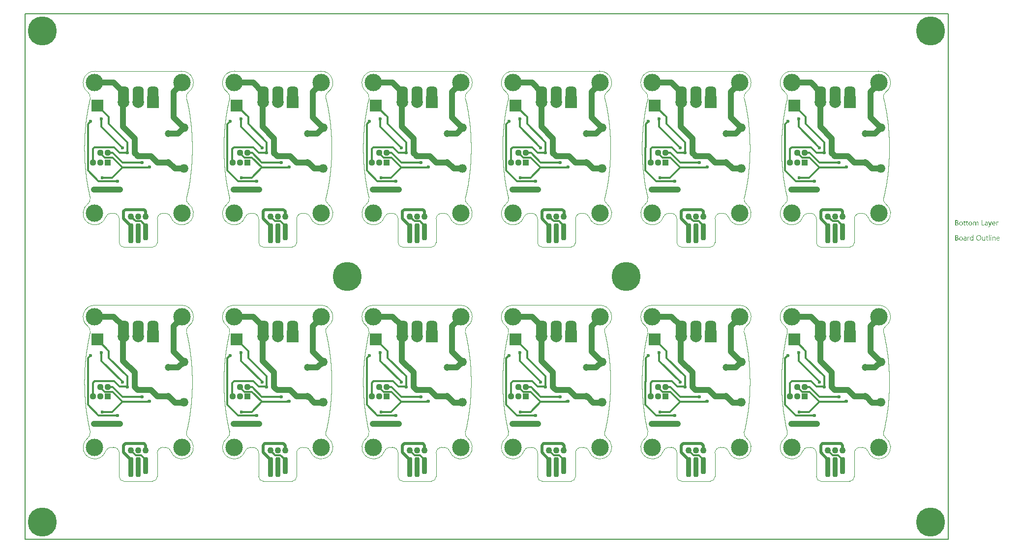
<source format=gbl>
G04*
G04 #@! TF.GenerationSoftware,Altium Limited,Altium Designer,21.9.2 (33)*
G04*
G04 Layer_Physical_Order=2*
G04 Layer_Color=16711680*
%FSAX25Y25*%
%MOIN*%
G70*
G04*
G04 #@! TF.SameCoordinates,476D7ECA-494C-4FA8-9E70-EA0A9B0123F1*
G04*
G04*
G04 #@! TF.FilePolarity,Positive*
G04*
G01*
G75*
%ADD10C,0.07874*%
G04:AMPARAMS|DCode=18|XSize=74.8mil|YSize=116.14mil|CornerRadius=29.17mil|HoleSize=0mil|Usage=FLASHONLY|Rotation=0.000|XOffset=0mil|YOffset=0mil|HoleType=Round|Shape=RoundedRectangle|*
%AMROUNDEDRECTD18*
21,1,0.07480,0.05780,0,0,0.0*
21,1,0.01646,0.11614,0,0,0.0*
1,1,0.05835,0.00823,-0.02890*
1,1,0.05835,-0.00823,-0.02890*
1,1,0.05835,-0.00823,0.02890*
1,1,0.05835,0.00823,0.02890*
%
%ADD18ROUNDEDRECTD18*%
%ADD33C,0.01181*%
%ADD35C,0.01968*%
%ADD40C,0.00787*%
%ADD41C,0.00394*%
%ADD42C,0.19685*%
%ADD43C,0.04370*%
%ADD44R,0.04370X0.04370*%
%ADD45C,0.04724*%
%ADD46O,0.06102X0.05709*%
%ADD47R,0.07874X0.07874*%
%ADD48C,0.11811*%
%ADD49C,0.02362*%
G04:AMPARAMS|DCode=50|XSize=35.43mil|YSize=135.83mil|CornerRadius=13.82mil|HoleSize=0mil|Usage=FLASHONLY|Rotation=180.000|XOffset=0mil|YOffset=0mil|HoleType=Round|Shape=RoundedRectangle|*
%AMROUNDEDRECTD50*
21,1,0.03543,0.10819,0,0,180.0*
21,1,0.00780,0.13583,0,0,180.0*
1,1,0.02764,-0.00390,0.05409*
1,1,0.02764,0.00390,0.05409*
1,1,0.02764,0.00390,-0.05409*
1,1,0.02764,-0.00390,-0.05409*
%
%ADD50ROUNDEDRECTD50*%
G04:AMPARAMS|DCode=51|XSize=35.43mil|YSize=116.14mil|CornerRadius=13.82mil|HoleSize=0mil|Usage=FLASHONLY|Rotation=180.000|XOffset=0mil|YOffset=0mil|HoleType=Round|Shape=RoundedRectangle|*
%AMROUNDEDRECTD51*
21,1,0.03543,0.08850,0,0,180.0*
21,1,0.00780,0.11614,0,0,180.0*
1,1,0.02764,-0.00390,0.04425*
1,1,0.02764,0.00390,0.04425*
1,1,0.02764,0.00390,-0.04425*
1,1,0.02764,-0.00390,-0.04425*
%
%ADD51ROUNDEDRECTD51*%
%ADD52C,0.03937*%
%ADD53C,0.04331*%
G36*
X0625763Y0195871D02*
X0625819Y0195859D01*
X0625881Y0195846D01*
X0625949Y0195821D01*
X0626029Y0195791D01*
X0626104Y0195747D01*
X0626184Y0195698D01*
X0626258Y0195630D01*
X0626327Y0195543D01*
X0626388Y0195444D01*
X0626444Y0195332D01*
X0626481Y0195190D01*
X0626512Y0195035D01*
X0626518Y0194856D01*
Y0193308D01*
X0626116D01*
Y0194750D01*
Y0194757D01*
Y0194769D01*
Y0194788D01*
Y0194819D01*
X0626110Y0194893D01*
X0626097Y0194980D01*
X0626085Y0195079D01*
X0626060Y0195178D01*
X0626029Y0195271D01*
X0625986Y0195351D01*
X0625980Y0195357D01*
X0625961Y0195382D01*
X0625930Y0195413D01*
X0625881Y0195444D01*
X0625825Y0195481D01*
X0625751Y0195506D01*
X0625658Y0195530D01*
X0625553Y0195537D01*
X0625540D01*
X0625509Y0195530D01*
X0625460Y0195524D01*
X0625398Y0195506D01*
X0625330Y0195481D01*
X0625256Y0195438D01*
X0625181Y0195382D01*
X0625113Y0195301D01*
X0625107Y0195289D01*
X0625089Y0195258D01*
X0625058Y0195209D01*
X0625027Y0195141D01*
X0624990Y0195060D01*
X0624965Y0194967D01*
X0624940Y0194856D01*
X0624934Y0194738D01*
Y0193308D01*
X0624531D01*
Y0194800D01*
Y0194806D01*
Y0194831D01*
X0624525Y0194868D01*
Y0194918D01*
X0624513Y0194973D01*
X0624501Y0195035D01*
X0624482Y0195097D01*
X0624463Y0195171D01*
X0624432Y0195240D01*
X0624395Y0195301D01*
X0624346Y0195363D01*
X0624290Y0195419D01*
X0624228Y0195469D01*
X0624148Y0195506D01*
X0624061Y0195530D01*
X0623962Y0195537D01*
X0623950D01*
X0623919Y0195530D01*
X0623869Y0195524D01*
X0623807Y0195512D01*
X0623739Y0195481D01*
X0623665Y0195444D01*
X0623591Y0195388D01*
X0623523Y0195314D01*
X0623516Y0195301D01*
X0623498Y0195277D01*
X0623467Y0195227D01*
X0623436Y0195159D01*
X0623405Y0195079D01*
X0623374Y0194980D01*
X0623355Y0194868D01*
X0623349Y0194738D01*
Y0193308D01*
X0622947D01*
Y0195821D01*
X0623349D01*
Y0195419D01*
X0623361D01*
X0623368Y0195425D01*
X0623374Y0195438D01*
X0623392Y0195462D01*
X0623411Y0195493D01*
X0623473Y0195561D01*
X0623560Y0195648D01*
X0623671Y0195735D01*
X0623801Y0195803D01*
X0623881Y0195834D01*
X0623962Y0195859D01*
X0624049Y0195871D01*
X0624141Y0195877D01*
X0624185D01*
X0624234Y0195871D01*
X0624296Y0195859D01*
X0624364Y0195840D01*
X0624439Y0195815D01*
X0624513Y0195784D01*
X0624587Y0195735D01*
X0624593Y0195729D01*
X0624618Y0195710D01*
X0624649Y0195679D01*
X0624692Y0195636D01*
X0624736Y0195580D01*
X0624779Y0195518D01*
X0624822Y0195444D01*
X0624853Y0195357D01*
X0624860Y0195363D01*
X0624866Y0195382D01*
X0624884Y0195407D01*
X0624903Y0195438D01*
X0624934Y0195481D01*
X0624971Y0195524D01*
X0625014Y0195568D01*
X0625064Y0195617D01*
X0625119Y0195667D01*
X0625181Y0195710D01*
X0625249Y0195759D01*
X0625324Y0195797D01*
X0625404Y0195828D01*
X0625491Y0195852D01*
X0625590Y0195871D01*
X0625689Y0195877D01*
X0625726D01*
X0625763Y0195871D01*
D02*
G37*
G36*
X0639796Y0195859D02*
X0639870Y0195852D01*
X0639914Y0195840D01*
X0639945Y0195828D01*
Y0195413D01*
X0639938Y0195419D01*
X0639926Y0195425D01*
X0639901Y0195438D01*
X0639870Y0195456D01*
X0639827Y0195469D01*
X0639771Y0195481D01*
X0639709Y0195487D01*
X0639641Y0195493D01*
X0639629D01*
X0639598Y0195487D01*
X0639548Y0195481D01*
X0639493Y0195462D01*
X0639418Y0195431D01*
X0639350Y0195388D01*
X0639276Y0195326D01*
X0639208Y0195246D01*
X0639202Y0195233D01*
X0639183Y0195202D01*
X0639152Y0195147D01*
X0639121Y0195072D01*
X0639090Y0194980D01*
X0639059Y0194862D01*
X0639041Y0194732D01*
X0639035Y0194583D01*
Y0193308D01*
X0638632D01*
Y0195821D01*
X0639035D01*
Y0195301D01*
X0639047D01*
Y0195308D01*
X0639053Y0195314D01*
X0639066Y0195345D01*
X0639084Y0195394D01*
X0639115Y0195456D01*
X0639146Y0195518D01*
X0639195Y0195586D01*
X0639245Y0195654D01*
X0639307Y0195716D01*
X0639313Y0195722D01*
X0639338Y0195741D01*
X0639375Y0195766D01*
X0639425Y0195791D01*
X0639480Y0195815D01*
X0639548Y0195840D01*
X0639623Y0195859D01*
X0639703Y0195865D01*
X0639759D01*
X0639796Y0195859D01*
D02*
G37*
G36*
X0634417Y0192906D02*
X0634411Y0192900D01*
X0634405Y0192875D01*
X0634386Y0192832D01*
X0634361Y0192782D01*
X0634330Y0192726D01*
X0634287Y0192658D01*
X0634243Y0192590D01*
X0634194Y0192516D01*
X0634132Y0192442D01*
X0634070Y0192374D01*
X0633996Y0192306D01*
X0633916Y0192250D01*
X0633835Y0192200D01*
X0633742Y0192157D01*
X0633649Y0192132D01*
X0633544Y0192126D01*
X0633488D01*
X0633451Y0192132D01*
X0633371Y0192145D01*
X0633284Y0192163D01*
Y0192522D01*
X0633290D01*
X0633309Y0192516D01*
X0633334Y0192510D01*
X0633364Y0192504D01*
X0633439Y0192485D01*
X0633519Y0192479D01*
X0633532D01*
X0633569Y0192485D01*
X0633625Y0192497D01*
X0633693Y0192522D01*
X0633767Y0192566D01*
X0633804Y0192596D01*
X0633841Y0192634D01*
X0633878Y0192671D01*
X0633916Y0192720D01*
X0633946Y0192776D01*
X0633977Y0192838D01*
X0634182Y0193308D01*
X0633197Y0195821D01*
X0633643D01*
X0634324Y0193884D01*
Y0193878D01*
X0634330Y0193865D01*
X0634336Y0193847D01*
X0634343Y0193822D01*
X0634349Y0193785D01*
X0634361Y0193748D01*
X0634374Y0193692D01*
X0634392D01*
Y0193704D01*
X0634405Y0193742D01*
X0634417Y0193797D01*
X0634442Y0193878D01*
X0635153Y0195821D01*
X0635568D01*
X0634417Y0192906D01*
D02*
G37*
G36*
X0632009Y0195871D02*
X0632065Y0195865D01*
X0632133Y0195846D01*
X0632207Y0195828D01*
X0632288Y0195797D01*
X0632374Y0195759D01*
X0632455Y0195710D01*
X0632535Y0195648D01*
X0632609Y0195574D01*
X0632678Y0195481D01*
X0632733Y0195376D01*
X0632776Y0195252D01*
X0632801Y0195110D01*
X0632814Y0194942D01*
Y0193308D01*
X0632411D01*
Y0193698D01*
X0632399D01*
Y0193692D01*
X0632386Y0193680D01*
X0632374Y0193655D01*
X0632349Y0193630D01*
X0632288Y0193556D01*
X0632207Y0193475D01*
X0632096Y0193395D01*
X0631966Y0193321D01*
X0631885Y0193296D01*
X0631805Y0193271D01*
X0631718Y0193259D01*
X0631625Y0193253D01*
X0631588D01*
X0631563Y0193259D01*
X0631495Y0193265D01*
X0631415Y0193277D01*
X0631316Y0193302D01*
X0631223Y0193333D01*
X0631124Y0193383D01*
X0631037Y0193445D01*
X0631031Y0193457D01*
X0631006Y0193482D01*
X0630969Y0193525D01*
X0630932Y0193587D01*
X0630895Y0193661D01*
X0630858Y0193748D01*
X0630833Y0193853D01*
X0630827Y0193971D01*
Y0193977D01*
Y0194002D01*
X0630833Y0194039D01*
X0630839Y0194082D01*
X0630851Y0194138D01*
X0630870Y0194200D01*
X0630895Y0194268D01*
X0630932Y0194336D01*
X0630975Y0194410D01*
X0631031Y0194484D01*
X0631099Y0194553D01*
X0631180Y0194614D01*
X0631272Y0194676D01*
X0631384Y0194726D01*
X0631507Y0194763D01*
X0631656Y0194794D01*
X0632411Y0194899D01*
Y0194905D01*
Y0194924D01*
X0632405Y0194961D01*
Y0194998D01*
X0632393Y0195048D01*
X0632386Y0195103D01*
X0632349Y0195221D01*
X0632318Y0195277D01*
X0632288Y0195332D01*
X0632244Y0195388D01*
X0632195Y0195438D01*
X0632133Y0195481D01*
X0632065Y0195512D01*
X0631984Y0195530D01*
X0631891Y0195537D01*
X0631848D01*
X0631817Y0195530D01*
X0631774D01*
X0631730Y0195518D01*
X0631619Y0195500D01*
X0631495Y0195462D01*
X0631359Y0195407D01*
X0631285Y0195370D01*
X0631217Y0195332D01*
X0631142Y0195283D01*
X0631074Y0195227D01*
Y0195642D01*
X0631080D01*
X0631093Y0195654D01*
X0631111Y0195667D01*
X0631142Y0195679D01*
X0631173Y0195698D01*
X0631217Y0195716D01*
X0631266Y0195735D01*
X0631322Y0195759D01*
X0631446Y0195803D01*
X0631594Y0195840D01*
X0631755Y0195865D01*
X0631928Y0195877D01*
X0631966D01*
X0632009Y0195871D01*
D02*
G37*
G36*
X0629118Y0193680D02*
X0630529D01*
Y0193308D01*
X0628703D01*
Y0196824D01*
X0629118D01*
Y0193680D01*
D02*
G37*
G36*
X0611904Y0196818D02*
X0611947D01*
X0611990Y0196812D01*
X0612089Y0196799D01*
X0612207Y0196768D01*
X0612331Y0196731D01*
X0612449Y0196676D01*
X0612554Y0196601D01*
X0612560D01*
X0612566Y0196589D01*
X0612597Y0196564D01*
X0612640Y0196515D01*
X0612690Y0196447D01*
X0612733Y0196360D01*
X0612777Y0196261D01*
X0612808Y0196150D01*
X0612820Y0196088D01*
Y0196019D01*
Y0196013D01*
Y0196007D01*
Y0195970D01*
X0612814Y0195914D01*
X0612801Y0195846D01*
X0612783Y0195759D01*
X0612752Y0195673D01*
X0612715Y0195586D01*
X0612659Y0195500D01*
X0612653Y0195487D01*
X0612628Y0195462D01*
X0612591Y0195425D01*
X0612541Y0195376D01*
X0612479Y0195326D01*
X0612405Y0195271D01*
X0612312Y0195227D01*
X0612213Y0195184D01*
Y0195178D01*
X0612232D01*
X0612251Y0195171D01*
X0612269Y0195165D01*
X0612337Y0195153D01*
X0612418Y0195128D01*
X0612504Y0195091D01*
X0612597Y0195048D01*
X0612690Y0194986D01*
X0612777Y0194905D01*
X0612789Y0194893D01*
X0612814Y0194862D01*
X0612845Y0194819D01*
X0612888Y0194750D01*
X0612925Y0194664D01*
X0612962Y0194565D01*
X0612987Y0194447D01*
X0612993Y0194317D01*
Y0194311D01*
Y0194299D01*
Y0194274D01*
X0612987Y0194243D01*
X0612981Y0194206D01*
X0612975Y0194162D01*
X0612950Y0194057D01*
X0612913Y0193940D01*
X0612857Y0193816D01*
X0612820Y0193760D01*
X0612777Y0193698D01*
X0612721Y0193642D01*
X0612665Y0193587D01*
X0612659D01*
X0612653Y0193575D01*
X0612634Y0193562D01*
X0612609Y0193544D01*
X0612578Y0193525D01*
X0612535Y0193500D01*
X0612442Y0193451D01*
X0612325Y0193395D01*
X0612189Y0193352D01*
X0612028Y0193321D01*
X0611947Y0193315D01*
X0611854Y0193308D01*
X0610827D01*
Y0196824D01*
X0611873D01*
X0611904Y0196818D01*
D02*
G37*
G36*
X0618830Y0195821D02*
X0619468D01*
Y0195475D01*
X0618830D01*
Y0194057D01*
Y0194045D01*
Y0194014D01*
X0618837Y0193971D01*
X0618843Y0193915D01*
X0618868Y0193797D01*
X0618886Y0193742D01*
X0618917Y0193698D01*
X0618923Y0193692D01*
X0618936Y0193680D01*
X0618954Y0193667D01*
X0618985Y0193649D01*
X0619022Y0193624D01*
X0619072Y0193612D01*
X0619134Y0193599D01*
X0619202Y0193593D01*
X0619227D01*
X0619257Y0193599D01*
X0619295Y0193605D01*
X0619381Y0193630D01*
X0619425Y0193649D01*
X0619468Y0193674D01*
Y0193327D01*
X0619462D01*
X0619443Y0193315D01*
X0619412Y0193308D01*
X0619369Y0193296D01*
X0619313Y0193283D01*
X0619251Y0193271D01*
X0619177Y0193265D01*
X0619090Y0193259D01*
X0619060D01*
X0619029Y0193265D01*
X0618985Y0193271D01*
X0618936Y0193283D01*
X0618880Y0193296D01*
X0618824Y0193321D01*
X0618762Y0193352D01*
X0618700Y0193389D01*
X0618639Y0193438D01*
X0618583Y0193494D01*
X0618533Y0193568D01*
X0618490Y0193649D01*
X0618459Y0193748D01*
X0618434Y0193859D01*
X0618428Y0193989D01*
Y0195475D01*
X0618001D01*
Y0195821D01*
X0618428D01*
Y0196434D01*
X0618830Y0196564D01*
Y0195821D01*
D02*
G37*
G36*
X0617128D02*
X0617766D01*
Y0195475D01*
X0617128D01*
Y0194057D01*
Y0194045D01*
Y0194014D01*
X0617134Y0193971D01*
X0617141Y0193915D01*
X0617165Y0193797D01*
X0617184Y0193742D01*
X0617215Y0193698D01*
X0617221Y0193692D01*
X0617233Y0193680D01*
X0617252Y0193667D01*
X0617283Y0193649D01*
X0617320Y0193624D01*
X0617370Y0193612D01*
X0617431Y0193599D01*
X0617500Y0193593D01*
X0617524D01*
X0617555Y0193599D01*
X0617592Y0193605D01*
X0617679Y0193630D01*
X0617722Y0193649D01*
X0617766Y0193674D01*
Y0193327D01*
X0617760D01*
X0617741Y0193315D01*
X0617710Y0193308D01*
X0617667Y0193296D01*
X0617611Y0193283D01*
X0617549Y0193271D01*
X0617475Y0193265D01*
X0617388Y0193259D01*
X0617357D01*
X0617326Y0193265D01*
X0617283Y0193271D01*
X0617233Y0193283D01*
X0617178Y0193296D01*
X0617122Y0193321D01*
X0617060Y0193352D01*
X0616998Y0193389D01*
X0616936Y0193438D01*
X0616881Y0193494D01*
X0616831Y0193568D01*
X0616788Y0193649D01*
X0616757Y0193748D01*
X0616732Y0193859D01*
X0616726Y0193989D01*
Y0195475D01*
X0616299D01*
Y0195821D01*
X0616726D01*
Y0196434D01*
X0617128Y0196564D01*
Y0195821D01*
D02*
G37*
G36*
X0637072Y0195871D02*
X0637116Y0195865D01*
X0637159Y0195859D01*
X0637270Y0195840D01*
X0637394Y0195797D01*
X0637518Y0195741D01*
X0637580Y0195704D01*
X0637642Y0195660D01*
X0637698Y0195611D01*
X0637753Y0195555D01*
X0637759Y0195549D01*
X0637766Y0195543D01*
X0637778Y0195524D01*
X0637797Y0195500D01*
X0637815Y0195462D01*
X0637840Y0195425D01*
X0637865Y0195382D01*
X0637889Y0195326D01*
X0637914Y0195264D01*
X0637939Y0195202D01*
X0637964Y0195128D01*
X0637982Y0195048D01*
X0638001Y0194961D01*
X0638013Y0194874D01*
X0638026Y0194775D01*
Y0194670D01*
Y0194460D01*
X0636249D01*
Y0194453D01*
Y0194441D01*
Y0194422D01*
X0636255Y0194392D01*
X0636262Y0194354D01*
Y0194317D01*
X0636280Y0194218D01*
X0636311Y0194119D01*
X0636348Y0194008D01*
X0636404Y0193903D01*
X0636472Y0193810D01*
X0636484Y0193797D01*
X0636509Y0193772D01*
X0636559Y0193742D01*
X0636627Y0193698D01*
X0636713Y0193655D01*
X0636812Y0193624D01*
X0636930Y0193599D01*
X0637066Y0193587D01*
X0637110D01*
X0637140Y0193593D01*
X0637178D01*
X0637221Y0193599D01*
X0637326Y0193624D01*
X0637444Y0193655D01*
X0637574Y0193704D01*
X0637710Y0193772D01*
X0637778Y0193816D01*
X0637846Y0193865D01*
Y0193488D01*
X0637840D01*
X0637834Y0193475D01*
X0637815Y0193469D01*
X0637784Y0193451D01*
X0637753Y0193432D01*
X0637716Y0193413D01*
X0637667Y0193395D01*
X0637617Y0193370D01*
X0637555Y0193345D01*
X0637487Y0193327D01*
X0637338Y0193290D01*
X0637165Y0193265D01*
X0636973Y0193253D01*
X0636924D01*
X0636887Y0193259D01*
X0636843Y0193265D01*
X0636788Y0193271D01*
X0636670Y0193296D01*
X0636534Y0193333D01*
X0636398Y0193395D01*
X0636330Y0193438D01*
X0636262Y0193482D01*
X0636200Y0193531D01*
X0636138Y0193593D01*
X0636131Y0193599D01*
X0636125Y0193612D01*
X0636113Y0193630D01*
X0636088Y0193655D01*
X0636070Y0193692D01*
X0636045Y0193735D01*
X0636014Y0193785D01*
X0635989Y0193841D01*
X0635958Y0193903D01*
X0635933Y0193977D01*
X0635903Y0194057D01*
X0635884Y0194144D01*
X0635865Y0194237D01*
X0635847Y0194336D01*
X0635841Y0194441D01*
X0635834Y0194553D01*
Y0194559D01*
Y0194577D01*
Y0194608D01*
X0635841Y0194651D01*
X0635847Y0194701D01*
X0635853Y0194757D01*
X0635859Y0194825D01*
X0635878Y0194893D01*
X0635915Y0195042D01*
X0635970Y0195202D01*
X0636008Y0195283D01*
X0636057Y0195357D01*
X0636107Y0195438D01*
X0636162Y0195506D01*
X0636169Y0195512D01*
X0636181Y0195524D01*
X0636200Y0195543D01*
X0636224Y0195561D01*
X0636255Y0195592D01*
X0636292Y0195623D01*
X0636342Y0195654D01*
X0636391Y0195691D01*
X0636509Y0195759D01*
X0636651Y0195821D01*
X0636732Y0195840D01*
X0636812Y0195859D01*
X0636899Y0195871D01*
X0636992Y0195877D01*
X0637041D01*
X0637072Y0195871D01*
D02*
G37*
G36*
X0621207D02*
X0621251Y0195865D01*
X0621306Y0195859D01*
X0621430Y0195834D01*
X0621573Y0195791D01*
X0621715Y0195729D01*
X0621789Y0195691D01*
X0621857Y0195648D01*
X0621925Y0195592D01*
X0621987Y0195530D01*
X0621993Y0195524D01*
X0622000Y0195512D01*
X0622018Y0195493D01*
X0622037Y0195469D01*
X0622062Y0195431D01*
X0622086Y0195388D01*
X0622117Y0195339D01*
X0622148Y0195283D01*
X0622173Y0195215D01*
X0622204Y0195147D01*
X0622229Y0195066D01*
X0622254Y0194980D01*
X0622272Y0194887D01*
X0622291Y0194788D01*
X0622297Y0194683D01*
X0622303Y0194571D01*
Y0194565D01*
Y0194546D01*
Y0194515D01*
X0622297Y0194472D01*
X0622291Y0194422D01*
X0622285Y0194361D01*
X0622272Y0194299D01*
X0622260Y0194224D01*
X0622223Y0194076D01*
X0622161Y0193915D01*
X0622123Y0193834D01*
X0622074Y0193754D01*
X0622024Y0193680D01*
X0621963Y0193612D01*
X0621956Y0193605D01*
X0621944Y0193599D01*
X0621925Y0193581D01*
X0621901Y0193556D01*
X0621864Y0193531D01*
X0621826Y0193500D01*
X0621777Y0193463D01*
X0621721Y0193432D01*
X0621659Y0193401D01*
X0621591Y0193364D01*
X0621517Y0193333D01*
X0621436Y0193308D01*
X0621350Y0193283D01*
X0621257Y0193271D01*
X0621158Y0193259D01*
X0621053Y0193253D01*
X0620997D01*
X0620960Y0193259D01*
X0620917Y0193265D01*
X0620861Y0193271D01*
X0620799Y0193283D01*
X0620731Y0193296D01*
X0620588Y0193339D01*
X0620440Y0193401D01*
X0620365Y0193438D01*
X0620297Y0193488D01*
X0620229Y0193537D01*
X0620161Y0193599D01*
X0620155Y0193605D01*
X0620149Y0193618D01*
X0620130Y0193636D01*
X0620112Y0193661D01*
X0620087Y0193698D01*
X0620056Y0193742D01*
X0620025Y0193791D01*
X0620000Y0193847D01*
X0619969Y0193915D01*
X0619938Y0193983D01*
X0619908Y0194057D01*
X0619883Y0194144D01*
X0619846Y0194330D01*
X0619839Y0194429D01*
X0619833Y0194534D01*
Y0194540D01*
Y0194565D01*
Y0194596D01*
X0619839Y0194639D01*
X0619846Y0194689D01*
X0619852Y0194750D01*
X0619864Y0194819D01*
X0619876Y0194893D01*
X0619914Y0195054D01*
X0619976Y0195215D01*
X0620019Y0195295D01*
X0620062Y0195376D01*
X0620112Y0195450D01*
X0620174Y0195518D01*
X0620180Y0195524D01*
X0620192Y0195537D01*
X0620211Y0195549D01*
X0620236Y0195574D01*
X0620273Y0195599D01*
X0620316Y0195630D01*
X0620365Y0195667D01*
X0620421Y0195698D01*
X0620483Y0195729D01*
X0620557Y0195766D01*
X0620632Y0195797D01*
X0620718Y0195821D01*
X0620805Y0195846D01*
X0620904Y0195865D01*
X0621009Y0195871D01*
X0621114Y0195877D01*
X0621170D01*
X0621207Y0195871D01*
D02*
G37*
G36*
X0614856D02*
X0614900Y0195865D01*
X0614956Y0195859D01*
X0615079Y0195834D01*
X0615222Y0195791D01*
X0615364Y0195729D01*
X0615438Y0195691D01*
X0615506Y0195648D01*
X0615575Y0195592D01*
X0615636Y0195530D01*
X0615643Y0195524D01*
X0615649Y0195512D01*
X0615667Y0195493D01*
X0615686Y0195469D01*
X0615711Y0195431D01*
X0615735Y0195388D01*
X0615766Y0195339D01*
X0615797Y0195283D01*
X0615822Y0195215D01*
X0615853Y0195147D01*
X0615878Y0195066D01*
X0615903Y0194980D01*
X0615921Y0194887D01*
X0615940Y0194788D01*
X0615946Y0194683D01*
X0615952Y0194571D01*
Y0194565D01*
Y0194546D01*
Y0194515D01*
X0615946Y0194472D01*
X0615940Y0194422D01*
X0615934Y0194361D01*
X0615921Y0194299D01*
X0615909Y0194224D01*
X0615872Y0194076D01*
X0615810Y0193915D01*
X0615773Y0193834D01*
X0615723Y0193754D01*
X0615673Y0193680D01*
X0615612Y0193612D01*
X0615605Y0193605D01*
X0615593Y0193599D01*
X0615575Y0193581D01*
X0615550Y0193556D01*
X0615513Y0193531D01*
X0615476Y0193500D01*
X0615426Y0193463D01*
X0615370Y0193432D01*
X0615308Y0193401D01*
X0615240Y0193364D01*
X0615166Y0193333D01*
X0615086Y0193308D01*
X0614999Y0193283D01*
X0614906Y0193271D01*
X0614807Y0193259D01*
X0614702Y0193253D01*
X0614646D01*
X0614609Y0193259D01*
X0614566Y0193265D01*
X0614510Y0193271D01*
X0614448Y0193283D01*
X0614380Y0193296D01*
X0614237Y0193339D01*
X0614089Y0193401D01*
X0614015Y0193438D01*
X0613946Y0193488D01*
X0613878Y0193537D01*
X0613810Y0193599D01*
X0613804Y0193605D01*
X0613798Y0193618D01*
X0613779Y0193636D01*
X0613761Y0193661D01*
X0613736Y0193698D01*
X0613705Y0193742D01*
X0613674Y0193791D01*
X0613649Y0193847D01*
X0613619Y0193915D01*
X0613588Y0193983D01*
X0613556Y0194057D01*
X0613532Y0194144D01*
X0613495Y0194330D01*
X0613488Y0194429D01*
X0613482Y0194534D01*
Y0194540D01*
Y0194565D01*
Y0194596D01*
X0613488Y0194639D01*
X0613495Y0194689D01*
X0613501Y0194750D01*
X0613513Y0194819D01*
X0613526Y0194893D01*
X0613563Y0195054D01*
X0613625Y0195215D01*
X0613668Y0195295D01*
X0613711Y0195376D01*
X0613761Y0195450D01*
X0613823Y0195518D01*
X0613829Y0195524D01*
X0613841Y0195537D01*
X0613860Y0195549D01*
X0613885Y0195574D01*
X0613922Y0195599D01*
X0613965Y0195630D01*
X0614015Y0195667D01*
X0614070Y0195698D01*
X0614132Y0195729D01*
X0614207Y0195766D01*
X0614281Y0195797D01*
X0614367Y0195821D01*
X0614454Y0195846D01*
X0614553Y0195865D01*
X0614658Y0195871D01*
X0614764Y0195877D01*
X0614819D01*
X0614856Y0195871D01*
D02*
G37*
G36*
X0635036Y0186791D02*
X0635061D01*
X0635116Y0186766D01*
X0635147Y0186748D01*
X0635178Y0186723D01*
X0635184Y0186717D01*
X0635191Y0186711D01*
X0635222Y0186673D01*
X0635246Y0186612D01*
X0635253Y0186574D01*
X0635259Y0186537D01*
Y0186531D01*
Y0186519D01*
X0635253Y0186500D01*
X0635246Y0186475D01*
X0635228Y0186414D01*
X0635203Y0186382D01*
X0635178Y0186352D01*
X0635172D01*
X0635166Y0186339D01*
X0635129Y0186314D01*
X0635073Y0186290D01*
X0635036Y0186284D01*
X0634999Y0186277D01*
X0634980D01*
X0634962Y0186284D01*
X0634937D01*
X0634875Y0186308D01*
X0634844Y0186321D01*
X0634813Y0186345D01*
Y0186352D01*
X0634801Y0186358D01*
X0634788Y0186376D01*
X0634776Y0186395D01*
X0634751Y0186457D01*
X0634745Y0186494D01*
X0634739Y0186537D01*
Y0186544D01*
Y0186556D01*
X0634745Y0186574D01*
X0634751Y0186605D01*
X0634770Y0186661D01*
X0634788Y0186692D01*
X0634813Y0186723D01*
X0634819Y0186729D01*
X0634825Y0186735D01*
X0634863Y0186760D01*
X0634924Y0186785D01*
X0634962Y0186797D01*
X0635017D01*
X0635036Y0186791D01*
D02*
G37*
G36*
X0623046Y0183127D02*
X0622644D01*
Y0183547D01*
X0622631D01*
Y0183541D01*
X0622619Y0183529D01*
X0622600Y0183504D01*
X0622582Y0183473D01*
X0622551Y0183436D01*
X0622513Y0183399D01*
X0622470Y0183356D01*
X0622421Y0183312D01*
X0622365Y0183263D01*
X0622297Y0183219D01*
X0622229Y0183182D01*
X0622148Y0183145D01*
X0622068Y0183114D01*
X0621975Y0183089D01*
X0621876Y0183077D01*
X0621771Y0183071D01*
X0621727D01*
X0621690Y0183077D01*
X0621653Y0183083D01*
X0621603Y0183089D01*
X0621498Y0183114D01*
X0621375Y0183151D01*
X0621251Y0183213D01*
X0621183Y0183250D01*
X0621127Y0183294D01*
X0621065Y0183349D01*
X0621009Y0183405D01*
Y0183411D01*
X0620997Y0183424D01*
X0620985Y0183442D01*
X0620966Y0183467D01*
X0620947Y0183498D01*
X0620923Y0183541D01*
X0620898Y0183591D01*
X0620873Y0183647D01*
X0620842Y0183708D01*
X0620817Y0183776D01*
X0620793Y0183851D01*
X0620774Y0183931D01*
X0620755Y0184018D01*
X0620743Y0184117D01*
X0620737Y0184216D01*
X0620731Y0184321D01*
Y0184327D01*
Y0184346D01*
Y0184383D01*
X0620737Y0184426D01*
X0620743Y0184476D01*
X0620749Y0184538D01*
X0620755Y0184606D01*
X0620768Y0184680D01*
X0620805Y0184841D01*
X0620861Y0185008D01*
X0620898Y0185089D01*
X0620941Y0185169D01*
X0620985Y0185244D01*
X0621040Y0185318D01*
X0621046Y0185324D01*
X0621053Y0185336D01*
X0621071Y0185355D01*
X0621096Y0185380D01*
X0621127Y0185405D01*
X0621170Y0185435D01*
X0621214Y0185473D01*
X0621263Y0185510D01*
X0621387Y0185578D01*
X0621529Y0185640D01*
X0621610Y0185658D01*
X0621696Y0185677D01*
X0621783Y0185689D01*
X0621882Y0185695D01*
X0621932D01*
X0621969Y0185689D01*
X0622006Y0185683D01*
X0622055Y0185677D01*
X0622167Y0185646D01*
X0622291Y0185596D01*
X0622353Y0185565D01*
X0622414Y0185522D01*
X0622476Y0185479D01*
X0622532Y0185423D01*
X0622582Y0185361D01*
X0622631Y0185287D01*
X0622644D01*
Y0186847D01*
X0623046D01*
Y0183127D01*
D02*
G37*
G36*
X0637314Y0185689D02*
X0637388Y0185683D01*
X0637481Y0185664D01*
X0637580Y0185634D01*
X0637685Y0185584D01*
X0637790Y0185516D01*
X0637834Y0185479D01*
X0637877Y0185429D01*
X0637889Y0185417D01*
X0637914Y0185380D01*
X0637945Y0185318D01*
X0637989Y0185231D01*
X0638026Y0185126D01*
X0638063Y0184996D01*
X0638088Y0184841D01*
X0638094Y0184662D01*
Y0183127D01*
X0637691D01*
Y0184556D01*
Y0184563D01*
Y0184594D01*
X0637685Y0184631D01*
Y0184680D01*
X0637673Y0184742D01*
X0637660Y0184810D01*
X0637642Y0184885D01*
X0637617Y0184959D01*
X0637586Y0185033D01*
X0637549Y0185101D01*
X0637500Y0185169D01*
X0637444Y0185231D01*
X0637382Y0185281D01*
X0637301Y0185318D01*
X0637215Y0185349D01*
X0637110Y0185355D01*
X0637097D01*
X0637060Y0185349D01*
X0637004Y0185343D01*
X0636936Y0185324D01*
X0636856Y0185299D01*
X0636769Y0185256D01*
X0636689Y0185200D01*
X0636608Y0185126D01*
X0636602Y0185114D01*
X0636577Y0185089D01*
X0636546Y0185039D01*
X0636509Y0184971D01*
X0636472Y0184891D01*
X0636441Y0184792D01*
X0636416Y0184680D01*
X0636410Y0184556D01*
Y0183127D01*
X0636008D01*
Y0185640D01*
X0636410D01*
Y0185219D01*
X0636422D01*
X0636429Y0185225D01*
X0636435Y0185237D01*
X0636453Y0185262D01*
X0636478Y0185293D01*
X0636503Y0185330D01*
X0636540Y0185367D01*
X0636583Y0185411D01*
X0636633Y0185460D01*
X0636689Y0185503D01*
X0636751Y0185547D01*
X0636819Y0185584D01*
X0636893Y0185621D01*
X0636967Y0185652D01*
X0637054Y0185677D01*
X0637147Y0185689D01*
X0637246Y0185695D01*
X0637283D01*
X0637314Y0185689D01*
D02*
G37*
G36*
X0620316Y0185677D02*
X0620390Y0185671D01*
X0620434Y0185658D01*
X0620465Y0185646D01*
Y0185231D01*
X0620458Y0185237D01*
X0620446Y0185244D01*
X0620421Y0185256D01*
X0620390Y0185275D01*
X0620347Y0185287D01*
X0620291Y0185299D01*
X0620229Y0185306D01*
X0620161Y0185312D01*
X0620149D01*
X0620118Y0185306D01*
X0620068Y0185299D01*
X0620013Y0185281D01*
X0619938Y0185250D01*
X0619870Y0185206D01*
X0619796Y0185144D01*
X0619728Y0185064D01*
X0619722Y0185052D01*
X0619703Y0185021D01*
X0619672Y0184965D01*
X0619641Y0184891D01*
X0619610Y0184798D01*
X0619579Y0184680D01*
X0619561Y0184550D01*
X0619555Y0184402D01*
Y0183127D01*
X0619152D01*
Y0185640D01*
X0619555D01*
Y0185120D01*
X0619567D01*
Y0185126D01*
X0619573Y0185132D01*
X0619586Y0185163D01*
X0619604Y0185213D01*
X0619635Y0185275D01*
X0619666Y0185336D01*
X0619716Y0185405D01*
X0619765Y0185473D01*
X0619827Y0185535D01*
X0619833Y0185541D01*
X0619858Y0185559D01*
X0619895Y0185584D01*
X0619945Y0185609D01*
X0620000Y0185634D01*
X0620068Y0185658D01*
X0620143Y0185677D01*
X0620223Y0185683D01*
X0620279D01*
X0620316Y0185677D01*
D02*
G37*
G36*
X0631056Y0183127D02*
X0630653D01*
Y0183523D01*
X0630641D01*
Y0183517D01*
X0630629Y0183504D01*
X0630616Y0183479D01*
X0630591Y0183455D01*
X0630536Y0183380D01*
X0630449Y0183300D01*
X0630400Y0183257D01*
X0630344Y0183213D01*
X0630282Y0183176D01*
X0630208Y0183139D01*
X0630133Y0183114D01*
X0630053Y0183089D01*
X0629960Y0183077D01*
X0629867Y0183071D01*
X0629830D01*
X0629787Y0183077D01*
X0629725Y0183089D01*
X0629657Y0183102D01*
X0629583Y0183127D01*
X0629502Y0183158D01*
X0629422Y0183207D01*
X0629335Y0183263D01*
X0629254Y0183331D01*
X0629180Y0183417D01*
X0629112Y0183523D01*
X0629050Y0183640D01*
X0629007Y0183783D01*
X0628982Y0183950D01*
X0628970Y0184037D01*
Y0184135D01*
Y0185640D01*
X0629366D01*
Y0184197D01*
Y0184191D01*
Y0184167D01*
X0629372Y0184123D01*
X0629378Y0184074D01*
X0629384Y0184012D01*
X0629397Y0183950D01*
X0629415Y0183876D01*
X0629440Y0183801D01*
X0629477Y0183727D01*
X0629514Y0183659D01*
X0629564Y0183591D01*
X0629626Y0183529D01*
X0629694Y0183479D01*
X0629774Y0183442D01*
X0629873Y0183411D01*
X0629979Y0183405D01*
X0629991D01*
X0630028Y0183411D01*
X0630084Y0183417D01*
X0630146Y0183430D01*
X0630226Y0183461D01*
X0630307Y0183498D01*
X0630387Y0183547D01*
X0630461Y0183622D01*
X0630468Y0183634D01*
X0630492Y0183659D01*
X0630523Y0183708D01*
X0630560Y0183776D01*
X0630591Y0183857D01*
X0630622Y0183956D01*
X0630647Y0184067D01*
X0630653Y0184191D01*
Y0185640D01*
X0631056D01*
Y0183127D01*
D02*
G37*
G36*
X0635191D02*
X0634788D01*
Y0185640D01*
X0635191D01*
Y0183127D01*
D02*
G37*
G36*
X0633971D02*
X0633569D01*
Y0186847D01*
X0633971D01*
Y0183127D01*
D02*
G37*
G36*
X0617592Y0185689D02*
X0617648Y0185683D01*
X0617716Y0185664D01*
X0617791Y0185646D01*
X0617871Y0185615D01*
X0617958Y0185578D01*
X0618038Y0185528D01*
X0618119Y0185466D01*
X0618193Y0185392D01*
X0618261Y0185299D01*
X0618317Y0185194D01*
X0618360Y0185070D01*
X0618385Y0184928D01*
X0618397Y0184761D01*
Y0183127D01*
X0617995D01*
Y0183517D01*
X0617982D01*
Y0183510D01*
X0617970Y0183498D01*
X0617958Y0183473D01*
X0617933Y0183449D01*
X0617871Y0183374D01*
X0617791Y0183294D01*
X0617679Y0183213D01*
X0617549Y0183139D01*
X0617469Y0183114D01*
X0617388Y0183089D01*
X0617302Y0183077D01*
X0617209Y0183071D01*
X0617171D01*
X0617147Y0183077D01*
X0617079Y0183083D01*
X0616998Y0183096D01*
X0616899Y0183120D01*
X0616806Y0183151D01*
X0616707Y0183201D01*
X0616621Y0183263D01*
X0616614Y0183275D01*
X0616590Y0183300D01*
X0616552Y0183343D01*
X0616515Y0183405D01*
X0616478Y0183479D01*
X0616441Y0183566D01*
X0616416Y0183671D01*
X0616410Y0183789D01*
Y0183795D01*
Y0183820D01*
X0616416Y0183857D01*
X0616423Y0183900D01*
X0616435Y0183956D01*
X0616454Y0184018D01*
X0616478Y0184086D01*
X0616515Y0184154D01*
X0616559Y0184228D01*
X0616614Y0184303D01*
X0616682Y0184371D01*
X0616763Y0184433D01*
X0616856Y0184495D01*
X0616967Y0184544D01*
X0617091Y0184581D01*
X0617240Y0184612D01*
X0617995Y0184717D01*
Y0184724D01*
Y0184742D01*
X0617989Y0184779D01*
Y0184817D01*
X0617976Y0184866D01*
X0617970Y0184922D01*
X0617933Y0185039D01*
X0617902Y0185095D01*
X0617871Y0185151D01*
X0617828Y0185206D01*
X0617778Y0185256D01*
X0617716Y0185299D01*
X0617648Y0185330D01*
X0617568Y0185349D01*
X0617475Y0185355D01*
X0617431D01*
X0617401Y0185349D01*
X0617357D01*
X0617314Y0185336D01*
X0617203Y0185318D01*
X0617079Y0185281D01*
X0616943Y0185225D01*
X0616868Y0185188D01*
X0616800Y0185151D01*
X0616726Y0185101D01*
X0616658Y0185046D01*
Y0185460D01*
X0616664D01*
X0616676Y0185473D01*
X0616695Y0185485D01*
X0616726Y0185497D01*
X0616757Y0185516D01*
X0616800Y0185535D01*
X0616850Y0185553D01*
X0616905Y0185578D01*
X0617029Y0185621D01*
X0617178Y0185658D01*
X0617339Y0185683D01*
X0617512Y0185695D01*
X0617549D01*
X0617592Y0185689D01*
D02*
G37*
G36*
X0611904Y0186636D02*
X0611947D01*
X0611990Y0186630D01*
X0612089Y0186618D01*
X0612207Y0186587D01*
X0612331Y0186550D01*
X0612449Y0186494D01*
X0612554Y0186420D01*
X0612560D01*
X0612566Y0186407D01*
X0612597Y0186382D01*
X0612640Y0186333D01*
X0612690Y0186265D01*
X0612733Y0186178D01*
X0612777Y0186079D01*
X0612808Y0185968D01*
X0612820Y0185906D01*
Y0185838D01*
Y0185832D01*
Y0185825D01*
Y0185788D01*
X0612814Y0185733D01*
X0612801Y0185664D01*
X0612783Y0185578D01*
X0612752Y0185491D01*
X0612715Y0185405D01*
X0612659Y0185318D01*
X0612653Y0185306D01*
X0612628Y0185281D01*
X0612591Y0185244D01*
X0612541Y0185194D01*
X0612479Y0185144D01*
X0612405Y0185089D01*
X0612312Y0185046D01*
X0612213Y0185002D01*
Y0184996D01*
X0612232D01*
X0612251Y0184990D01*
X0612269Y0184984D01*
X0612337Y0184971D01*
X0612418Y0184946D01*
X0612504Y0184909D01*
X0612597Y0184866D01*
X0612690Y0184804D01*
X0612777Y0184724D01*
X0612789Y0184711D01*
X0612814Y0184680D01*
X0612845Y0184637D01*
X0612888Y0184569D01*
X0612925Y0184482D01*
X0612962Y0184383D01*
X0612987Y0184265D01*
X0612993Y0184135D01*
Y0184129D01*
Y0184117D01*
Y0184092D01*
X0612987Y0184061D01*
X0612981Y0184024D01*
X0612975Y0183981D01*
X0612950Y0183876D01*
X0612913Y0183758D01*
X0612857Y0183634D01*
X0612820Y0183578D01*
X0612777Y0183517D01*
X0612721Y0183461D01*
X0612665Y0183405D01*
X0612659D01*
X0612653Y0183393D01*
X0612634Y0183380D01*
X0612609Y0183362D01*
X0612578Y0183343D01*
X0612535Y0183318D01*
X0612442Y0183269D01*
X0612325Y0183213D01*
X0612189Y0183170D01*
X0612028Y0183139D01*
X0611947Y0183133D01*
X0611854Y0183127D01*
X0610827D01*
Y0186643D01*
X0611873D01*
X0611904Y0186636D01*
D02*
G37*
G36*
X0632399Y0185640D02*
X0633037D01*
Y0185293D01*
X0632399D01*
Y0183876D01*
Y0183863D01*
Y0183832D01*
X0632405Y0183789D01*
X0632411Y0183733D01*
X0632436Y0183616D01*
X0632455Y0183560D01*
X0632486Y0183517D01*
X0632492Y0183510D01*
X0632504Y0183498D01*
X0632523Y0183486D01*
X0632554Y0183467D01*
X0632591Y0183442D01*
X0632640Y0183430D01*
X0632702Y0183417D01*
X0632770Y0183411D01*
X0632795D01*
X0632826Y0183417D01*
X0632863Y0183424D01*
X0632950Y0183449D01*
X0632993Y0183467D01*
X0633037Y0183492D01*
Y0183145D01*
X0633030D01*
X0633012Y0183133D01*
X0632981Y0183127D01*
X0632937Y0183114D01*
X0632882Y0183102D01*
X0632820Y0183089D01*
X0632746Y0183083D01*
X0632659Y0183077D01*
X0632628D01*
X0632597Y0183083D01*
X0632554Y0183089D01*
X0632504Y0183102D01*
X0632448Y0183114D01*
X0632393Y0183139D01*
X0632331Y0183170D01*
X0632269Y0183207D01*
X0632207Y0183257D01*
X0632151Y0183312D01*
X0632102Y0183387D01*
X0632058Y0183467D01*
X0632027Y0183566D01*
X0632003Y0183677D01*
X0631997Y0183808D01*
Y0185293D01*
X0631569D01*
Y0185640D01*
X0631997D01*
Y0186252D01*
X0632399Y0186382D01*
Y0185640D01*
D02*
G37*
G36*
X0639926Y0185689D02*
X0639969Y0185683D01*
X0640013Y0185677D01*
X0640124Y0185658D01*
X0640248Y0185615D01*
X0640372Y0185559D01*
X0640434Y0185522D01*
X0640495Y0185479D01*
X0640551Y0185429D01*
X0640607Y0185374D01*
X0640613Y0185367D01*
X0640619Y0185361D01*
X0640632Y0185343D01*
X0640650Y0185318D01*
X0640669Y0185281D01*
X0640694Y0185244D01*
X0640718Y0185200D01*
X0640743Y0185144D01*
X0640768Y0185083D01*
X0640793Y0185021D01*
X0640817Y0184946D01*
X0640836Y0184866D01*
X0640854Y0184779D01*
X0640867Y0184693D01*
X0640879Y0184594D01*
Y0184488D01*
Y0184278D01*
X0639103D01*
Y0184272D01*
Y0184259D01*
Y0184241D01*
X0639109Y0184210D01*
X0639115Y0184173D01*
Y0184135D01*
X0639134Y0184037D01*
X0639165Y0183938D01*
X0639202Y0183826D01*
X0639257Y0183721D01*
X0639326Y0183628D01*
X0639338Y0183616D01*
X0639363Y0183591D01*
X0639412Y0183560D01*
X0639480Y0183517D01*
X0639567Y0183473D01*
X0639666Y0183442D01*
X0639784Y0183417D01*
X0639920Y0183405D01*
X0639963D01*
X0639994Y0183411D01*
X0640031D01*
X0640074Y0183417D01*
X0640180Y0183442D01*
X0640297Y0183473D01*
X0640427Y0183523D01*
X0640563Y0183591D01*
X0640632Y0183634D01*
X0640700Y0183684D01*
Y0183306D01*
X0640694D01*
X0640687Y0183294D01*
X0640669Y0183288D01*
X0640638Y0183269D01*
X0640607Y0183250D01*
X0640570Y0183232D01*
X0640520Y0183213D01*
X0640471Y0183188D01*
X0640409Y0183164D01*
X0640341Y0183145D01*
X0640192Y0183108D01*
X0640019Y0183083D01*
X0639827Y0183071D01*
X0639777D01*
X0639740Y0183077D01*
X0639697Y0183083D01*
X0639641Y0183089D01*
X0639524Y0183114D01*
X0639387Y0183151D01*
X0639251Y0183213D01*
X0639183Y0183257D01*
X0639115Y0183300D01*
X0639053Y0183349D01*
X0638991Y0183411D01*
X0638985Y0183417D01*
X0638979Y0183430D01*
X0638967Y0183449D01*
X0638942Y0183473D01*
X0638923Y0183510D01*
X0638898Y0183554D01*
X0638868Y0183603D01*
X0638843Y0183659D01*
X0638812Y0183721D01*
X0638787Y0183795D01*
X0638756Y0183876D01*
X0638737Y0183962D01*
X0638719Y0184055D01*
X0638700Y0184154D01*
X0638694Y0184259D01*
X0638688Y0184371D01*
Y0184377D01*
Y0184396D01*
Y0184426D01*
X0638694Y0184470D01*
X0638700Y0184519D01*
X0638706Y0184575D01*
X0638713Y0184643D01*
X0638731Y0184711D01*
X0638768Y0184860D01*
X0638824Y0185021D01*
X0638861Y0185101D01*
X0638911Y0185176D01*
X0638960Y0185256D01*
X0639016Y0185324D01*
X0639022Y0185330D01*
X0639035Y0185343D01*
X0639053Y0185361D01*
X0639078Y0185380D01*
X0639109Y0185411D01*
X0639146Y0185442D01*
X0639195Y0185473D01*
X0639245Y0185510D01*
X0639363Y0185578D01*
X0639505Y0185640D01*
X0639585Y0185658D01*
X0639666Y0185677D01*
X0639753Y0185689D01*
X0639846Y0185695D01*
X0639895D01*
X0639926Y0185689D01*
D02*
G37*
G36*
X0626884Y0186698D02*
X0626945Y0186692D01*
X0627020Y0186680D01*
X0627100Y0186661D01*
X0627187Y0186643D01*
X0627274Y0186618D01*
X0627373Y0186587D01*
X0627465Y0186544D01*
X0627564Y0186494D01*
X0627664Y0186438D01*
X0627756Y0186370D01*
X0627849Y0186296D01*
X0627936Y0186209D01*
X0627942Y0186203D01*
X0627954Y0186184D01*
X0627979Y0186160D01*
X0628004Y0186123D01*
X0628041Y0186073D01*
X0628078Y0186011D01*
X0628115Y0185943D01*
X0628159Y0185869D01*
X0628202Y0185776D01*
X0628239Y0185683D01*
X0628276Y0185578D01*
X0628313Y0185460D01*
X0628338Y0185343D01*
X0628363Y0185213D01*
X0628375Y0185070D01*
X0628382Y0184928D01*
Y0184915D01*
Y0184891D01*
Y0184847D01*
X0628375Y0184785D01*
X0628369Y0184711D01*
X0628357Y0184631D01*
X0628344Y0184538D01*
X0628326Y0184433D01*
X0628301Y0184327D01*
X0628270Y0184216D01*
X0628233Y0184105D01*
X0628190Y0183993D01*
X0628134Y0183876D01*
X0628072Y0183770D01*
X0628004Y0183665D01*
X0627923Y0183566D01*
X0627917Y0183560D01*
X0627905Y0183547D01*
X0627874Y0183523D01*
X0627843Y0183492D01*
X0627794Y0183449D01*
X0627738Y0183411D01*
X0627676Y0183362D01*
X0627602Y0183318D01*
X0627521Y0183275D01*
X0627428Y0183226D01*
X0627329Y0183188D01*
X0627218Y0183151D01*
X0627100Y0183114D01*
X0626976Y0183089D01*
X0626847Y0183077D01*
X0626704Y0183071D01*
X0626673D01*
X0626630Y0183077D01*
X0626580D01*
X0626518Y0183083D01*
X0626444Y0183096D01*
X0626364Y0183114D01*
X0626271Y0183133D01*
X0626178Y0183158D01*
X0626079Y0183188D01*
X0625980Y0183232D01*
X0625881Y0183275D01*
X0625782Y0183331D01*
X0625683Y0183399D01*
X0625590Y0183473D01*
X0625503Y0183560D01*
X0625497Y0183566D01*
X0625485Y0183585D01*
X0625460Y0183609D01*
X0625435Y0183647D01*
X0625398Y0183696D01*
X0625361Y0183758D01*
X0625324Y0183826D01*
X0625280Y0183906D01*
X0625237Y0183993D01*
X0625200Y0184086D01*
X0625163Y0184191D01*
X0625126Y0184309D01*
X0625101Y0184426D01*
X0625076Y0184556D01*
X0625064Y0184699D01*
X0625058Y0184841D01*
Y0184854D01*
Y0184878D01*
X0625064Y0184922D01*
Y0184984D01*
X0625070Y0185052D01*
X0625082Y0185138D01*
X0625095Y0185231D01*
X0625113Y0185330D01*
X0625138Y0185435D01*
X0625169Y0185547D01*
X0625206Y0185658D01*
X0625249Y0185770D01*
X0625305Y0185881D01*
X0625367Y0185993D01*
X0625435Y0186098D01*
X0625516Y0186197D01*
X0625522Y0186203D01*
X0625534Y0186222D01*
X0625565Y0186246D01*
X0625602Y0186277D01*
X0625646Y0186314D01*
X0625701Y0186358D01*
X0625769Y0186401D01*
X0625844Y0186451D01*
X0625930Y0186500D01*
X0626023Y0186544D01*
X0626122Y0186587D01*
X0626234Y0186624D01*
X0626358Y0186655D01*
X0626487Y0186686D01*
X0626624Y0186698D01*
X0626766Y0186704D01*
X0626834D01*
X0626884Y0186698D01*
D02*
G37*
G36*
X0614856Y0185689D02*
X0614900Y0185683D01*
X0614956Y0185677D01*
X0615079Y0185652D01*
X0615222Y0185609D01*
X0615364Y0185547D01*
X0615438Y0185510D01*
X0615506Y0185466D01*
X0615575Y0185411D01*
X0615636Y0185349D01*
X0615643Y0185343D01*
X0615649Y0185330D01*
X0615667Y0185312D01*
X0615686Y0185287D01*
X0615711Y0185250D01*
X0615735Y0185206D01*
X0615766Y0185157D01*
X0615797Y0185101D01*
X0615822Y0185033D01*
X0615853Y0184965D01*
X0615878Y0184885D01*
X0615903Y0184798D01*
X0615921Y0184705D01*
X0615940Y0184606D01*
X0615946Y0184501D01*
X0615952Y0184389D01*
Y0184383D01*
Y0184365D01*
Y0184334D01*
X0615946Y0184290D01*
X0615940Y0184241D01*
X0615934Y0184179D01*
X0615921Y0184117D01*
X0615909Y0184043D01*
X0615872Y0183894D01*
X0615810Y0183733D01*
X0615773Y0183653D01*
X0615723Y0183572D01*
X0615673Y0183498D01*
X0615612Y0183430D01*
X0615605Y0183424D01*
X0615593Y0183417D01*
X0615575Y0183399D01*
X0615550Y0183374D01*
X0615513Y0183349D01*
X0615476Y0183318D01*
X0615426Y0183281D01*
X0615370Y0183250D01*
X0615308Y0183219D01*
X0615240Y0183182D01*
X0615166Y0183151D01*
X0615086Y0183127D01*
X0614999Y0183102D01*
X0614906Y0183089D01*
X0614807Y0183077D01*
X0614702Y0183071D01*
X0614646D01*
X0614609Y0183077D01*
X0614566Y0183083D01*
X0614510Y0183089D01*
X0614448Y0183102D01*
X0614380Y0183114D01*
X0614237Y0183158D01*
X0614089Y0183219D01*
X0614015Y0183257D01*
X0613946Y0183306D01*
X0613878Y0183356D01*
X0613810Y0183417D01*
X0613804Y0183424D01*
X0613798Y0183436D01*
X0613779Y0183455D01*
X0613761Y0183479D01*
X0613736Y0183517D01*
X0613705Y0183560D01*
X0613674Y0183609D01*
X0613649Y0183665D01*
X0613619Y0183733D01*
X0613588Y0183801D01*
X0613556Y0183876D01*
X0613532Y0183962D01*
X0613495Y0184148D01*
X0613488Y0184247D01*
X0613482Y0184352D01*
Y0184358D01*
Y0184383D01*
Y0184414D01*
X0613488Y0184457D01*
X0613495Y0184507D01*
X0613501Y0184569D01*
X0613513Y0184637D01*
X0613526Y0184711D01*
X0613563Y0184872D01*
X0613625Y0185033D01*
X0613668Y0185114D01*
X0613711Y0185194D01*
X0613761Y0185268D01*
X0613823Y0185336D01*
X0613829Y0185343D01*
X0613841Y0185355D01*
X0613860Y0185367D01*
X0613885Y0185392D01*
X0613922Y0185417D01*
X0613965Y0185448D01*
X0614015Y0185485D01*
X0614070Y0185516D01*
X0614132Y0185547D01*
X0614207Y0185584D01*
X0614281Y0185615D01*
X0614367Y0185640D01*
X0614454Y0185664D01*
X0614553Y0185683D01*
X0614658Y0185689D01*
X0614764Y0185695D01*
X0614819D01*
X0614856Y0185689D01*
D02*
G37*
%LPC*%
G36*
X0632411Y0194577D02*
X0631805Y0194491D01*
X0631792D01*
X0631761Y0194484D01*
X0631712Y0194472D01*
X0631650Y0194460D01*
X0631582Y0194441D01*
X0631507Y0194416D01*
X0631446Y0194392D01*
X0631384Y0194354D01*
X0631378Y0194348D01*
X0631359Y0194336D01*
X0631340Y0194311D01*
X0631316Y0194274D01*
X0631285Y0194224D01*
X0631266Y0194162D01*
X0631248Y0194088D01*
X0631241Y0194002D01*
Y0193995D01*
Y0193971D01*
X0631248Y0193940D01*
X0631260Y0193896D01*
X0631272Y0193847D01*
X0631297Y0193797D01*
X0631328Y0193748D01*
X0631371Y0193698D01*
X0631378Y0193692D01*
X0631396Y0193680D01*
X0631427Y0193661D01*
X0631464Y0193642D01*
X0631514Y0193624D01*
X0631576Y0193605D01*
X0631644Y0193593D01*
X0631724Y0193587D01*
X0631737D01*
X0631774Y0193593D01*
X0631829Y0193599D01*
X0631897Y0193612D01*
X0631972Y0193636D01*
X0632058Y0193674D01*
X0632139Y0193729D01*
X0632213Y0193797D01*
X0632219Y0193810D01*
X0632244Y0193834D01*
X0632275Y0193878D01*
X0632312Y0193940D01*
X0632349Y0194020D01*
X0632380Y0194107D01*
X0632405Y0194212D01*
X0632411Y0194323D01*
Y0194577D01*
D02*
G37*
G36*
X0611712Y0196453D02*
X0611241D01*
Y0195314D01*
X0611718D01*
X0611780Y0195320D01*
X0611854Y0195332D01*
X0611941Y0195351D01*
X0612034Y0195382D01*
X0612114Y0195419D01*
X0612195Y0195475D01*
X0612201Y0195481D01*
X0612226Y0195506D01*
X0612257Y0195543D01*
X0612294Y0195599D01*
X0612325Y0195660D01*
X0612356Y0195741D01*
X0612381Y0195834D01*
X0612387Y0195939D01*
Y0195945D01*
Y0195964D01*
X0612381Y0195989D01*
X0612374Y0196019D01*
X0612350Y0196100D01*
X0612331Y0196150D01*
X0612300Y0196199D01*
X0612269Y0196242D01*
X0612219Y0196292D01*
X0612170Y0196335D01*
X0612102Y0196372D01*
X0612028Y0196403D01*
X0611935Y0196428D01*
X0611830Y0196447D01*
X0611712Y0196453D01*
D02*
G37*
G36*
Y0194942D02*
X0611241D01*
Y0193680D01*
X0611861D01*
X0611922Y0193686D01*
X0612009Y0193698D01*
X0612096Y0193723D01*
X0612189Y0193748D01*
X0612281Y0193791D01*
X0612362Y0193847D01*
X0612368Y0193853D01*
X0612393Y0193878D01*
X0612424Y0193915D01*
X0612461Y0193971D01*
X0612498Y0194039D01*
X0612529Y0194119D01*
X0612554Y0194218D01*
X0612560Y0194323D01*
Y0194330D01*
Y0194348D01*
X0612554Y0194379D01*
X0612548Y0194422D01*
X0612535Y0194466D01*
X0612517Y0194521D01*
X0612492Y0194577D01*
X0612455Y0194633D01*
X0612411Y0194689D01*
X0612356Y0194744D01*
X0612288Y0194800D01*
X0612201Y0194843D01*
X0612108Y0194887D01*
X0611990Y0194918D01*
X0611861Y0194936D01*
X0611712Y0194942D01*
D02*
G37*
G36*
X0636986Y0195537D02*
X0636936D01*
X0636887Y0195524D01*
X0636819Y0195512D01*
X0636744Y0195487D01*
X0636658Y0195450D01*
X0636577Y0195401D01*
X0636497Y0195332D01*
X0636490Y0195326D01*
X0636466Y0195295D01*
X0636435Y0195252D01*
X0636391Y0195190D01*
X0636348Y0195116D01*
X0636311Y0195023D01*
X0636280Y0194918D01*
X0636255Y0194800D01*
X0637611D01*
Y0194806D01*
Y0194819D01*
Y0194831D01*
Y0194856D01*
X0637605Y0194924D01*
X0637592Y0194998D01*
X0637568Y0195091D01*
X0637543Y0195178D01*
X0637500Y0195264D01*
X0637444Y0195345D01*
X0637438Y0195351D01*
X0637413Y0195376D01*
X0637376Y0195407D01*
X0637326Y0195444D01*
X0637258Y0195475D01*
X0637178Y0195506D01*
X0637091Y0195530D01*
X0636986Y0195537D01*
D02*
G37*
G36*
X0621084D02*
X0621046D01*
X0621022Y0195530D01*
X0620947Y0195524D01*
X0620861Y0195506D01*
X0620762Y0195475D01*
X0620656Y0195425D01*
X0620557Y0195357D01*
X0620508Y0195320D01*
X0620465Y0195271D01*
X0620452Y0195258D01*
X0620428Y0195221D01*
X0620397Y0195165D01*
X0620353Y0195085D01*
X0620310Y0194980D01*
X0620279Y0194856D01*
X0620254Y0194713D01*
X0620242Y0194546D01*
Y0194540D01*
Y0194528D01*
Y0194503D01*
X0620248Y0194472D01*
Y0194435D01*
X0620254Y0194392D01*
X0620273Y0194292D01*
X0620297Y0194181D01*
X0620341Y0194063D01*
X0620397Y0193946D01*
X0620471Y0193841D01*
X0620483Y0193828D01*
X0620514Y0193804D01*
X0620564Y0193760D01*
X0620632Y0193717D01*
X0620718Y0193667D01*
X0620824Y0193624D01*
X0620947Y0193599D01*
X0621084Y0193587D01*
X0621121D01*
X0621145Y0193593D01*
X0621220Y0193599D01*
X0621306Y0193618D01*
X0621399Y0193649D01*
X0621504Y0193692D01*
X0621597Y0193754D01*
X0621684Y0193834D01*
X0621690Y0193847D01*
X0621715Y0193884D01*
X0621752Y0193940D01*
X0621789Y0194020D01*
X0621826Y0194125D01*
X0621864Y0194249D01*
X0621888Y0194392D01*
X0621895Y0194559D01*
Y0194565D01*
Y0194577D01*
Y0194602D01*
Y0194639D01*
X0621888Y0194676D01*
X0621882Y0194720D01*
X0621870Y0194825D01*
X0621845Y0194942D01*
X0621808Y0195060D01*
X0621752Y0195178D01*
X0621684Y0195283D01*
X0621672Y0195295D01*
X0621647Y0195320D01*
X0621597Y0195363D01*
X0621529Y0195413D01*
X0621443Y0195456D01*
X0621344Y0195500D01*
X0621220Y0195524D01*
X0621084Y0195537D01*
D02*
G37*
G36*
X0614733D02*
X0614696D01*
X0614671Y0195530D01*
X0614597Y0195524D01*
X0614510Y0195506D01*
X0614411Y0195475D01*
X0614305Y0195425D01*
X0614207Y0195357D01*
X0614157Y0195320D01*
X0614114Y0195271D01*
X0614101Y0195258D01*
X0614077Y0195221D01*
X0614046Y0195165D01*
X0614002Y0195085D01*
X0613959Y0194980D01*
X0613928Y0194856D01*
X0613903Y0194713D01*
X0613891Y0194546D01*
Y0194540D01*
Y0194528D01*
Y0194503D01*
X0613897Y0194472D01*
Y0194435D01*
X0613903Y0194392D01*
X0613922Y0194292D01*
X0613946Y0194181D01*
X0613990Y0194063D01*
X0614046Y0193946D01*
X0614120Y0193841D01*
X0614132Y0193828D01*
X0614163Y0193804D01*
X0614213Y0193760D01*
X0614281Y0193717D01*
X0614367Y0193667D01*
X0614473Y0193624D01*
X0614597Y0193599D01*
X0614733Y0193587D01*
X0614770D01*
X0614794Y0193593D01*
X0614869Y0193599D01*
X0614956Y0193618D01*
X0615048Y0193649D01*
X0615154Y0193692D01*
X0615246Y0193754D01*
X0615333Y0193834D01*
X0615339Y0193847D01*
X0615364Y0193884D01*
X0615401Y0193940D01*
X0615438Y0194020D01*
X0615476Y0194125D01*
X0615513Y0194249D01*
X0615537Y0194392D01*
X0615544Y0194559D01*
Y0194565D01*
Y0194577D01*
Y0194602D01*
Y0194639D01*
X0615537Y0194676D01*
X0615531Y0194720D01*
X0615519Y0194825D01*
X0615494Y0194942D01*
X0615457Y0195060D01*
X0615401Y0195178D01*
X0615333Y0195283D01*
X0615321Y0195295D01*
X0615296Y0195320D01*
X0615246Y0195363D01*
X0615178Y0195413D01*
X0615092Y0195456D01*
X0614993Y0195500D01*
X0614869Y0195524D01*
X0614733Y0195537D01*
D02*
G37*
G36*
X0621932Y0185355D02*
X0621895D01*
X0621870Y0185349D01*
X0621802Y0185343D01*
X0621721Y0185324D01*
X0621628Y0185287D01*
X0621529Y0185237D01*
X0621436Y0185176D01*
X0621393Y0185132D01*
X0621350Y0185083D01*
X0621344Y0185070D01*
X0621319Y0185033D01*
X0621282Y0184971D01*
X0621244Y0184891D01*
X0621207Y0184785D01*
X0621170Y0184655D01*
X0621145Y0184507D01*
X0621139Y0184340D01*
Y0184334D01*
Y0184321D01*
Y0184297D01*
X0621145Y0184265D01*
Y0184235D01*
X0621152Y0184191D01*
X0621164Y0184092D01*
X0621189Y0183981D01*
X0621226Y0183869D01*
X0621276Y0183758D01*
X0621344Y0183653D01*
X0621356Y0183640D01*
X0621381Y0183616D01*
X0621424Y0183572D01*
X0621486Y0183529D01*
X0621566Y0183486D01*
X0621659Y0183442D01*
X0621765Y0183417D01*
X0621888Y0183405D01*
X0621919D01*
X0621944Y0183411D01*
X0622006Y0183417D01*
X0622080Y0183436D01*
X0622167Y0183467D01*
X0622260Y0183504D01*
X0622346Y0183566D01*
X0622433Y0183647D01*
X0622439Y0183659D01*
X0622464Y0183690D01*
X0622501Y0183746D01*
X0622538Y0183814D01*
X0622575Y0183900D01*
X0622612Y0184006D01*
X0622637Y0184129D01*
X0622644Y0184259D01*
Y0184631D01*
Y0184637D01*
Y0184643D01*
Y0184680D01*
X0622631Y0184736D01*
X0622619Y0184810D01*
X0622594Y0184891D01*
X0622557Y0184977D01*
X0622507Y0185064D01*
X0622439Y0185144D01*
X0622433Y0185151D01*
X0622402Y0185176D01*
X0622359Y0185213D01*
X0622303Y0185250D01*
X0622229Y0185287D01*
X0622142Y0185324D01*
X0622043Y0185349D01*
X0621932Y0185355D01*
D02*
G37*
G36*
X0617995Y0184396D02*
X0617388Y0184309D01*
X0617376D01*
X0617345Y0184303D01*
X0617295Y0184290D01*
X0617233Y0184278D01*
X0617165Y0184259D01*
X0617091Y0184235D01*
X0617029Y0184210D01*
X0616967Y0184173D01*
X0616961Y0184167D01*
X0616943Y0184154D01*
X0616924Y0184129D01*
X0616899Y0184092D01*
X0616868Y0184043D01*
X0616850Y0183981D01*
X0616831Y0183906D01*
X0616825Y0183820D01*
Y0183814D01*
Y0183789D01*
X0616831Y0183758D01*
X0616843Y0183715D01*
X0616856Y0183665D01*
X0616881Y0183616D01*
X0616912Y0183566D01*
X0616955Y0183517D01*
X0616961Y0183510D01*
X0616980Y0183498D01*
X0617011Y0183479D01*
X0617048Y0183461D01*
X0617097Y0183442D01*
X0617159Y0183424D01*
X0617227Y0183411D01*
X0617308Y0183405D01*
X0617320D01*
X0617357Y0183411D01*
X0617413Y0183417D01*
X0617481Y0183430D01*
X0617555Y0183455D01*
X0617642Y0183492D01*
X0617722Y0183547D01*
X0617797Y0183616D01*
X0617803Y0183628D01*
X0617828Y0183653D01*
X0617859Y0183696D01*
X0617896Y0183758D01*
X0617933Y0183838D01*
X0617964Y0183925D01*
X0617989Y0184030D01*
X0617995Y0184142D01*
Y0184396D01*
D02*
G37*
G36*
X0611712Y0186271D02*
X0611241D01*
Y0185132D01*
X0611718D01*
X0611780Y0185138D01*
X0611854Y0185151D01*
X0611941Y0185169D01*
X0612034Y0185200D01*
X0612114Y0185237D01*
X0612195Y0185293D01*
X0612201Y0185299D01*
X0612226Y0185324D01*
X0612257Y0185361D01*
X0612294Y0185417D01*
X0612325Y0185479D01*
X0612356Y0185559D01*
X0612381Y0185652D01*
X0612387Y0185757D01*
Y0185764D01*
Y0185782D01*
X0612381Y0185807D01*
X0612374Y0185838D01*
X0612350Y0185918D01*
X0612331Y0185968D01*
X0612300Y0186017D01*
X0612269Y0186061D01*
X0612219Y0186110D01*
X0612170Y0186153D01*
X0612102Y0186191D01*
X0612028Y0186222D01*
X0611935Y0186246D01*
X0611830Y0186265D01*
X0611712Y0186271D01*
D02*
G37*
G36*
Y0184761D02*
X0611241D01*
Y0183498D01*
X0611861D01*
X0611922Y0183504D01*
X0612009Y0183517D01*
X0612096Y0183541D01*
X0612189Y0183566D01*
X0612281Y0183609D01*
X0612362Y0183665D01*
X0612368Y0183671D01*
X0612393Y0183696D01*
X0612424Y0183733D01*
X0612461Y0183789D01*
X0612498Y0183857D01*
X0612529Y0183938D01*
X0612554Y0184037D01*
X0612560Y0184142D01*
Y0184148D01*
Y0184167D01*
X0612554Y0184197D01*
X0612548Y0184241D01*
X0612535Y0184284D01*
X0612517Y0184340D01*
X0612492Y0184396D01*
X0612455Y0184451D01*
X0612411Y0184507D01*
X0612356Y0184563D01*
X0612288Y0184618D01*
X0612201Y0184662D01*
X0612108Y0184705D01*
X0611990Y0184736D01*
X0611861Y0184755D01*
X0611712Y0184761D01*
D02*
G37*
G36*
X0639839Y0185355D02*
X0639790D01*
X0639740Y0185343D01*
X0639672Y0185330D01*
X0639598Y0185306D01*
X0639511Y0185268D01*
X0639431Y0185219D01*
X0639350Y0185151D01*
X0639344Y0185144D01*
X0639319Y0185114D01*
X0639288Y0185070D01*
X0639245Y0185008D01*
X0639202Y0184934D01*
X0639165Y0184841D01*
X0639134Y0184736D01*
X0639109Y0184618D01*
X0640464D01*
Y0184625D01*
Y0184637D01*
Y0184649D01*
Y0184674D01*
X0640458Y0184742D01*
X0640446Y0184817D01*
X0640421Y0184909D01*
X0640396Y0184996D01*
X0640353Y0185083D01*
X0640297Y0185163D01*
X0640291Y0185169D01*
X0640266Y0185194D01*
X0640229Y0185225D01*
X0640180Y0185262D01*
X0640112Y0185293D01*
X0640031Y0185324D01*
X0639945Y0185349D01*
X0639839Y0185355D01*
D02*
G37*
G36*
X0626735Y0186327D02*
X0626679D01*
X0626642Y0186321D01*
X0626593Y0186314D01*
X0626543Y0186308D01*
X0626481Y0186296D01*
X0626413Y0186277D01*
X0626271Y0186228D01*
X0626196Y0186197D01*
X0626116Y0186160D01*
X0626042Y0186110D01*
X0625968Y0186054D01*
X0625899Y0185993D01*
X0625831Y0185924D01*
X0625825Y0185918D01*
X0625819Y0185906D01*
X0625800Y0185881D01*
X0625776Y0185850D01*
X0625751Y0185813D01*
X0625726Y0185764D01*
X0625695Y0185708D01*
X0625664Y0185646D01*
X0625627Y0185572D01*
X0625596Y0185497D01*
X0625571Y0185411D01*
X0625547Y0185318D01*
X0625522Y0185219D01*
X0625503Y0185107D01*
X0625497Y0184996D01*
X0625491Y0184878D01*
Y0184872D01*
Y0184847D01*
Y0184817D01*
X0625497Y0184773D01*
X0625503Y0184717D01*
X0625509Y0184649D01*
X0625522Y0184581D01*
X0625534Y0184507D01*
X0625571Y0184340D01*
X0625633Y0184160D01*
X0625670Y0184074D01*
X0625714Y0183993D01*
X0625769Y0183906D01*
X0625825Y0183832D01*
X0625831Y0183826D01*
X0625844Y0183814D01*
X0625862Y0183795D01*
X0625887Y0183770D01*
X0625918Y0183739D01*
X0625961Y0183708D01*
X0626011Y0183671D01*
X0626060Y0183634D01*
X0626122Y0183597D01*
X0626190Y0183560D01*
X0626339Y0183498D01*
X0626426Y0183473D01*
X0626512Y0183455D01*
X0626605Y0183442D01*
X0626704Y0183436D01*
X0626760D01*
X0626803Y0183442D01*
X0626847Y0183449D01*
X0626908Y0183455D01*
X0626970Y0183467D01*
X0627038Y0183486D01*
X0627181Y0183529D01*
X0627261Y0183560D01*
X0627336Y0183597D01*
X0627410Y0183640D01*
X0627484Y0183690D01*
X0627552Y0183746D01*
X0627620Y0183814D01*
X0627626Y0183820D01*
X0627633Y0183832D01*
X0627651Y0183851D01*
X0627670Y0183882D01*
X0627701Y0183925D01*
X0627726Y0183968D01*
X0627756Y0184024D01*
X0627787Y0184086D01*
X0627818Y0184160D01*
X0627849Y0184241D01*
X0627880Y0184327D01*
X0627905Y0184420D01*
X0627923Y0184519D01*
X0627942Y0184631D01*
X0627948Y0184748D01*
X0627954Y0184872D01*
Y0184878D01*
Y0184903D01*
Y0184940D01*
X0627948Y0184984D01*
X0627942Y0185046D01*
X0627936Y0185114D01*
X0627930Y0185188D01*
X0627911Y0185268D01*
X0627874Y0185435D01*
X0627818Y0185615D01*
X0627781Y0185702D01*
X0627738Y0185788D01*
X0627682Y0185869D01*
X0627626Y0185943D01*
X0627620Y0185949D01*
X0627614Y0185962D01*
X0627596Y0185980D01*
X0627564Y0186005D01*
X0627534Y0186030D01*
X0627496Y0186067D01*
X0627447Y0186098D01*
X0627397Y0186135D01*
X0627336Y0186172D01*
X0627267Y0186203D01*
X0627193Y0186240D01*
X0627113Y0186265D01*
X0627026Y0186290D01*
X0626939Y0186308D01*
X0626840Y0186321D01*
X0626735Y0186327D01*
D02*
G37*
G36*
X0614733Y0185355D02*
X0614696D01*
X0614671Y0185349D01*
X0614597Y0185343D01*
X0614510Y0185324D01*
X0614411Y0185293D01*
X0614305Y0185244D01*
X0614207Y0185176D01*
X0614157Y0185138D01*
X0614114Y0185089D01*
X0614101Y0185076D01*
X0614077Y0185039D01*
X0614046Y0184984D01*
X0614002Y0184903D01*
X0613959Y0184798D01*
X0613928Y0184674D01*
X0613903Y0184532D01*
X0613891Y0184365D01*
Y0184358D01*
Y0184346D01*
Y0184321D01*
X0613897Y0184290D01*
Y0184253D01*
X0613903Y0184210D01*
X0613922Y0184111D01*
X0613946Y0183999D01*
X0613990Y0183882D01*
X0614046Y0183764D01*
X0614120Y0183659D01*
X0614132Y0183647D01*
X0614163Y0183622D01*
X0614213Y0183578D01*
X0614281Y0183535D01*
X0614367Y0183486D01*
X0614473Y0183442D01*
X0614597Y0183417D01*
X0614733Y0183405D01*
X0614770D01*
X0614794Y0183411D01*
X0614869Y0183417D01*
X0614956Y0183436D01*
X0615048Y0183467D01*
X0615154Y0183510D01*
X0615246Y0183572D01*
X0615333Y0183653D01*
X0615339Y0183665D01*
X0615364Y0183702D01*
X0615401Y0183758D01*
X0615438Y0183838D01*
X0615476Y0183944D01*
X0615513Y0184067D01*
X0615537Y0184210D01*
X0615544Y0184377D01*
Y0184383D01*
Y0184396D01*
Y0184420D01*
Y0184457D01*
X0615537Y0184495D01*
X0615531Y0184538D01*
X0615519Y0184643D01*
X0615494Y0184761D01*
X0615457Y0184878D01*
X0615401Y0184996D01*
X0615333Y0185101D01*
X0615321Y0185114D01*
X0615296Y0185138D01*
X0615246Y0185182D01*
X0615178Y0185231D01*
X0615092Y0185275D01*
X0614993Y0185318D01*
X0614869Y0185343D01*
X0614733Y0185355D01*
D02*
G37*
%LPD*%
D10*
X0057087Y0118012D02*
D03*
X0047087D02*
D03*
X0151575D02*
D03*
X0141575D02*
D03*
X0246063D02*
D03*
X0236063D02*
D03*
X0340552D02*
D03*
X0330552D02*
D03*
X0435040D02*
D03*
X0425040D02*
D03*
X0529529D02*
D03*
X0519529D02*
D03*
X0057087Y0276870D02*
D03*
X0047087D02*
D03*
X0151575D02*
D03*
X0141575D02*
D03*
X0246063D02*
D03*
X0236063D02*
D03*
X0340552D02*
D03*
X0330552D02*
D03*
X0435040D02*
D03*
X0425040D02*
D03*
X0529529D02*
D03*
X0519529D02*
D03*
D18*
X0067087Y0123012D02*
D03*
X0057087D02*
D03*
X0047087D02*
D03*
X0161575D02*
D03*
X0151575D02*
D03*
X0141575D02*
D03*
X0256063D02*
D03*
X0246063D02*
D03*
X0236063D02*
D03*
X0350552D02*
D03*
X0340552D02*
D03*
X0330552D02*
D03*
X0445040D02*
D03*
X0435040D02*
D03*
X0425040D02*
D03*
X0539529D02*
D03*
X0529529D02*
D03*
X0519529D02*
D03*
X0067087Y0281870D02*
D03*
X0057087D02*
D03*
X0047087D02*
D03*
X0161575D02*
D03*
X0151575D02*
D03*
X0141575D02*
D03*
X0256063D02*
D03*
X0246063D02*
D03*
X0236063D02*
D03*
X0350552D02*
D03*
X0340552D02*
D03*
X0330552D02*
D03*
X0445040D02*
D03*
X0435040D02*
D03*
X0425040D02*
D03*
X0539529D02*
D03*
X0529529D02*
D03*
X0519529D02*
D03*
D33*
X0022954Y0087422D02*
G03*
X0022933Y0087208I0001161J-0000219D01*
G01*
X0022954Y0102866D02*
X0022990Y0103207D01*
X0022954Y0087422D02*
X0022954Y0102866D01*
X0022990Y0103207D02*
X0024813Y0105029D01*
X0022933Y0071653D02*
Y0087208D01*
X0036521Y0083661D02*
X0039786D01*
X0036417Y0083765D02*
X0036521Y0083661D01*
X0026320Y0086471D02*
X0027457Y0087607D01*
X0026320Y0077263D02*
Y0086471D01*
Y0077263D02*
X0026417Y0077165D01*
X0027457Y0087607D02*
X0040621D01*
X0044359Y0083869D01*
X0032677Y0066797D02*
X0039434D01*
X0032146Y0082803D02*
X0034516Y0080433D01*
X0039691D01*
X0022933Y0071653D02*
X0030217Y0064370D01*
X0042913D01*
X0037114Y0103457D02*
X0049717Y0090854D01*
X0037114Y0103457D02*
Y0107964D01*
X0049717Y0083644D02*
Y0090854D01*
X0029232Y0115847D02*
X0037114Y0107964D01*
X0032187Y0101405D02*
Y0106830D01*
X0046419Y0087008D02*
Y0087173D01*
X0032187Y0101405D02*
X0046419Y0087173D01*
X0046346Y0073709D02*
X0046415D01*
X0039434Y0066797D02*
X0046346Y0073709D01*
X0039691Y0080433D02*
X0046415Y0073709D01*
X0063592D01*
X0039786Y0083661D02*
X0046358Y0077089D01*
X0044359Y0083869D02*
X0049491D01*
X0046358Y0077089D02*
X0059587D01*
X0049491Y0083869D02*
X0049717Y0083644D01*
X0064546Y0073827D02*
X0064772Y0074053D01*
X0063710Y0073827D02*
X0064546D01*
X0063592Y0073709D02*
X0063710Y0073827D01*
X0062087Y0030217D02*
Y0034252D01*
X0059035Y0037303D02*
X0062087Y0034252D01*
X0055335Y0037303D02*
X0059035D01*
X0052087Y0040551D02*
X0055335Y0037303D01*
X0117442Y0087422D02*
G03*
X0117421Y0087208I0001161J-0000219D01*
G01*
X0117442Y0102866D02*
X0117479Y0103207D01*
X0117442Y0087422D02*
X0117442Y0102866D01*
X0117479Y0103207D02*
X0119301Y0105029D01*
X0117421Y0071653D02*
Y0087208D01*
X0131010Y0083661D02*
X0134274D01*
X0130906Y0083765D02*
X0131010Y0083661D01*
X0120809Y0086471D02*
X0121945Y0087607D01*
X0120809Y0077263D02*
Y0086471D01*
Y0077263D02*
X0120906Y0077165D01*
X0121945Y0087607D02*
X0135110D01*
X0138847Y0083869D01*
X0127166Y0066797D02*
X0133923D01*
X0126635Y0082803D02*
X0129004Y0080433D01*
X0134179D01*
X0117421Y0071653D02*
X0124705Y0064370D01*
X0137402D01*
X0131603Y0103457D02*
X0144206Y0090854D01*
X0131603Y0103457D02*
Y0107964D01*
X0144206Y0083644D02*
Y0090854D01*
X0123721Y0115847D02*
X0131603Y0107964D01*
X0126675Y0101405D02*
Y0106830D01*
X0140907Y0087008D02*
Y0087173D01*
X0126675Y0101405D02*
X0140907Y0087173D01*
X0140835Y0073709D02*
X0140904D01*
X0133923Y0066797D02*
X0140835Y0073709D01*
X0134179Y0080433D02*
X0140904Y0073709D01*
X0158080D01*
X0134274Y0083661D02*
X0140847Y0077089D01*
X0138847Y0083869D02*
X0143980D01*
X0140847Y0077089D02*
X0154075D01*
X0143980Y0083869D02*
X0144206Y0083644D01*
X0159034Y0073827D02*
X0159260Y0074053D01*
X0158199Y0073827D02*
X0159034D01*
X0158080Y0073709D02*
X0158199Y0073827D01*
X0156575Y0030217D02*
Y0034252D01*
X0153524Y0037303D02*
X0156575Y0034252D01*
X0149823Y0037303D02*
X0153524D01*
X0146575Y0040551D02*
X0149823Y0037303D01*
X0211930Y0087422D02*
G03*
X0211910Y0087208I0001161J-0000219D01*
G01*
X0211930Y0102866D02*
X0211967Y0103207D01*
X0211930Y0087422D02*
X0211930Y0102866D01*
X0211967Y0103207D02*
X0213790Y0105029D01*
X0211910Y0071653D02*
Y0087208D01*
X0225498Y0083661D02*
X0228763D01*
X0225394Y0083765D02*
X0225498Y0083661D01*
X0215297Y0086471D02*
X0216433Y0087607D01*
X0215297Y0077263D02*
Y0086471D01*
Y0077263D02*
X0215394Y0077165D01*
X0216433Y0087607D02*
X0229598D01*
X0233336Y0083869D01*
X0221654Y0066797D02*
X0228411D01*
X0221123Y0082803D02*
X0223493Y0080433D01*
X0228668D01*
X0211910Y0071653D02*
X0219193Y0064370D01*
X0231890D01*
X0226091Y0103457D02*
X0238694Y0090854D01*
X0226091Y0103457D02*
Y0107964D01*
X0238694Y0083644D02*
Y0090854D01*
X0218209Y0115847D02*
X0226091Y0107964D01*
X0221164Y0101405D02*
Y0106830D01*
X0235396Y0087008D02*
Y0087173D01*
X0221164Y0101405D02*
X0235396Y0087173D01*
X0235323Y0073709D02*
X0235392D01*
X0228411Y0066797D02*
X0235323Y0073709D01*
X0228668Y0080433D02*
X0235392Y0073709D01*
X0252569D01*
X0228763Y0083661D02*
X0235335Y0077089D01*
X0233336Y0083869D02*
X0238468D01*
X0235335Y0077089D02*
X0248563D01*
X0238468Y0083869D02*
X0238694Y0083644D01*
X0253522Y0073827D02*
X0253748Y0074053D01*
X0252687Y0073827D02*
X0253522D01*
X0252569Y0073709D02*
X0252687Y0073827D01*
X0251063Y0030217D02*
Y0034252D01*
X0248012Y0037303D02*
X0251063Y0034252D01*
X0244311Y0037303D02*
X0248012D01*
X0241063Y0040551D02*
X0244311Y0037303D01*
X0306419Y0087422D02*
G03*
X0306398Y0087208I0001161J-0000219D01*
G01*
X0306419Y0102866D02*
X0306456Y0103207D01*
X0306419Y0087422D02*
X0306419Y0102866D01*
X0306456Y0103207D02*
X0308278Y0105029D01*
X0306398Y0071653D02*
Y0087208D01*
X0319987Y0083661D02*
X0323251D01*
X0319882Y0083765D02*
X0319987Y0083661D01*
X0309785Y0086471D02*
X0310922Y0087607D01*
X0309785Y0077263D02*
Y0086471D01*
Y0077263D02*
X0309882Y0077165D01*
X0310922Y0087607D02*
X0324086D01*
X0327824Y0083869D01*
X0316142Y0066797D02*
X0322900D01*
X0315611Y0082803D02*
X0317981Y0080433D01*
X0323156D01*
X0306398Y0071653D02*
X0313682Y0064370D01*
X0326379D01*
X0320580Y0103457D02*
X0333182Y0090854D01*
X0320580Y0103457D02*
Y0107964D01*
X0333182Y0083644D02*
Y0090854D01*
X0312698Y0115847D02*
X0320580Y0107964D01*
X0315652Y0101405D02*
Y0106830D01*
X0329884Y0087008D02*
Y0087173D01*
X0315652Y0101405D02*
X0329884Y0087173D01*
X0329812Y0073709D02*
X0329880D01*
X0322900Y0066797D02*
X0329812Y0073709D01*
X0323156Y0080433D02*
X0329880Y0073709D01*
X0347057D01*
X0323251Y0083661D02*
X0329824Y0077089D01*
X0327824Y0083869D02*
X0332956D01*
X0329824Y0077089D02*
X0343052D01*
X0332956Y0083869D02*
X0333182Y0083644D01*
X0348011Y0073827D02*
X0348237Y0074053D01*
X0347176Y0073827D02*
X0348011D01*
X0347057Y0073709D02*
X0347176Y0073827D01*
X0345552Y0030217D02*
Y0034252D01*
X0342501Y0037303D02*
X0345552Y0034252D01*
X0338800Y0037303D02*
X0342501D01*
X0335552Y0040551D02*
X0338800Y0037303D01*
X0400907Y0087422D02*
G03*
X0400887Y0087208I0001161J-0000219D01*
G01*
X0400907Y0102866D02*
X0400944Y0103207D01*
X0400907Y0087422D02*
X0400907Y0102866D01*
X0400944Y0103207D02*
X0402766Y0105029D01*
X0400887Y0071653D02*
Y0087208D01*
X0414475Y0083661D02*
X0417739D01*
X0414371Y0083765D02*
X0414475Y0083661D01*
X0404274Y0086471D02*
X0405410Y0087607D01*
X0404274Y0077263D02*
Y0086471D01*
Y0077263D02*
X0404371Y0077165D01*
X0405410Y0087607D02*
X0418575D01*
X0422312Y0083869D01*
X0410631Y0066797D02*
X0417388D01*
X0410100Y0082803D02*
X0412469Y0080433D01*
X0417644D01*
X0400887Y0071653D02*
X0408170Y0064370D01*
X0420867D01*
X0415068Y0103457D02*
X0427671Y0090854D01*
X0415068Y0103457D02*
Y0107964D01*
X0427671Y0083644D02*
Y0090854D01*
X0407186Y0115847D02*
X0415068Y0107964D01*
X0410141Y0101405D02*
Y0106830D01*
X0424373Y0087008D02*
Y0087173D01*
X0410141Y0101405D02*
X0424373Y0087173D01*
X0424300Y0073709D02*
X0424369D01*
X0417388Y0066797D02*
X0424300Y0073709D01*
X0417644Y0080433D02*
X0424369Y0073709D01*
X0441545D01*
X0417739Y0083661D02*
X0424312Y0077089D01*
X0422312Y0083869D02*
X0427445D01*
X0424312Y0077089D02*
X0437540D01*
X0427445Y0083869D02*
X0427671Y0083644D01*
X0442499Y0073827D02*
X0442725Y0074053D01*
X0441664Y0073827D02*
X0442499D01*
X0441545Y0073709D02*
X0441664Y0073827D01*
X0440040Y0030217D02*
Y0034252D01*
X0436989Y0037303D02*
X0440040Y0034252D01*
X0433288Y0037303D02*
X0436989D01*
X0430040Y0040551D02*
X0433288Y0037303D01*
X0495396Y0087422D02*
G03*
X0495375Y0087208I0001161J-0000219D01*
G01*
X0495396Y0102866D02*
X0495432Y0103207D01*
X0495396Y0087422D02*
X0495396Y0102866D01*
X0495432Y0103207D02*
X0497255Y0105029D01*
X0495375Y0071653D02*
Y0087208D01*
X0508963Y0083661D02*
X0512228D01*
X0508859Y0083765D02*
X0508963Y0083661D01*
X0498762Y0086471D02*
X0499898Y0087607D01*
X0498762Y0077263D02*
Y0086471D01*
Y0077263D02*
X0498859Y0077165D01*
X0499898Y0087607D02*
X0513063D01*
X0516801Y0083869D01*
X0505119Y0066797D02*
X0511876D01*
X0504588Y0082803D02*
X0506958Y0080433D01*
X0512133D01*
X0495375Y0071653D02*
X0502659Y0064370D01*
X0515355D01*
X0509556Y0103457D02*
X0522159Y0090854D01*
X0509556Y0103457D02*
Y0107964D01*
X0522159Y0083644D02*
Y0090854D01*
X0501674Y0115847D02*
X0509556Y0107964D01*
X0504629Y0101405D02*
Y0106830D01*
X0518861Y0087008D02*
Y0087173D01*
X0504629Y0101405D02*
X0518861Y0087173D01*
X0518788Y0073709D02*
X0518857D01*
X0511876Y0066797D02*
X0518788Y0073709D01*
X0512133Y0080433D02*
X0518857Y0073709D01*
X0536034D01*
X0512228Y0083661D02*
X0518800Y0077089D01*
X0516801Y0083869D02*
X0521933D01*
X0518800Y0077089D02*
X0532029D01*
X0521933Y0083869D02*
X0522159Y0083644D01*
X0536988Y0073827D02*
X0537214Y0074053D01*
X0536153Y0073827D02*
X0536988D01*
X0536034Y0073709D02*
X0536153Y0073827D01*
X0534529Y0030217D02*
Y0034252D01*
X0531477Y0037303D02*
X0534529Y0034252D01*
X0527777Y0037303D02*
X0531477D01*
X0524529Y0040551D02*
X0527777Y0037303D01*
X0022954Y0246280D02*
G03*
X0022933Y0246066I0001161J-0000219D01*
G01*
X0022954Y0261725D02*
X0022990Y0262065D01*
X0022954Y0246280D02*
X0022954Y0261725D01*
X0022990Y0262065D02*
X0024813Y0263888D01*
X0022933Y0230512D02*
Y0246066D01*
X0036521Y0242520D02*
X0039786D01*
X0036417Y0242624D02*
X0036521Y0242520D01*
X0026320Y0245329D02*
X0027457Y0246465D01*
X0026320Y0236121D02*
Y0245329D01*
Y0236121D02*
X0026417Y0236024D01*
X0027457Y0246465D02*
X0040621D01*
X0044359Y0242728D01*
X0032677Y0225655D02*
X0039434D01*
X0032146Y0241661D02*
X0034516Y0239291D01*
X0039691D01*
X0022933Y0230512D02*
X0030217Y0223228D01*
X0042913D01*
X0037114Y0262315D02*
X0049717Y0249712D01*
X0037114Y0262315D02*
Y0266823D01*
X0049717Y0242502D02*
Y0249712D01*
X0029232Y0274705D02*
X0037114Y0266823D01*
X0032187Y0260263D02*
Y0265688D01*
X0046419Y0245866D02*
Y0246031D01*
X0032187Y0260263D02*
X0046419Y0246031D01*
X0046346Y0232567D02*
X0046415D01*
X0039434Y0225655D02*
X0046346Y0232567D01*
X0039691Y0239291D02*
X0046415Y0232567D01*
X0063592D01*
X0039786Y0242520D02*
X0046358Y0235947D01*
X0044359Y0242728D02*
X0049491D01*
X0046358Y0235947D02*
X0059587D01*
X0049491Y0242728D02*
X0049717Y0242502D01*
X0064546Y0232685D02*
X0064772Y0232911D01*
X0063710Y0232685D02*
X0064546D01*
X0063592Y0232567D02*
X0063710Y0232685D01*
X0062087Y0189075D02*
Y0193110D01*
X0059035Y0196161D02*
X0062087Y0193110D01*
X0055335Y0196161D02*
X0059035D01*
X0052087Y0199409D02*
X0055335Y0196161D01*
X0117442Y0246280D02*
G03*
X0117421Y0246066I0001161J-0000219D01*
G01*
X0117442Y0261725D02*
X0117479Y0262065D01*
X0117442Y0246280D02*
X0117442Y0261725D01*
X0117479Y0262065D02*
X0119301Y0263888D01*
X0117421Y0230512D02*
Y0246066D01*
X0131010Y0242520D02*
X0134274D01*
X0130906Y0242624D02*
X0131010Y0242520D01*
X0120809Y0245329D02*
X0121945Y0246465D01*
X0120809Y0236121D02*
Y0245329D01*
Y0236121D02*
X0120906Y0236024D01*
X0121945Y0246465D02*
X0135110D01*
X0138847Y0242728D01*
X0127166Y0225655D02*
X0133923D01*
X0126635Y0241661D02*
X0129004Y0239291D01*
X0134179D01*
X0117421Y0230512D02*
X0124705Y0223228D01*
X0137402D01*
X0131603Y0262315D02*
X0144206Y0249712D01*
X0131603Y0262315D02*
Y0266823D01*
X0144206Y0242502D02*
Y0249712D01*
X0123721Y0274705D02*
X0131603Y0266823D01*
X0126675Y0260263D02*
Y0265688D01*
X0140907Y0245866D02*
Y0246031D01*
X0126675Y0260263D02*
X0140907Y0246031D01*
X0140835Y0232567D02*
X0140904D01*
X0133923Y0225655D02*
X0140835Y0232567D01*
X0134179Y0239291D02*
X0140904Y0232567D01*
X0158080D01*
X0134274Y0242520D02*
X0140847Y0235947D01*
X0138847Y0242728D02*
X0143980D01*
X0140847Y0235947D02*
X0154075D01*
X0143980Y0242728D02*
X0144206Y0242502D01*
X0159034Y0232685D02*
X0159260Y0232911D01*
X0158199Y0232685D02*
X0159034D01*
X0158080Y0232567D02*
X0158199Y0232685D01*
X0156575Y0189075D02*
Y0193110D01*
X0153524Y0196161D02*
X0156575Y0193110D01*
X0149823Y0196161D02*
X0153524D01*
X0146575Y0199409D02*
X0149823Y0196161D01*
X0211930Y0246280D02*
G03*
X0211910Y0246066I0001161J-0000219D01*
G01*
X0211930Y0261725D02*
X0211967Y0262065D01*
X0211930Y0246280D02*
X0211930Y0261725D01*
X0211967Y0262065D02*
X0213790Y0263888D01*
X0211910Y0230512D02*
Y0246066D01*
X0225498Y0242520D02*
X0228763D01*
X0225394Y0242624D02*
X0225498Y0242520D01*
X0215297Y0245329D02*
X0216433Y0246465D01*
X0215297Y0236121D02*
Y0245329D01*
Y0236121D02*
X0215394Y0236024D01*
X0216433Y0246465D02*
X0229598D01*
X0233336Y0242728D01*
X0221654Y0225655D02*
X0228411D01*
X0221123Y0241661D02*
X0223493Y0239291D01*
X0228668D01*
X0211910Y0230512D02*
X0219193Y0223228D01*
X0231890D01*
X0226091Y0262315D02*
X0238694Y0249712D01*
X0226091Y0262315D02*
Y0266823D01*
X0238694Y0242502D02*
Y0249712D01*
X0218209Y0274705D02*
X0226091Y0266823D01*
X0221164Y0260263D02*
Y0265688D01*
X0235396Y0245866D02*
Y0246031D01*
X0221164Y0260263D02*
X0235396Y0246031D01*
X0235323Y0232567D02*
X0235392D01*
X0228411Y0225655D02*
X0235323Y0232567D01*
X0228668Y0239291D02*
X0235392Y0232567D01*
X0252569D01*
X0228763Y0242520D02*
X0235335Y0235947D01*
X0233336Y0242728D02*
X0238468D01*
X0235335Y0235947D02*
X0248563D01*
X0238468Y0242728D02*
X0238694Y0242502D01*
X0253522Y0232685D02*
X0253748Y0232911D01*
X0252687Y0232685D02*
X0253522D01*
X0252569Y0232567D02*
X0252687Y0232685D01*
X0251063Y0189075D02*
Y0193110D01*
X0248012Y0196161D02*
X0251063Y0193110D01*
X0244311Y0196161D02*
X0248012D01*
X0241063Y0199409D02*
X0244311Y0196161D01*
X0306419Y0246280D02*
G03*
X0306398Y0246066I0001161J-0000219D01*
G01*
X0306419Y0261725D02*
X0306456Y0262065D01*
X0306419Y0246280D02*
X0306419Y0261725D01*
X0306456Y0262065D02*
X0308278Y0263888D01*
X0306398Y0230512D02*
Y0246066D01*
X0319987Y0242520D02*
X0323251D01*
X0319882Y0242624D02*
X0319987Y0242520D01*
X0309785Y0245329D02*
X0310922Y0246465D01*
X0309785Y0236121D02*
Y0245329D01*
Y0236121D02*
X0309882Y0236024D01*
X0310922Y0246465D02*
X0324086D01*
X0327824Y0242728D01*
X0316142Y0225655D02*
X0322900D01*
X0315611Y0241661D02*
X0317981Y0239291D01*
X0323156D01*
X0306398Y0230512D02*
X0313682Y0223228D01*
X0326379D01*
X0320580Y0262315D02*
X0333182Y0249712D01*
X0320580Y0262315D02*
Y0266823D01*
X0333182Y0242502D02*
Y0249712D01*
X0312698Y0274705D02*
X0320580Y0266823D01*
X0315652Y0260263D02*
Y0265688D01*
X0329884Y0245866D02*
Y0246031D01*
X0315652Y0260263D02*
X0329884Y0246031D01*
X0329812Y0232567D02*
X0329880D01*
X0322900Y0225655D02*
X0329812Y0232567D01*
X0323156Y0239291D02*
X0329880Y0232567D01*
X0347057D01*
X0323251Y0242520D02*
X0329824Y0235947D01*
X0327824Y0242728D02*
X0332956D01*
X0329824Y0235947D02*
X0343052D01*
X0332956Y0242728D02*
X0333182Y0242502D01*
X0348011Y0232685D02*
X0348237Y0232911D01*
X0347176Y0232685D02*
X0348011D01*
X0347057Y0232567D02*
X0347176Y0232685D01*
X0345552Y0189075D02*
Y0193110D01*
X0342501Y0196161D02*
X0345552Y0193110D01*
X0338800Y0196161D02*
X0342501D01*
X0335552Y0199409D02*
X0338800Y0196161D01*
X0400907Y0246280D02*
G03*
X0400887Y0246066I0001161J-0000219D01*
G01*
X0400907Y0261725D02*
X0400944Y0262065D01*
X0400907Y0246280D02*
X0400907Y0261725D01*
X0400944Y0262065D02*
X0402766Y0263888D01*
X0400887Y0230512D02*
Y0246066D01*
X0414475Y0242520D02*
X0417739D01*
X0414371Y0242624D02*
X0414475Y0242520D01*
X0404274Y0245329D02*
X0405410Y0246465D01*
X0404274Y0236121D02*
Y0245329D01*
Y0236121D02*
X0404371Y0236024D01*
X0405410Y0246465D02*
X0418575D01*
X0422312Y0242728D01*
X0410631Y0225655D02*
X0417388D01*
X0410100Y0241661D02*
X0412469Y0239291D01*
X0417644D01*
X0400887Y0230512D02*
X0408170Y0223228D01*
X0420867D01*
X0415068Y0262315D02*
X0427671Y0249712D01*
X0415068Y0262315D02*
Y0266823D01*
X0427671Y0242502D02*
Y0249712D01*
X0407186Y0274705D02*
X0415068Y0266823D01*
X0410141Y0260263D02*
Y0265688D01*
X0424373Y0245866D02*
Y0246031D01*
X0410141Y0260263D02*
X0424373Y0246031D01*
X0424300Y0232567D02*
X0424369D01*
X0417388Y0225655D02*
X0424300Y0232567D01*
X0417644Y0239291D02*
X0424369Y0232567D01*
X0441545D01*
X0417739Y0242520D02*
X0424312Y0235947D01*
X0422312Y0242728D02*
X0427445D01*
X0424312Y0235947D02*
X0437540D01*
X0427445Y0242728D02*
X0427671Y0242502D01*
X0442499Y0232685D02*
X0442725Y0232911D01*
X0441664Y0232685D02*
X0442499D01*
X0441545Y0232567D02*
X0441664Y0232685D01*
X0440040Y0189075D02*
Y0193110D01*
X0436989Y0196161D02*
X0440040Y0193110D01*
X0433288Y0196161D02*
X0436989D01*
X0430040Y0199409D02*
X0433288Y0196161D01*
X0495396Y0246280D02*
G03*
X0495375Y0246066I0001161J-0000219D01*
G01*
X0495396Y0261725D02*
X0495432Y0262065D01*
X0495396Y0246280D02*
X0495396Y0261725D01*
X0495432Y0262065D02*
X0497255Y0263888D01*
X0495375Y0230512D02*
Y0246066D01*
X0508963Y0242520D02*
X0512228D01*
X0508859Y0242624D02*
X0508963Y0242520D01*
X0498762Y0245329D02*
X0499898Y0246465D01*
X0498762Y0236121D02*
Y0245329D01*
Y0236121D02*
X0498859Y0236024D01*
X0499898Y0246465D02*
X0513063D01*
X0516801Y0242728D01*
X0505119Y0225655D02*
X0511876D01*
X0504588Y0241661D02*
X0506958Y0239291D01*
X0512133D01*
X0495375Y0230512D02*
X0502659Y0223228D01*
X0515355D01*
X0509556Y0262315D02*
X0522159Y0249712D01*
X0509556Y0262315D02*
Y0266823D01*
X0522159Y0242502D02*
Y0249712D01*
X0501674Y0274705D02*
X0509556Y0266823D01*
X0504629Y0260263D02*
Y0265688D01*
X0518861Y0245866D02*
Y0246031D01*
X0504629Y0260263D02*
X0518861Y0246031D01*
X0518788Y0232567D02*
X0518857D01*
X0511876Y0225655D02*
X0518788Y0232567D01*
X0512133Y0239291D02*
X0518857Y0232567D01*
X0536034D01*
X0512228Y0242520D02*
X0518800Y0235947D01*
X0516801Y0242728D02*
X0521933D01*
X0518800Y0235947D02*
X0532029D01*
X0521933Y0242728D02*
X0522159Y0242502D01*
X0536988Y0232685D02*
X0537214Y0232911D01*
X0536153Y0232685D02*
X0536988D01*
X0536034Y0232567D02*
X0536153Y0232685D01*
X0534529Y0189075D02*
Y0193110D01*
X0531477Y0196161D02*
X0534529Y0193110D01*
X0527777Y0196161D02*
X0531477D01*
X0524529Y0199409D02*
X0527777Y0196161D01*
D35*
X0062087Y0040551D02*
X0062106Y0040571D01*
Y0044094D01*
X0047165Y0044122D02*
X0048318Y0045276D01*
X0060925D01*
X0047165Y0039173D02*
Y0044122D01*
X0060925Y0045276D02*
X0062106Y0044094D01*
X0047165Y0039173D02*
X0052087Y0034252D01*
Y0029232D02*
Y0034252D01*
X0156575Y0040551D02*
X0156595Y0040571D01*
Y0044094D01*
X0141654Y0044122D02*
X0142807Y0045276D01*
X0155414D01*
X0141654Y0039173D02*
Y0044122D01*
X0155414Y0045276D02*
X0156595Y0044094D01*
X0141654Y0039173D02*
X0146575Y0034252D01*
Y0029232D02*
Y0034252D01*
X0251063Y0040551D02*
X0251083Y0040571D01*
Y0044094D01*
X0236142Y0044122D02*
X0237295Y0045276D01*
X0249902D01*
X0236142Y0039173D02*
Y0044122D01*
X0249902Y0045276D02*
X0251083Y0044094D01*
X0236142Y0039173D02*
X0241063Y0034252D01*
Y0029232D02*
Y0034252D01*
X0345552Y0040551D02*
X0345571Y0040571D01*
Y0044094D01*
X0330630Y0044122D02*
X0331784Y0045276D01*
X0344390D01*
X0330630Y0039173D02*
Y0044122D01*
X0344390Y0045276D02*
X0345571Y0044094D01*
X0330630Y0039173D02*
X0335552Y0034252D01*
Y0029232D02*
Y0034252D01*
X0440040Y0040551D02*
X0440060Y0040571D01*
Y0044094D01*
X0425119Y0044122D02*
X0426272Y0045276D01*
X0438879D01*
X0425119Y0039173D02*
Y0044122D01*
X0438879Y0045276D02*
X0440060Y0044094D01*
X0425119Y0039173D02*
X0430040Y0034252D01*
Y0029232D02*
Y0034252D01*
X0534529Y0040551D02*
X0534548Y0040571D01*
Y0044094D01*
X0519607Y0044122D02*
X0520760Y0045276D01*
X0533367D01*
X0519607Y0039173D02*
Y0044122D01*
X0533367Y0045276D02*
X0534548Y0044094D01*
X0519607Y0039173D02*
X0524529Y0034252D01*
Y0029232D02*
Y0034252D01*
X0062087Y0199409D02*
X0062106Y0199429D01*
Y0202953D01*
X0047165Y0202981D02*
X0048318Y0204134D01*
X0060925D01*
X0047165Y0198031D02*
Y0202981D01*
X0060925Y0204134D02*
X0062106Y0202953D01*
X0047165Y0198031D02*
X0052087Y0193110D01*
Y0188091D02*
Y0193110D01*
X0156575Y0199409D02*
X0156595Y0199429D01*
Y0202953D01*
X0141654Y0202981D02*
X0142807Y0204134D01*
X0155414D01*
X0141654Y0198031D02*
Y0202981D01*
X0155414Y0204134D02*
X0156595Y0202953D01*
X0141654Y0198031D02*
X0146575Y0193110D01*
Y0188091D02*
Y0193110D01*
X0251063Y0199409D02*
X0251083Y0199429D01*
Y0202953D01*
X0236142Y0202981D02*
X0237295Y0204134D01*
X0249902D01*
X0236142Y0198031D02*
Y0202981D01*
X0249902Y0204134D02*
X0251083Y0202953D01*
X0236142Y0198031D02*
X0241063Y0193110D01*
Y0188091D02*
Y0193110D01*
X0345552Y0199409D02*
X0345571Y0199429D01*
Y0202953D01*
X0330630Y0202981D02*
X0331784Y0204134D01*
X0344390D01*
X0330630Y0198031D02*
Y0202981D01*
X0344390Y0204134D02*
X0345571Y0202953D01*
X0330630Y0198031D02*
X0335552Y0193110D01*
Y0188091D02*
Y0193110D01*
X0440040Y0199409D02*
X0440060Y0199429D01*
Y0202953D01*
X0425119Y0202981D02*
X0426272Y0204134D01*
X0438879D01*
X0425119Y0198031D02*
Y0202981D01*
X0438879Y0204134D02*
X0440060Y0202953D01*
X0425119Y0198031D02*
X0430040Y0193110D01*
Y0188091D02*
Y0193110D01*
X0534529Y0199409D02*
X0534548Y0199429D01*
Y0202953D01*
X0519607Y0202981D02*
X0520760Y0204134D01*
X0533367D01*
X0519607Y0198031D02*
Y0202981D01*
X0533367Y0204134D02*
X0534548Y0202953D01*
X0519607Y0198031D02*
X0524529Y0193110D01*
Y0188091D02*
Y0193110D01*
D40*
X-0019685Y-0019685D02*
Y0337106D01*
X0605905D02*
X0605906Y-0019685D01*
X-0019685D02*
X0605905D01*
X-0019685Y0337106D02*
X0605905D01*
D41*
X0022934Y0049089D02*
G03*
X0024447Y0053211I-0002312J0003187D01*
G01*
X0022934Y0049089D02*
G03*
X0019713Y0043376I0004625J-0006373D01*
G01*
Y0043374D02*
G03*
X0034982Y0040092I0007846J-0000658D01*
G01*
X0038694Y0042716D02*
G03*
X0034982Y0040092I0000000J-0003937D01*
G01*
X0044213Y0038779D02*
G03*
X0040276Y0042716I-0003937J0000000D01*
G01*
X0044213Y0022830D02*
G03*
X0047358Y0019685I0003145J0000000D01*
G01*
X0066815D02*
G03*
X0069961Y0022830I0000000J0003145D01*
G01*
X0073898Y0042716D02*
G03*
X0069961Y0038779I0000000J-0003937D01*
G01*
X0079191Y0040092D02*
G03*
X0075479Y0042716I-0003712J-0001312D01*
G01*
X0079191Y0040092D02*
G03*
X0094454Y0043448I0007423J0002625D01*
G01*
Y0043450D02*
G03*
X0091239Y0049089I-0007840J-0000734D01*
G01*
X0089727Y0053211D02*
G03*
X0091239Y0049089I0003824J-0000935D01*
G01*
X0028052Y0139158D02*
G03*
X0022935Y0124926I-0000493J-0007859D01*
G01*
X0024447Y0120805D02*
G03*
X0022935Y0124926I-0003824J0000935D01*
G01*
X0091239D02*
G03*
X0089727Y0120805I0002312J-0003187D01*
G01*
X0091239Y0124926D02*
G03*
X0086122Y0139158I-0004625J0006373D01*
G01*
X0024295Y0120177D02*
X0024447Y0120805D01*
X0024146Y0119546D02*
X0024295Y0120177D01*
X0024000Y0118913D02*
X0024146Y0119546D01*
X0023857Y0118277D02*
X0024000Y0118913D01*
X0023717Y0117638D02*
X0023857Y0118277D01*
X0023580Y0116996D02*
X0023717Y0117638D01*
X0023445Y0116352D02*
X0023580Y0116996D01*
X0023314Y0115705D02*
X0023445Y0116352D01*
X0023185Y0115056D02*
X0023314Y0115705D01*
X0023060Y0114404D02*
X0023185Y0115056D01*
X0022937Y0113750D02*
X0023060Y0114404D01*
X0022817Y0113094D02*
X0022937Y0113750D01*
X0022701Y0112435D02*
X0022817Y0113094D01*
X0022587Y0111775D02*
X0022701Y0112435D01*
X0022476Y0111111D02*
X0022587Y0111775D01*
X0022369Y0110446D02*
X0022476Y0111111D01*
X0022264Y0109779D02*
X0022369Y0110446D01*
X0022162Y0109110D02*
X0022264Y0109779D01*
X0022064Y0108439D02*
X0022162Y0109110D01*
X0021968Y0107766D02*
X0022064Y0108439D01*
X0021876Y0107091D02*
X0021968Y0107766D01*
X0021786Y0106415D02*
X0021876Y0107091D01*
X0021700Y0105737D02*
X0021786Y0106415D01*
X0021617Y0105057D02*
X0021700Y0105737D01*
X0021536Y0104376D02*
X0021617Y0105057D01*
X0021459Y0103693D02*
X0021536Y0104376D01*
X0021385Y0103009D02*
X0021459Y0103693D01*
X0021314Y0102323D02*
X0021385Y0103009D01*
X0021246Y0101636D02*
X0021314Y0102323D01*
X0021182Y0100948D02*
X0021246Y0101636D01*
X0021120Y0100258D02*
X0021182Y0100948D01*
X0021062Y0099568D02*
X0021120Y0100258D01*
X0021006Y0098876D02*
X0021062Y0099568D01*
X0020954Y0098183D02*
X0021006Y0098876D01*
X0020905Y0097489D02*
X0020954Y0098183D01*
X0020859Y0096795D02*
X0020905Y0097489D01*
X0020816Y0096099D02*
X0020859Y0096795D01*
X0020777Y0095403D02*
X0020816Y0096099D01*
X0020740Y0094706D02*
X0020777Y0095403D01*
X0020707Y0094008D02*
X0020740Y0094706D01*
X0020677Y0093310D02*
X0020707Y0094008D01*
X0020650Y0092611D02*
X0020677Y0093310D01*
X0020626Y0091912D02*
X0020650Y0092611D01*
X0020605Y0091212D02*
X0020626Y0091912D01*
X0020588Y0090512D02*
X0020605Y0091212D01*
X0020574Y0089811D02*
X0020588Y0090512D01*
X0020563Y0089111D02*
X0020574Y0089811D01*
X0020555Y0088410D02*
X0020563Y0089111D01*
X0020550Y0087709D02*
X0020555Y0088410D01*
X0020548Y0087008D02*
X0020550Y0087709D01*
X0020548Y0087008D02*
X0020550Y0086307D01*
X0020555Y0085606D01*
X0020563Y0084905D01*
X0020574Y0084204D01*
X0020588Y0083504D01*
X0020605Y0082804D01*
X0020626Y0082104D01*
X0020650Y0081405D01*
X0020677Y0080706D01*
X0020707Y0080007D01*
X0020740Y0079310D01*
X0020777Y0078613D01*
X0020816Y0077916D01*
X0020859Y0077221D01*
X0020905Y0076526D01*
X0020954Y0075832D01*
X0021006Y0075140D01*
X0021062Y0074448D01*
X0021120Y0073757D01*
X0021182Y0073068D01*
X0021246Y0072379D01*
X0021314Y0071692D01*
X0021385Y0071007D01*
X0021459Y0070323D01*
X0021536Y0069640D01*
X0021617Y0068958D01*
X0021700Y0068278D01*
X0021786Y0067600D01*
X0021876Y0066924D01*
X0021968Y0066249D01*
X0022064Y0065576D01*
X0022162Y0064905D01*
X0022264Y0064236D01*
X0022369Y0063569D01*
X0022476Y0062904D01*
X0022587Y0062241D01*
X0022701Y0061580D01*
X0022817Y0060922D01*
X0022937Y0060265D01*
X0023060Y0059611D01*
X0023185Y0058959D01*
X0023314Y0058310D01*
X0023445Y0057663D01*
X0023580Y0057019D01*
X0023717Y0056378D01*
X0023857Y0055739D01*
X0024000Y0055102D01*
X0024146Y0054469D01*
X0024295Y0053838D01*
X0024447Y0053211D01*
X0019713Y0043374D02*
Y0043376D01*
X0038694Y0042716D02*
X0040276D01*
X0044213Y0022830D02*
Y0038779D01*
X0069961Y0022830D02*
Y0038779D01*
X0073898Y0042716D02*
X0075479D01*
X0094454Y0043448D02*
Y0043450D01*
X0089727Y0053211D02*
X0089878Y0053838D01*
X0090027Y0054469D01*
X0090173Y0055102D01*
X0090316Y0055739D01*
X0090456Y0056378D01*
X0090594Y0057019D01*
X0090728Y0057663D01*
X0090860Y0058310D01*
X0090988Y0058959D01*
X0091114Y0059611D01*
X0091236Y0060265D01*
X0091356Y0060922D01*
X0091473Y0061580D01*
X0091586Y0062241D01*
X0091697Y0062904D01*
X0091805Y0063569D01*
X0091909Y0064236D01*
X0092011Y0064905D01*
X0092110Y0065576D01*
X0092205Y0066249D01*
X0092298Y0066924D01*
X0092387Y0067600D01*
X0092474Y0068278D01*
X0092557Y0068958D01*
X0092637Y0069640D01*
X0092714Y0070323D01*
X0092788Y0071007D01*
X0092859Y0071692D01*
X0092927Y0072379D01*
X0092992Y0073068D01*
X0093053Y0073757D01*
X0093112Y0074448D01*
X0093167Y0075140D01*
X0093219Y0075832D01*
X0093268Y0076526D01*
X0093314Y0077221D01*
X0093357Y0077916D01*
X0093397Y0078613D01*
X0093433Y0079310D01*
X0093466Y0080007D01*
X0093496Y0080706D01*
X0093523Y0081405D01*
X0093547Y0082104D01*
X0093568Y0082804D01*
X0093585Y0083504D01*
X0093599Y0084204D01*
X0093611Y0084905D01*
X0093619Y0085606D01*
X0093623Y0086307D01*
X0093625Y0087008D01*
X0093623Y0087709D02*
X0093625Y0087008D01*
X0093619Y0088410D02*
X0093623Y0087709D01*
X0093611Y0089111D02*
X0093619Y0088410D01*
X0093599Y0089811D02*
X0093611Y0089111D01*
X0093585Y0090512D02*
X0093599Y0089811D01*
X0093568Y0091212D02*
X0093585Y0090512D01*
X0093547Y0091912D02*
X0093568Y0091212D01*
X0093523Y0092611D02*
X0093547Y0091912D01*
X0093496Y0093310D02*
X0093523Y0092611D01*
X0093466Y0094008D02*
X0093496Y0093310D01*
X0093433Y0094706D02*
X0093466Y0094008D01*
X0093397Y0095403D02*
X0093433Y0094706D01*
X0093357Y0096099D02*
X0093397Y0095403D01*
X0093314Y0096795D02*
X0093357Y0096099D01*
X0093268Y0097489D02*
X0093314Y0096795D01*
X0093219Y0098183D02*
X0093268Y0097489D01*
X0093167Y0098876D02*
X0093219Y0098183D01*
X0093112Y0099568D02*
X0093167Y0098876D01*
X0093053Y0100258D02*
X0093112Y0099568D01*
X0092992Y0100948D02*
X0093053Y0100258D01*
X0092927Y0101636D02*
X0092992Y0100948D01*
X0092859Y0102323D02*
X0092927Y0101636D01*
X0092788Y0103009D02*
X0092859Y0102323D01*
X0092714Y0103693D02*
X0092788Y0103009D01*
X0092637Y0104376D02*
X0092714Y0103693D01*
X0092557Y0105057D02*
X0092637Y0104376D01*
X0092474Y0105737D02*
X0092557Y0105057D01*
X0092387Y0106415D02*
X0092474Y0105737D01*
X0092298Y0107091D02*
X0092387Y0106415D01*
X0092205Y0107766D02*
X0092298Y0107091D01*
X0092110Y0108439D02*
X0092205Y0107766D01*
X0092011Y0109110D02*
X0092110Y0108439D01*
X0091909Y0109779D02*
X0092011Y0109110D01*
X0091805Y0110446D02*
X0091909Y0109779D01*
X0091697Y0111111D02*
X0091805Y0110446D01*
X0091586Y0111775D02*
X0091697Y0111111D01*
X0091473Y0112435D02*
X0091586Y0111775D01*
X0091356Y0113094D02*
X0091473Y0112435D01*
X0091236Y0113750D02*
X0091356Y0113094D01*
X0091114Y0114404D02*
X0091236Y0113750D01*
X0090988Y0115056D02*
X0091114Y0114404D01*
X0090860Y0115705D02*
X0090988Y0115056D01*
X0090728Y0116352D02*
X0090860Y0115705D01*
X0090594Y0116996D02*
X0090728Y0116352D01*
X0090456Y0117638D02*
X0090594Y0116996D01*
X0090316Y0118277D02*
X0090456Y0117638D01*
X0090173Y0118913D02*
X0090316Y0118277D01*
X0090027Y0119546D02*
X0090173Y0118913D01*
X0089878Y0120177D02*
X0090027Y0119546D01*
X0089727Y0120805D02*
X0089878Y0120177D01*
X0047362Y0019685D02*
X0066811D01*
X0028059Y0139157D02*
X0086122D01*
X0117423Y0049089D02*
G03*
X0118935Y0053211I-0002312J0003187D01*
G01*
X0117423Y0049089D02*
G03*
X0114201Y0043376I0004625J-0006373D01*
G01*
Y0043374D02*
G03*
X0129471Y0040092I0007846J-0000658D01*
G01*
X0133183Y0042716D02*
G03*
X0129471Y0040092I0000000J-0003937D01*
G01*
X0138701Y0038779D02*
G03*
X0134764Y0042716I-0003937J0000000D01*
G01*
X0138701Y0022830D02*
G03*
X0141846Y0019685I0003145J0000000D01*
G01*
X0161304D02*
G03*
X0164449Y0022830I0000000J0003145D01*
G01*
X0168386Y0042716D02*
G03*
X0164449Y0038779I0000000J-0003937D01*
G01*
X0173679Y0040092D02*
G03*
X0169967Y0042716I-0003712J-0001312D01*
G01*
X0173679Y0040092D02*
G03*
X0188943Y0043448I0007423J0002625D01*
G01*
Y0043450D02*
G03*
X0185727Y0049089I-0007840J-0000734D01*
G01*
X0184215Y0053211D02*
G03*
X0185727Y0049089I0003824J-0000935D01*
G01*
X0122540Y0139158D02*
G03*
X0117423Y0124926I-0000493J-0007859D01*
G01*
X0118935Y0120805D02*
G03*
X0117423Y0124926I-0003824J0000935D01*
G01*
X0185727D02*
G03*
X0184215Y0120805I0002312J-0003187D01*
G01*
X0185727Y0124926D02*
G03*
X0180610Y0139158I-0004625J0006373D01*
G01*
X0118783Y0120177D02*
X0118935Y0120805D01*
X0118635Y0119546D02*
X0118783Y0120177D01*
X0118489Y0118913D02*
X0118635Y0119546D01*
X0118345Y0118277D02*
X0118489Y0118913D01*
X0118205Y0117638D02*
X0118345Y0118277D01*
X0118068Y0116996D02*
X0118205Y0117638D01*
X0117934Y0116352D02*
X0118068Y0116996D01*
X0117802Y0115705D02*
X0117934Y0116352D01*
X0117674Y0115056D02*
X0117802Y0115705D01*
X0117548Y0114404D02*
X0117674Y0115056D01*
X0117425Y0113750D02*
X0117548Y0114404D01*
X0117306Y0113094D02*
X0117425Y0113750D01*
X0117189Y0112435D02*
X0117306Y0113094D01*
X0117075Y0111775D02*
X0117189Y0112435D01*
X0116965Y0111111D02*
X0117075Y0111775D01*
X0116857Y0110446D02*
X0116965Y0111111D01*
X0116752Y0109779D02*
X0116857Y0110446D01*
X0116651Y0109110D02*
X0116752Y0109779D01*
X0116552Y0108439D02*
X0116651Y0109110D01*
X0116456Y0107766D02*
X0116552Y0108439D01*
X0116364Y0107091D02*
X0116456Y0107766D01*
X0116274Y0106415D02*
X0116364Y0107091D01*
X0116188Y0105737D02*
X0116274Y0106415D01*
X0116105Y0105057D02*
X0116188Y0105737D01*
X0116025Y0104376D02*
X0116105Y0105057D01*
X0115947Y0103693D02*
X0116025Y0104376D01*
X0115874Y0103009D02*
X0115947Y0103693D01*
X0115803Y0102323D02*
X0115874Y0103009D01*
X0115735Y0101636D02*
X0115803Y0102323D01*
X0115670Y0100948D02*
X0115735Y0101636D01*
X0115608Y0100258D02*
X0115670Y0100948D01*
X0115550Y0099568D02*
X0115608Y0100258D01*
X0115495Y0098876D02*
X0115550Y0099568D01*
X0115442Y0098183D02*
X0115495Y0098876D01*
X0115393Y0097489D02*
X0115442Y0098183D01*
X0115348Y0096795D02*
X0115393Y0097489D01*
X0115305Y0096099D02*
X0115348Y0096795D01*
X0115265Y0095403D02*
X0115305Y0096099D01*
X0115229Y0094706D02*
X0115265Y0095403D01*
X0115195Y0094008D02*
X0115229Y0094706D01*
X0115165Y0093310D02*
X0115195Y0094008D01*
X0115138Y0092611D02*
X0115165Y0093310D01*
X0115114Y0091912D02*
X0115138Y0092611D01*
X0115094Y0091212D02*
X0115114Y0091912D01*
X0115076Y0090512D02*
X0115094Y0091212D01*
X0115062Y0089811D02*
X0115076Y0090512D01*
X0115051Y0089111D02*
X0115062Y0089811D01*
X0115043Y0088410D02*
X0115051Y0089111D01*
X0115038Y0087709D02*
X0115043Y0088410D01*
X0115037Y0087008D02*
X0115038Y0087709D01*
X0115037Y0087008D02*
X0115038Y0086307D01*
X0115043Y0085606D01*
X0115051Y0084905D01*
X0115062Y0084204D01*
X0115076Y0083504D01*
X0115094Y0082804D01*
X0115114Y0082104D01*
X0115138Y0081405D01*
X0115165Y0080706D01*
X0115195Y0080007D01*
X0115229Y0079310D01*
X0115265Y0078613D01*
X0115305Y0077916D01*
X0115348Y0077221D01*
X0115393Y0076526D01*
X0115442Y0075832D01*
X0115495Y0075140D01*
X0115550Y0074448D01*
X0115608Y0073757D01*
X0115670Y0073068D01*
X0115735Y0072379D01*
X0115803Y0071692D01*
X0115874Y0071007D01*
X0115947Y0070323D01*
X0116025Y0069640D01*
X0116105Y0068958D01*
X0116188Y0068278D01*
X0116274Y0067600D01*
X0116364Y0066924D01*
X0116456Y0066249D01*
X0116552Y0065576D01*
X0116651Y0064905D01*
X0116752Y0064236D01*
X0116857Y0063569D01*
X0116965Y0062904D01*
X0117075Y0062241D01*
X0117189Y0061580D01*
X0117306Y0060922D01*
X0117425Y0060265D01*
X0117548Y0059611D01*
X0117674Y0058959D01*
X0117802Y0058310D01*
X0117934Y0057663D01*
X0118068Y0057019D01*
X0118205Y0056378D01*
X0118345Y0055739D01*
X0118489Y0055102D01*
X0118635Y0054469D01*
X0118783Y0053838D01*
X0118935Y0053211D01*
X0114201Y0043374D02*
Y0043376D01*
X0133183Y0042716D02*
X0134764D01*
X0138701Y0022830D02*
Y0038779D01*
X0164449Y0022830D02*
Y0038779D01*
X0168386Y0042716D02*
X0169967D01*
X0188943Y0043448D02*
Y0043450D01*
X0184215Y0053211D02*
X0184367Y0053838D01*
X0184516Y0054469D01*
X0184661Y0055102D01*
X0184804Y0055739D01*
X0184945Y0056378D01*
X0185082Y0057019D01*
X0185216Y0057663D01*
X0185348Y0058310D01*
X0185476Y0058959D01*
X0185602Y0059611D01*
X0185725Y0060265D01*
X0185844Y0060922D01*
X0185961Y0061580D01*
X0186075Y0062241D01*
X0186185Y0062904D01*
X0186293Y0063569D01*
X0186398Y0064236D01*
X0186499Y0064905D01*
X0186598Y0065576D01*
X0186694Y0066249D01*
X0186786Y0066924D01*
X0186875Y0067600D01*
X0186962Y0068278D01*
X0187045Y0068958D01*
X0187125Y0069640D01*
X0187203Y0070323D01*
X0187277Y0071007D01*
X0187347Y0071692D01*
X0187415Y0072379D01*
X0187480Y0073068D01*
X0187542Y0073757D01*
X0187600Y0074448D01*
X0187655Y0075140D01*
X0187708Y0075832D01*
X0187757Y0076526D01*
X0187803Y0077221D01*
X0187845Y0077916D01*
X0187885Y0078613D01*
X0187921Y0079310D01*
X0187955Y0080007D01*
X0187985Y0080706D01*
X0188012Y0081405D01*
X0188036Y0082104D01*
X0188056Y0082804D01*
X0188074Y0083504D01*
X0188088Y0084204D01*
X0188099Y0084905D01*
X0188107Y0085606D01*
X0188112Y0086307D01*
X0188113Y0087008D01*
X0188112Y0087709D02*
X0188113Y0087008D01*
X0188107Y0088410D02*
X0188112Y0087709D01*
X0188099Y0089111D02*
X0188107Y0088410D01*
X0188088Y0089811D02*
X0188099Y0089111D01*
X0188074Y0090512D02*
X0188088Y0089811D01*
X0188056Y0091212D02*
X0188074Y0090512D01*
X0188036Y0091912D02*
X0188056Y0091212D01*
X0188012Y0092611D02*
X0188036Y0091912D01*
X0187985Y0093310D02*
X0188012Y0092611D01*
X0187955Y0094008D02*
X0187985Y0093310D01*
X0187921Y0094706D02*
X0187955Y0094008D01*
X0187885Y0095403D02*
X0187921Y0094706D01*
X0187845Y0096099D02*
X0187885Y0095403D01*
X0187803Y0096795D02*
X0187845Y0096099D01*
X0187757Y0097489D02*
X0187803Y0096795D01*
X0187708Y0098183D02*
X0187757Y0097489D01*
X0187655Y0098876D02*
X0187708Y0098183D01*
X0187600Y0099568D02*
X0187655Y0098876D01*
X0187542Y0100258D02*
X0187600Y0099568D01*
X0187480Y0100948D02*
X0187542Y0100258D01*
X0187415Y0101636D02*
X0187480Y0100948D01*
X0187347Y0102323D02*
X0187415Y0101636D01*
X0187277Y0103009D02*
X0187347Y0102323D01*
X0187203Y0103693D02*
X0187277Y0103009D01*
X0187125Y0104376D02*
X0187203Y0103693D01*
X0187045Y0105057D02*
X0187125Y0104376D01*
X0186962Y0105737D02*
X0187045Y0105057D01*
X0186875Y0106415D02*
X0186962Y0105737D01*
X0186786Y0107091D02*
X0186875Y0106415D01*
X0186694Y0107766D02*
X0186786Y0107091D01*
X0186598Y0108439D02*
X0186694Y0107766D01*
X0186499Y0109110D02*
X0186598Y0108439D01*
X0186398Y0109779D02*
X0186499Y0109110D01*
X0186293Y0110446D02*
X0186398Y0109779D01*
X0186185Y0111111D02*
X0186293Y0110446D01*
X0186075Y0111775D02*
X0186185Y0111111D01*
X0185961Y0112435D02*
X0186075Y0111775D01*
X0185844Y0113094D02*
X0185961Y0112435D01*
X0185725Y0113750D02*
X0185844Y0113094D01*
X0185602Y0114404D02*
X0185725Y0113750D01*
X0185476Y0115056D02*
X0185602Y0114404D01*
X0185348Y0115705D02*
X0185476Y0115056D01*
X0185216Y0116352D02*
X0185348Y0115705D01*
X0185082Y0116996D02*
X0185216Y0116352D01*
X0184945Y0117638D02*
X0185082Y0116996D01*
X0184804Y0118277D02*
X0184945Y0117638D01*
X0184661Y0118913D02*
X0184804Y0118277D01*
X0184516Y0119546D02*
X0184661Y0118913D01*
X0184367Y0120177D02*
X0184516Y0119546D01*
X0184215Y0120805D02*
X0184367Y0120177D01*
X0141851Y0019685D02*
X0161299D01*
X0122547Y0139157D02*
X0180610D01*
X0211911Y0049089D02*
G03*
X0213423Y0053211I-0002312J0003187D01*
G01*
X0211911Y0049089D02*
G03*
X0208689Y0043376I0004625J-0006373D01*
G01*
Y0043374D02*
G03*
X0223959Y0040092I0007846J-0000658D01*
G01*
X0227671Y0042716D02*
G03*
X0223959Y0040092I0000000J-0003937D01*
G01*
X0233189Y0038779D02*
G03*
X0229252Y0042716I-0003937J0000000D01*
G01*
X0233189Y0022830D02*
G03*
X0236335Y0019685I0003145J0000000D01*
G01*
X0255792D02*
G03*
X0258937Y0022830I0000000J0003145D01*
G01*
X0262874Y0042716D02*
G03*
X0258937Y0038779I0000000J-0003937D01*
G01*
X0268167Y0040092D02*
G03*
X0264456Y0042716I-0003712J-0001312D01*
G01*
X0268167Y0040092D02*
G03*
X0283431Y0043448I0007423J0002625D01*
G01*
Y0043450D02*
G03*
X0280216Y0049089I-0007840J-0000734D01*
G01*
X0278703Y0053211D02*
G03*
X0280216Y0049089I0003824J-0000935D01*
G01*
X0217028Y0139158D02*
G03*
X0211911Y0124926I-0000493J-0007859D01*
G01*
X0213424Y0120805D02*
G03*
X0211911Y0124926I-0003824J0000935D01*
G01*
X0280216D02*
G03*
X0278703Y0120805I0002312J-0003187D01*
G01*
X0280216Y0124926D02*
G03*
X0275098Y0139158I-0004625J0006373D01*
G01*
X0213272Y0120177D02*
X0213423Y0120805D01*
X0213123Y0119546D02*
X0213272Y0120177D01*
X0212977Y0118913D02*
X0213123Y0119546D01*
X0212834Y0118277D02*
X0212977Y0118913D01*
X0212694Y0117638D02*
X0212834Y0118277D01*
X0212556Y0116996D02*
X0212694Y0117638D01*
X0212422Y0116352D02*
X0212556Y0116996D01*
X0212291Y0115705D02*
X0212422Y0116352D01*
X0212162Y0115056D02*
X0212291Y0115705D01*
X0212036Y0114404D02*
X0212162Y0115056D01*
X0211914Y0113750D02*
X0212036Y0114404D01*
X0211794Y0113094D02*
X0211914Y0113750D01*
X0211677Y0112435D02*
X0211794Y0113094D01*
X0211564Y0111775D02*
X0211677Y0112435D01*
X0211453Y0111111D02*
X0211564Y0111775D01*
X0211345Y0110446D02*
X0211453Y0111111D01*
X0211241Y0109779D02*
X0211345Y0110446D01*
X0211139Y0109110D02*
X0211241Y0109779D01*
X0211040Y0108439D02*
X0211139Y0109110D01*
X0210945Y0107766D02*
X0211040Y0108439D01*
X0210852Y0107091D02*
X0210945Y0107766D01*
X0210763Y0106415D02*
X0210852Y0107091D01*
X0210677Y0105737D02*
X0210763Y0106415D01*
X0210593Y0105057D02*
X0210677Y0105737D01*
X0210513Y0104376D02*
X0210593Y0105057D01*
X0210436Y0103693D02*
X0210513Y0104376D01*
X0210362Y0103009D02*
X0210436Y0103693D01*
X0210291Y0102323D02*
X0210362Y0103009D01*
X0210223Y0101636D02*
X0210291Y0102323D01*
X0210158Y0100948D02*
X0210223Y0101636D01*
X0210097Y0100258D02*
X0210158Y0100948D01*
X0210038Y0099568D02*
X0210097Y0100258D01*
X0209983Y0098876D02*
X0210038Y0099568D01*
X0209931Y0098183D02*
X0209983Y0098876D01*
X0209882Y0097489D02*
X0209931Y0098183D01*
X0209836Y0096795D02*
X0209882Y0097489D01*
X0209793Y0096099D02*
X0209836Y0096795D01*
X0209753Y0095403D02*
X0209793Y0096099D01*
X0209717Y0094706D02*
X0209753Y0095403D01*
X0209684Y0094008D02*
X0209717Y0094706D01*
X0209654Y0093310D02*
X0209684Y0094008D01*
X0209627Y0092611D02*
X0209654Y0093310D01*
X0209603Y0091912D02*
X0209627Y0092611D01*
X0209582Y0091212D02*
X0209603Y0091912D01*
X0209565Y0090512D02*
X0209582Y0091212D01*
X0209550Y0089811D02*
X0209565Y0090512D01*
X0209539Y0089111D02*
X0209550Y0089811D01*
X0209531Y0088410D02*
X0209539Y0089111D01*
X0209527Y0087709D02*
X0209531Y0088410D01*
X0209525Y0087008D02*
X0209527Y0087709D01*
X0209525Y0087008D02*
X0209527Y0086307D01*
X0209531Y0085606D01*
X0209539Y0084905D01*
X0209550Y0084204D01*
X0209565Y0083504D01*
X0209582Y0082804D01*
X0209603Y0082104D01*
X0209627Y0081405D01*
X0209654Y0080706D01*
X0209684Y0080007D01*
X0209717Y0079310D01*
X0209753Y0078613D01*
X0209793Y0077916D01*
X0209836Y0077221D01*
X0209882Y0076526D01*
X0209931Y0075832D01*
X0209983Y0075140D01*
X0210038Y0074448D01*
X0210097Y0073757D01*
X0210158Y0073068D01*
X0210223Y0072379D01*
X0210291Y0071692D01*
X0210362Y0071007D01*
X0210436Y0070323D01*
X0210513Y0069640D01*
X0210593Y0068958D01*
X0210677Y0068278D01*
X0210763Y0067600D01*
X0210852Y0066924D01*
X0210945Y0066249D01*
X0211040Y0065576D01*
X0211139Y0064905D01*
X0211241Y0064236D01*
X0211345Y0063569D01*
X0211453Y0062904D01*
X0211564Y0062241D01*
X0211677Y0061580D01*
X0211794Y0060922D01*
X0211914Y0060265D01*
X0212036Y0059611D01*
X0212162Y0058959D01*
X0212291Y0058310D01*
X0212422Y0057663D01*
X0212556Y0057019D01*
X0212694Y0056378D01*
X0212834Y0055739D01*
X0212977Y0055102D01*
X0213123Y0054469D01*
X0213272Y0053838D01*
X0213423Y0053211D01*
X0208689Y0043374D02*
Y0043376D01*
X0227671Y0042716D02*
X0229252D01*
X0233189Y0022830D02*
Y0038779D01*
X0258937Y0022830D02*
Y0038779D01*
X0262874Y0042716D02*
X0264456D01*
X0283431Y0043448D02*
Y0043450D01*
X0278703Y0053211D02*
X0278855Y0053838D01*
X0279004Y0054469D01*
X0279150Y0055102D01*
X0279293Y0055739D01*
X0279433Y0056378D01*
X0279570Y0057019D01*
X0279705Y0057663D01*
X0279836Y0058310D01*
X0279965Y0058959D01*
X0280090Y0059611D01*
X0280213Y0060265D01*
X0280333Y0060922D01*
X0280449Y0061580D01*
X0280563Y0062241D01*
X0280674Y0062904D01*
X0280781Y0063569D01*
X0280886Y0064236D01*
X0280988Y0064905D01*
X0281086Y0065576D01*
X0281182Y0066249D01*
X0281274Y0066924D01*
X0281364Y0067600D01*
X0281450Y0068278D01*
X0281534Y0068958D01*
X0281614Y0069640D01*
X0281691Y0070323D01*
X0281765Y0071007D01*
X0281836Y0071692D01*
X0281904Y0072379D01*
X0281968Y0073068D01*
X0282030Y0073757D01*
X0282088Y0074448D01*
X0282144Y0075140D01*
X0282196Y0075832D01*
X0282245Y0076526D01*
X0282291Y0077221D01*
X0282334Y0077916D01*
X0282373Y0078613D01*
X0282410Y0079310D01*
X0282443Y0080007D01*
X0282473Y0080706D01*
X0282500Y0081405D01*
X0282524Y0082104D01*
X0282545Y0082804D01*
X0282562Y0083504D01*
X0282576Y0084204D01*
X0282587Y0084905D01*
X0282595Y0085606D01*
X0282600Y0086307D01*
X0282602Y0087008D01*
X0282600Y0087709D02*
X0282602Y0087008D01*
X0282595Y0088410D02*
X0282600Y0087709D01*
X0282587Y0089111D02*
X0282595Y0088410D01*
X0282576Y0089811D02*
X0282587Y0089111D01*
X0282562Y0090512D02*
X0282576Y0089811D01*
X0282545Y0091212D02*
X0282562Y0090512D01*
X0282524Y0091912D02*
X0282545Y0091212D01*
X0282500Y0092611D02*
X0282524Y0091912D01*
X0282473Y0093310D02*
X0282500Y0092611D01*
X0282443Y0094008D02*
X0282473Y0093310D01*
X0282410Y0094706D02*
X0282443Y0094008D01*
X0282373Y0095403D02*
X0282410Y0094706D01*
X0282334Y0096099D02*
X0282373Y0095403D01*
X0282291Y0096795D02*
X0282334Y0096099D01*
X0282245Y0097489D02*
X0282291Y0096795D01*
X0282196Y0098183D02*
X0282245Y0097489D01*
X0282144Y0098876D02*
X0282196Y0098183D01*
X0282088Y0099568D02*
X0282144Y0098876D01*
X0282030Y0100258D02*
X0282088Y0099568D01*
X0281968Y0100948D02*
X0282030Y0100258D01*
X0281904Y0101636D02*
X0281968Y0100948D01*
X0281836Y0102323D02*
X0281904Y0101636D01*
X0281765Y0103009D02*
X0281836Y0102323D01*
X0281691Y0103693D02*
X0281765Y0103009D01*
X0281614Y0104376D02*
X0281691Y0103693D01*
X0281534Y0105057D02*
X0281614Y0104376D01*
X0281450Y0105737D02*
X0281534Y0105057D01*
X0281364Y0106415D02*
X0281450Y0105737D01*
X0281274Y0107091D02*
X0281364Y0106415D01*
X0281182Y0107766D02*
X0281274Y0107091D01*
X0281086Y0108439D02*
X0281182Y0107766D01*
X0280988Y0109110D02*
X0281086Y0108439D01*
X0280886Y0109779D02*
X0280988Y0109110D01*
X0280781Y0110446D02*
X0280886Y0109779D01*
X0280674Y0111111D02*
X0280781Y0110446D01*
X0280563Y0111775D02*
X0280674Y0111111D01*
X0280449Y0112435D02*
X0280563Y0111775D01*
X0280333Y0113094D02*
X0280449Y0112435D01*
X0280213Y0113750D02*
X0280333Y0113094D01*
X0280090Y0114404D02*
X0280213Y0113750D01*
X0279965Y0115056D02*
X0280090Y0114404D01*
X0279836Y0115705D02*
X0279965Y0115056D01*
X0279705Y0116352D02*
X0279836Y0115705D01*
X0279570Y0116996D02*
X0279705Y0116352D01*
X0279433Y0117638D02*
X0279570Y0116996D01*
X0279293Y0118277D02*
X0279433Y0117638D01*
X0279150Y0118913D02*
X0279293Y0118277D01*
X0279004Y0119546D02*
X0279150Y0118913D01*
X0278855Y0120177D02*
X0279004Y0119546D01*
X0278703Y0120805D02*
X0278855Y0120177D01*
X0236339Y0019685D02*
X0255788D01*
X0217036Y0139157D02*
X0275098D01*
X0306400Y0049089D02*
G03*
X0307912Y0053211I-0002312J0003187D01*
G01*
X0306400Y0049089D02*
G03*
X0303178Y0043376I0004625J-0006373D01*
G01*
Y0043374D02*
G03*
X0318448Y0040092I0007846J-0000658D01*
G01*
X0322160Y0042716D02*
G03*
X0318448Y0040092I0000000J-0003937D01*
G01*
X0327678Y0038779D02*
G03*
X0323741Y0042716I-0003937J0000000D01*
G01*
X0327678Y0022830D02*
G03*
X0330823Y0019685I0003145J0000000D01*
G01*
X0350280D02*
G03*
X0353426Y0022830I0000000J0003145D01*
G01*
X0357363Y0042716D02*
G03*
X0353426Y0038779I0000000J-0003937D01*
G01*
X0362656Y0040092D02*
G03*
X0358944Y0042716I-0003712J-0001312D01*
G01*
X0362656Y0040092D02*
G03*
X0377919Y0043448I0007423J0002625D01*
G01*
Y0043450D02*
G03*
X0374704Y0049089I-0007840J-0000734D01*
G01*
X0373192Y0053211D02*
G03*
X0374704Y0049089I0003824J-0000935D01*
G01*
X0311517Y0139158D02*
G03*
X0306400Y0124926I-0000493J-0007859D01*
G01*
X0307912Y0120805D02*
G03*
X0306400Y0124926I-0003824J0000935D01*
G01*
X0374704D02*
G03*
X0373192Y0120805I0002312J-0003187D01*
G01*
X0374704Y0124926D02*
G03*
X0369587Y0139158I-0004625J0006373D01*
G01*
X0307760Y0120177D02*
X0307912Y0120805D01*
X0307611Y0119546D02*
X0307760Y0120177D01*
X0307465Y0118913D02*
X0307611Y0119546D01*
X0307322Y0118277D02*
X0307465Y0118913D01*
X0307182Y0117638D02*
X0307322Y0118277D01*
X0307045Y0116996D02*
X0307182Y0117638D01*
X0306910Y0116352D02*
X0307045Y0116996D01*
X0306779Y0115705D02*
X0306910Y0116352D01*
X0306650Y0115056D02*
X0306779Y0115705D01*
X0306525Y0114404D02*
X0306650Y0115056D01*
X0306402Y0113750D02*
X0306525Y0114404D01*
X0306282Y0113094D02*
X0306402Y0113750D01*
X0306166Y0112435D02*
X0306282Y0113094D01*
X0306052Y0111775D02*
X0306166Y0112435D01*
X0305941Y0111111D02*
X0306052Y0111775D01*
X0305834Y0110446D02*
X0305941Y0111111D01*
X0305729Y0109779D02*
X0305834Y0110446D01*
X0305627Y0109110D02*
X0305729Y0109779D01*
X0305529Y0108439D02*
X0305627Y0109110D01*
X0305433Y0107766D02*
X0305529Y0108439D01*
X0305341Y0107091D02*
X0305433Y0107766D01*
X0305251Y0106415D02*
X0305341Y0107091D01*
X0305165Y0105737D02*
X0305251Y0106415D01*
X0305082Y0105057D02*
X0305165Y0105737D01*
X0305001Y0104376D02*
X0305082Y0105057D01*
X0304924Y0103693D02*
X0305001Y0104376D01*
X0304850Y0103009D02*
X0304924Y0103693D01*
X0304779Y0102323D02*
X0304850Y0103009D01*
X0304712Y0101636D02*
X0304779Y0102323D01*
X0304647Y0100948D02*
X0304712Y0101636D01*
X0304585Y0100258D02*
X0304647Y0100948D01*
X0304527Y0099568D02*
X0304585Y0100258D01*
X0304471Y0098876D02*
X0304527Y0099568D01*
X0304419Y0098183D02*
X0304471Y0098876D01*
X0304370Y0097489D02*
X0304419Y0098183D01*
X0304324Y0096795D02*
X0304370Y0097489D01*
X0304281Y0096099D02*
X0304324Y0096795D01*
X0304242Y0095403D02*
X0304281Y0096099D01*
X0304205Y0094706D02*
X0304242Y0095403D01*
X0304172Y0094008D02*
X0304205Y0094706D01*
X0304142Y0093310D02*
X0304172Y0094008D01*
X0304115Y0092611D02*
X0304142Y0093310D01*
X0304091Y0091912D02*
X0304115Y0092611D01*
X0304071Y0091212D02*
X0304091Y0091912D01*
X0304053Y0090512D02*
X0304071Y0091212D01*
X0304039Y0089811D02*
X0304053Y0090512D01*
X0304028Y0089111D02*
X0304039Y0089811D01*
X0304020Y0088410D02*
X0304028Y0089111D01*
X0304015Y0087709D02*
X0304020Y0088410D01*
X0304013Y0087008D02*
X0304015Y0087709D01*
X0304013Y0087008D02*
X0304015Y0086307D01*
X0304020Y0085606D01*
X0304028Y0084905D01*
X0304039Y0084204D01*
X0304053Y0083504D01*
X0304071Y0082804D01*
X0304091Y0082104D01*
X0304115Y0081405D01*
X0304142Y0080706D01*
X0304172Y0080007D01*
X0304205Y0079310D01*
X0304242Y0078613D01*
X0304281Y0077916D01*
X0304324Y0077221D01*
X0304370Y0076526D01*
X0304419Y0075832D01*
X0304471Y0075140D01*
X0304527Y0074448D01*
X0304585Y0073757D01*
X0304647Y0073068D01*
X0304712Y0072379D01*
X0304779Y0071692D01*
X0304850Y0071007D01*
X0304924Y0070323D01*
X0305001Y0069640D01*
X0305082Y0068958D01*
X0305165Y0068278D01*
X0305251Y0067600D01*
X0305341Y0066924D01*
X0305433Y0066249D01*
X0305529Y0065576D01*
X0305627Y0064905D01*
X0305729Y0064236D01*
X0305834Y0063569D01*
X0305941Y0062904D01*
X0306052Y0062241D01*
X0306166Y0061580D01*
X0306282Y0060922D01*
X0306402Y0060265D01*
X0306525Y0059611D01*
X0306650Y0058959D01*
X0306779Y0058310D01*
X0306910Y0057663D01*
X0307045Y0057019D01*
X0307182Y0056378D01*
X0307322Y0055739D01*
X0307465Y0055102D01*
X0307611Y0054469D01*
X0307760Y0053838D01*
X0307912Y0053211D01*
X0303178Y0043374D02*
Y0043376D01*
X0322160Y0042716D02*
X0323741D01*
X0327678Y0022830D02*
Y0038779D01*
X0353426Y0022830D02*
Y0038779D01*
X0357363Y0042716D02*
X0358944D01*
X0377919Y0043448D02*
Y0043450D01*
X0373192Y0053211D02*
X0373343Y0053838D01*
X0373492Y0054469D01*
X0373638Y0055102D01*
X0373781Y0055739D01*
X0373921Y0056378D01*
X0374059Y0057019D01*
X0374193Y0057663D01*
X0374325Y0058310D01*
X0374453Y0058959D01*
X0374579Y0059611D01*
X0374701Y0060265D01*
X0374821Y0060922D01*
X0374938Y0061580D01*
X0375051Y0062241D01*
X0375162Y0062904D01*
X0375270Y0063569D01*
X0375375Y0064236D01*
X0375476Y0064905D01*
X0375575Y0065576D01*
X0375670Y0066249D01*
X0375763Y0066924D01*
X0375852Y0067600D01*
X0375939Y0068278D01*
X0376022Y0068958D01*
X0376102Y0069640D01*
X0376179Y0070323D01*
X0376253Y0071007D01*
X0376324Y0071692D01*
X0376392Y0072379D01*
X0376457Y0073068D01*
X0376518Y0073757D01*
X0376577Y0074448D01*
X0376632Y0075140D01*
X0376684Y0075832D01*
X0376733Y0076526D01*
X0376779Y0077221D01*
X0376822Y0077916D01*
X0376862Y0078613D01*
X0376898Y0079310D01*
X0376931Y0080007D01*
X0376962Y0080706D01*
X0376989Y0081405D01*
X0377012Y0082104D01*
X0377033Y0082804D01*
X0377050Y0083504D01*
X0377065Y0084204D01*
X0377076Y0084905D01*
X0377084Y0085606D01*
X0377088Y0086307D01*
X0377090Y0087008D01*
X0377088Y0087709D02*
X0377090Y0087008D01*
X0377084Y0088410D02*
X0377088Y0087709D01*
X0377076Y0089111D02*
X0377084Y0088410D01*
X0377065Y0089811D02*
X0377076Y0089111D01*
X0377050Y0090512D02*
X0377065Y0089811D01*
X0377033Y0091212D02*
X0377050Y0090512D01*
X0377012Y0091912D02*
X0377033Y0091212D01*
X0376989Y0092611D02*
X0377012Y0091912D01*
X0376962Y0093310D02*
X0376989Y0092611D01*
X0376931Y0094008D02*
X0376962Y0093310D01*
X0376898Y0094706D02*
X0376931Y0094008D01*
X0376862Y0095403D02*
X0376898Y0094706D01*
X0376822Y0096099D02*
X0376862Y0095403D01*
X0376779Y0096795D02*
X0376822Y0096099D01*
X0376733Y0097489D02*
X0376779Y0096795D01*
X0376684Y0098183D02*
X0376733Y0097489D01*
X0376632Y0098876D02*
X0376684Y0098183D01*
X0376577Y0099568D02*
X0376632Y0098876D01*
X0376518Y0100258D02*
X0376577Y0099568D01*
X0376457Y0100948D02*
X0376518Y0100258D01*
X0376392Y0101636D02*
X0376457Y0100948D01*
X0376324Y0102323D02*
X0376392Y0101636D01*
X0376253Y0103009D02*
X0376324Y0102323D01*
X0376179Y0103693D02*
X0376253Y0103009D01*
X0376102Y0104376D02*
X0376179Y0103693D01*
X0376022Y0105057D02*
X0376102Y0104376D01*
X0375939Y0105737D02*
X0376022Y0105057D01*
X0375852Y0106415D02*
X0375939Y0105737D01*
X0375763Y0107091D02*
X0375852Y0106415D01*
X0375670Y0107766D02*
X0375763Y0107091D01*
X0375575Y0108439D02*
X0375670Y0107766D01*
X0375476Y0109110D02*
X0375575Y0108439D01*
X0375375Y0109779D02*
X0375476Y0109110D01*
X0375270Y0110446D02*
X0375375Y0109779D01*
X0375162Y0111111D02*
X0375270Y0110446D01*
X0375051Y0111775D02*
X0375162Y0111111D01*
X0374938Y0112435D02*
X0375051Y0111775D01*
X0374821Y0113094D02*
X0374938Y0112435D01*
X0374701Y0113750D02*
X0374821Y0113094D01*
X0374579Y0114404D02*
X0374701Y0113750D01*
X0374453Y0115056D02*
X0374579Y0114404D01*
X0374325Y0115705D02*
X0374453Y0115056D01*
X0374193Y0116352D02*
X0374325Y0115705D01*
X0374059Y0116996D02*
X0374193Y0116352D01*
X0373921Y0117638D02*
X0374059Y0116996D01*
X0373781Y0118277D02*
X0373921Y0117638D01*
X0373638Y0118913D02*
X0373781Y0118277D01*
X0373492Y0119546D02*
X0373638Y0118913D01*
X0373343Y0120177D02*
X0373492Y0119546D01*
X0373192Y0120805D02*
X0373343Y0120177D01*
X0330827Y0019685D02*
X0350276D01*
X0311524Y0139157D02*
X0369587D01*
X0400888Y0049089D02*
G03*
X0402400Y0053211I-0002312J0003187D01*
G01*
X0400888Y0049089D02*
G03*
X0397666Y0043376I0004625J-0006373D01*
G01*
Y0043374D02*
G03*
X0412936Y0040092I0007846J-0000658D01*
G01*
X0416648Y0042716D02*
G03*
X0412936Y0040092I0000000J-0003937D01*
G01*
X0422166Y0038779D02*
G03*
X0418229Y0042716I-0003937J0000000D01*
G01*
X0422166Y0022830D02*
G03*
X0425312Y0019685I0003145J0000000D01*
G01*
X0444769D02*
G03*
X0447914Y0022830I0000000J0003145D01*
G01*
X0451851Y0042716D02*
G03*
X0447914Y0038779I0000000J-0003937D01*
G01*
X0457144Y0040092D02*
G03*
X0453433Y0042716I-0003712J-0001312D01*
G01*
X0457144Y0040092D02*
G03*
X0472408Y0043448I0007423J0002625D01*
G01*
Y0043450D02*
G03*
X0469192Y0049089I-0007840J-0000734D01*
G01*
X0467680Y0053211D02*
G03*
X0469192Y0049089I0003824J-0000935D01*
G01*
X0406005Y0139158D02*
G03*
X0400888Y0124926I-0000493J-0007859D01*
G01*
X0402400Y0120805D02*
G03*
X0400888Y0124926I-0003824J0000935D01*
G01*
X0469192D02*
G03*
X0467680Y0120805I0002312J-0003187D01*
G01*
X0469192Y0124926D02*
G03*
X0464075Y0139158I-0004625J0006373D01*
G01*
X0402249Y0120177D02*
X0402400Y0120805D01*
X0402100Y0119546D02*
X0402249Y0120177D01*
X0401954Y0118913D02*
X0402100Y0119546D01*
X0401811Y0118277D02*
X0401954Y0118913D01*
X0401671Y0117638D02*
X0401811Y0118277D01*
X0401533Y0116996D02*
X0401671Y0117638D01*
X0401399Y0116352D02*
X0401533Y0116996D01*
X0401267Y0115705D02*
X0401399Y0116352D01*
X0401139Y0115056D02*
X0401267Y0115705D01*
X0401013Y0114404D02*
X0401139Y0115056D01*
X0400891Y0113750D02*
X0401013Y0114404D01*
X0400771Y0113094D02*
X0400891Y0113750D01*
X0400654Y0112435D02*
X0400771Y0113094D01*
X0400540Y0111775D02*
X0400654Y0112435D01*
X0400430Y0111111D02*
X0400540Y0111775D01*
X0400322Y0110446D02*
X0400430Y0111111D01*
X0400217Y0109779D02*
X0400322Y0110446D01*
X0400116Y0109110D02*
X0400217Y0109779D01*
X0400017Y0108439D02*
X0400116Y0109110D01*
X0399922Y0107766D02*
X0400017Y0108439D01*
X0399829Y0107091D02*
X0399922Y0107766D01*
X0399740Y0106415D02*
X0399829Y0107091D01*
X0399653Y0105737D02*
X0399740Y0106415D01*
X0399570Y0105057D02*
X0399653Y0105737D01*
X0399490Y0104376D02*
X0399570Y0105057D01*
X0399413Y0103693D02*
X0399490Y0104376D01*
X0399339Y0103009D02*
X0399413Y0103693D01*
X0399268Y0102323D02*
X0399339Y0103009D01*
X0399200Y0101636D02*
X0399268Y0102323D01*
X0399135Y0100948D02*
X0399200Y0101636D01*
X0399074Y0100258D02*
X0399135Y0100948D01*
X0399015Y0099568D02*
X0399074Y0100258D01*
X0398960Y0098876D02*
X0399015Y0099568D01*
X0398908Y0098183D02*
X0398960Y0098876D01*
X0398859Y0097489D02*
X0398908Y0098183D01*
X0398813Y0096795D02*
X0398859Y0097489D01*
X0398770Y0096099D02*
X0398813Y0096795D01*
X0398730Y0095403D02*
X0398770Y0096099D01*
X0398694Y0094706D02*
X0398730Y0095403D01*
X0398660Y0094008D02*
X0398694Y0094706D01*
X0398630Y0093310D02*
X0398660Y0094008D01*
X0398603Y0092611D02*
X0398630Y0093310D01*
X0398580Y0091912D02*
X0398603Y0092611D01*
X0398559Y0091212D02*
X0398580Y0091912D01*
X0398542Y0090512D02*
X0398559Y0091212D01*
X0398527Y0089811D02*
X0398542Y0090512D01*
X0398516Y0089111D02*
X0398527Y0089811D01*
X0398508Y0088410D02*
X0398516Y0089111D01*
X0398503Y0087709D02*
X0398508Y0088410D01*
X0398502Y0087008D02*
X0398503Y0087709D01*
X0398502Y0087008D02*
X0398503Y0086307D01*
X0398508Y0085606D01*
X0398516Y0084905D01*
X0398527Y0084204D01*
X0398542Y0083504D01*
X0398559Y0082804D01*
X0398580Y0082104D01*
X0398603Y0081405D01*
X0398630Y0080706D01*
X0398660Y0080007D01*
X0398694Y0079310D01*
X0398730Y0078613D01*
X0398770Y0077916D01*
X0398813Y0077221D01*
X0398859Y0076526D01*
X0398908Y0075832D01*
X0398960Y0075140D01*
X0399015Y0074448D01*
X0399074Y0073757D01*
X0399135Y0073068D01*
X0399200Y0072379D01*
X0399268Y0071692D01*
X0399339Y0071007D01*
X0399413Y0070323D01*
X0399490Y0069640D01*
X0399570Y0068958D01*
X0399653Y0068278D01*
X0399740Y0067600D01*
X0399829Y0066924D01*
X0399922Y0066249D01*
X0400017Y0065576D01*
X0400116Y0064905D01*
X0400217Y0064236D01*
X0400322Y0063569D01*
X0400430Y0062904D01*
X0400540Y0062241D01*
X0400654Y0061580D01*
X0400771Y0060922D01*
X0400891Y0060265D01*
X0401013Y0059611D01*
X0401139Y0058959D01*
X0401267Y0058310D01*
X0401399Y0057663D01*
X0401533Y0057019D01*
X0401671Y0056378D01*
X0401811Y0055739D01*
X0401954Y0055102D01*
X0402100Y0054469D01*
X0402249Y0053838D01*
X0402400Y0053211D01*
X0397666Y0043374D02*
Y0043376D01*
X0416648Y0042716D02*
X0418229D01*
X0422166Y0022830D02*
Y0038779D01*
X0447914Y0022830D02*
Y0038779D01*
X0451851Y0042716D02*
X0453433D01*
X0472408Y0043448D02*
Y0043450D01*
X0467680Y0053211D02*
X0467832Y0053838D01*
X0467981Y0054469D01*
X0468127Y0055102D01*
X0468270Y0055739D01*
X0468410Y0056378D01*
X0468547Y0057019D01*
X0468682Y0057663D01*
X0468813Y0058310D01*
X0468942Y0058959D01*
X0469067Y0059611D01*
X0469190Y0060265D01*
X0469310Y0060922D01*
X0469426Y0061580D01*
X0469540Y0062241D01*
X0469651Y0062904D01*
X0469758Y0063569D01*
X0469863Y0064236D01*
X0469965Y0064905D01*
X0470063Y0065576D01*
X0470159Y0066249D01*
X0470251Y0066924D01*
X0470341Y0067600D01*
X0470427Y0068278D01*
X0470510Y0068958D01*
X0470591Y0069640D01*
X0470668Y0070323D01*
X0470742Y0071007D01*
X0470813Y0071692D01*
X0470881Y0072379D01*
X0470945Y0073068D01*
X0471007Y0073757D01*
X0471065Y0074448D01*
X0471121Y0075140D01*
X0471173Y0075832D01*
X0471222Y0076526D01*
X0471268Y0077221D01*
X0471311Y0077916D01*
X0471350Y0078613D01*
X0471386Y0079310D01*
X0471420Y0080007D01*
X0471450Y0080706D01*
X0471477Y0081405D01*
X0471501Y0082104D01*
X0471521Y0082804D01*
X0471539Y0083504D01*
X0471553Y0084204D01*
X0471564Y0084905D01*
X0471572Y0085606D01*
X0471577Y0086307D01*
X0471579Y0087008D01*
X0471577Y0087709D02*
X0471579Y0087008D01*
X0471572Y0088410D02*
X0471577Y0087709D01*
X0471564Y0089111D02*
X0471572Y0088410D01*
X0471553Y0089811D02*
X0471564Y0089111D01*
X0471539Y0090512D02*
X0471553Y0089811D01*
X0471521Y0091212D02*
X0471539Y0090512D01*
X0471501Y0091912D02*
X0471521Y0091212D01*
X0471477Y0092611D02*
X0471501Y0091912D01*
X0471450Y0093310D02*
X0471477Y0092611D01*
X0471420Y0094008D02*
X0471450Y0093310D01*
X0471386Y0094706D02*
X0471420Y0094008D01*
X0471350Y0095403D02*
X0471386Y0094706D01*
X0471311Y0096099D02*
X0471350Y0095403D01*
X0471268Y0096795D02*
X0471311Y0096099D01*
X0471222Y0097489D02*
X0471268Y0096795D01*
X0471173Y0098183D02*
X0471222Y0097489D01*
X0471121Y0098876D02*
X0471173Y0098183D01*
X0471065Y0099568D02*
X0471121Y0098876D01*
X0471007Y0100258D02*
X0471065Y0099568D01*
X0470945Y0100948D02*
X0471007Y0100258D01*
X0470881Y0101636D02*
X0470945Y0100948D01*
X0470813Y0102323D02*
X0470881Y0101636D01*
X0470742Y0103009D02*
X0470813Y0102323D01*
X0470668Y0103693D02*
X0470742Y0103009D01*
X0470591Y0104376D02*
X0470668Y0103693D01*
X0470510Y0105057D02*
X0470591Y0104376D01*
X0470427Y0105737D02*
X0470510Y0105057D01*
X0470341Y0106415D02*
X0470427Y0105737D01*
X0470251Y0107091D02*
X0470341Y0106415D01*
X0470159Y0107766D02*
X0470251Y0107091D01*
X0470063Y0108439D02*
X0470159Y0107766D01*
X0469965Y0109110D02*
X0470063Y0108439D01*
X0469863Y0109779D02*
X0469965Y0109110D01*
X0469758Y0110446D02*
X0469863Y0109779D01*
X0469651Y0111111D02*
X0469758Y0110446D01*
X0469540Y0111775D02*
X0469651Y0111111D01*
X0469426Y0112435D02*
X0469540Y0111775D01*
X0469310Y0113094D02*
X0469426Y0112435D01*
X0469190Y0113750D02*
X0469310Y0113094D01*
X0469067Y0114404D02*
X0469190Y0113750D01*
X0468942Y0115056D02*
X0469067Y0114404D01*
X0468813Y0115705D02*
X0468942Y0115056D01*
X0468682Y0116352D02*
X0468813Y0115705D01*
X0468547Y0116996D02*
X0468682Y0116352D01*
X0468410Y0117638D02*
X0468547Y0116996D01*
X0468270Y0118277D02*
X0468410Y0117638D01*
X0468127Y0118913D02*
X0468270Y0118277D01*
X0467981Y0119546D02*
X0468127Y0118913D01*
X0467832Y0120177D02*
X0467981Y0119546D01*
X0467680Y0120805D02*
X0467832Y0120177D01*
X0425316Y0019685D02*
X0444765D01*
X0406013Y0139157D02*
X0464075D01*
X0495376Y0049089D02*
G03*
X0496889Y0053211I-0002312J0003187D01*
G01*
X0495376Y0049089D02*
G03*
X0492155Y0043376I0004625J-0006373D01*
G01*
Y0043374D02*
G03*
X0507424Y0040092I0007846J-0000658D01*
G01*
X0511136Y0042716D02*
G03*
X0507424Y0040092I0000000J-0003937D01*
G01*
X0516655Y0038779D02*
G03*
X0512718Y0042716I-0003937J0000000D01*
G01*
X0516655Y0022830D02*
G03*
X0519800Y0019685I0003145J0000000D01*
G01*
X0539257D02*
G03*
X0542403Y0022830I0000000J0003145D01*
G01*
X0546340Y0042716D02*
G03*
X0542403Y0038779I0000000J-0003937D01*
G01*
X0551633Y0040092D02*
G03*
X0547921Y0042716I-0003712J-0001312D01*
G01*
X0551633Y0040092D02*
G03*
X0566896Y0043448I0007423J0002625D01*
G01*
Y0043450D02*
G03*
X0563681Y0049089I-0007840J-0000734D01*
G01*
X0562169Y0053211D02*
G03*
X0563681Y0049089I0003824J-0000935D01*
G01*
X0500494Y0139158D02*
G03*
X0495377Y0124926I-0000493J-0007859D01*
G01*
X0496889Y0120805D02*
G03*
X0495377Y0124926I-0003824J0000935D01*
G01*
X0563681D02*
G03*
X0562169Y0120805I0002312J-0003187D01*
G01*
X0563681Y0124926D02*
G03*
X0558564Y0139158I-0004625J0006373D01*
G01*
X0496737Y0120177D02*
X0496889Y0120805D01*
X0496588Y0119546D02*
X0496737Y0120177D01*
X0496442Y0118913D02*
X0496588Y0119546D01*
X0496299Y0118277D02*
X0496442Y0118913D01*
X0496159Y0117638D02*
X0496299Y0118277D01*
X0496022Y0116996D02*
X0496159Y0117638D01*
X0495887Y0116352D02*
X0496022Y0116996D01*
X0495756Y0115705D02*
X0495887Y0116352D01*
X0495627Y0115056D02*
X0495756Y0115705D01*
X0495502Y0114404D02*
X0495627Y0115056D01*
X0495379Y0113750D02*
X0495502Y0114404D01*
X0495259Y0113094D02*
X0495379Y0113750D01*
X0495143Y0112435D02*
X0495259Y0113094D01*
X0495029Y0111775D02*
X0495143Y0112435D01*
X0494918Y0111111D02*
X0495029Y0111775D01*
X0494810Y0110446D02*
X0494918Y0111111D01*
X0494706Y0109779D02*
X0494810Y0110446D01*
X0494604Y0109110D02*
X0494706Y0109779D01*
X0494506Y0108439D02*
X0494604Y0109110D01*
X0494410Y0107766D02*
X0494506Y0108439D01*
X0494318Y0107091D02*
X0494410Y0107766D01*
X0494228Y0106415D02*
X0494318Y0107091D01*
X0494142Y0105737D02*
X0494228Y0106415D01*
X0494058Y0105057D02*
X0494142Y0105737D01*
X0493978Y0104376D02*
X0494058Y0105057D01*
X0493901Y0103693D02*
X0493978Y0104376D01*
X0493827Y0103009D02*
X0493901Y0103693D01*
X0493756Y0102323D02*
X0493827Y0103009D01*
X0493688Y0101636D02*
X0493756Y0102323D01*
X0493624Y0100948D02*
X0493688Y0101636D01*
X0493562Y0100258D02*
X0493624Y0100948D01*
X0493504Y0099568D02*
X0493562Y0100258D01*
X0493448Y0098876D02*
X0493504Y0099568D01*
X0493396Y0098183D02*
X0493448Y0098876D01*
X0493347Y0097489D02*
X0493396Y0098183D01*
X0493301Y0096795D02*
X0493347Y0097489D01*
X0493258Y0096099D02*
X0493301Y0096795D01*
X0493219Y0095403D02*
X0493258Y0096099D01*
X0493182Y0094706D02*
X0493219Y0095403D01*
X0493149Y0094008D02*
X0493182Y0094706D01*
X0493119Y0093310D02*
X0493149Y0094008D01*
X0493092Y0092611D02*
X0493119Y0093310D01*
X0493068Y0091912D02*
X0493092Y0092611D01*
X0493047Y0091212D02*
X0493068Y0091912D01*
X0493030Y0090512D02*
X0493047Y0091212D01*
X0493016Y0089811D02*
X0493030Y0090512D01*
X0493005Y0089111D02*
X0493016Y0089811D01*
X0492997Y0088410D02*
X0493005Y0089111D01*
X0492992Y0087709D02*
X0492997Y0088410D01*
X0492990Y0087008D02*
X0492992Y0087709D01*
X0492990Y0087008D02*
X0492992Y0086307D01*
X0492997Y0085606D01*
X0493005Y0084905D01*
X0493016Y0084204D01*
X0493030Y0083504D01*
X0493047Y0082804D01*
X0493068Y0082104D01*
X0493092Y0081405D01*
X0493119Y0080706D01*
X0493149Y0080007D01*
X0493182Y0079310D01*
X0493219Y0078613D01*
X0493258Y0077916D01*
X0493301Y0077221D01*
X0493347Y0076526D01*
X0493396Y0075832D01*
X0493448Y0075140D01*
X0493504Y0074448D01*
X0493562Y0073757D01*
X0493624Y0073068D01*
X0493688Y0072379D01*
X0493756Y0071692D01*
X0493827Y0071007D01*
X0493901Y0070323D01*
X0493978Y0069640D01*
X0494058Y0068958D01*
X0494142Y0068278D01*
X0494228Y0067600D01*
X0494318Y0066924D01*
X0494410Y0066249D01*
X0494506Y0065576D01*
X0494604Y0064905D01*
X0494706Y0064236D01*
X0494810Y0063569D01*
X0494918Y0062904D01*
X0495029Y0062241D01*
X0495143Y0061580D01*
X0495259Y0060922D01*
X0495379Y0060265D01*
X0495502Y0059611D01*
X0495627Y0058959D01*
X0495756Y0058310D01*
X0495887Y0057663D01*
X0496022Y0057019D01*
X0496159Y0056378D01*
X0496299Y0055739D01*
X0496442Y0055102D01*
X0496588Y0054469D01*
X0496737Y0053838D01*
X0496889Y0053211D01*
X0492155Y0043374D02*
Y0043376D01*
X0511136Y0042716D02*
X0512718D01*
X0516655Y0022830D02*
Y0038779D01*
X0542403Y0022830D02*
Y0038779D01*
X0546340Y0042716D02*
X0547921D01*
X0566896Y0043448D02*
Y0043450D01*
X0562169Y0053211D02*
X0562320Y0053838D01*
X0562469Y0054469D01*
X0562615Y0055102D01*
X0562758Y0055739D01*
X0562898Y0056378D01*
X0563036Y0057019D01*
X0563170Y0057663D01*
X0563302Y0058310D01*
X0563430Y0058959D01*
X0563556Y0059611D01*
X0563678Y0060265D01*
X0563798Y0060922D01*
X0563914Y0061580D01*
X0564028Y0062241D01*
X0564139Y0062904D01*
X0564247Y0063569D01*
X0564351Y0064236D01*
X0564453Y0064905D01*
X0564551Y0065576D01*
X0564647Y0066249D01*
X0564740Y0066924D01*
X0564829Y0067600D01*
X0564915Y0068278D01*
X0564999Y0068958D01*
X0565079Y0069640D01*
X0565156Y0070323D01*
X0565230Y0071007D01*
X0565301Y0071692D01*
X0565369Y0072379D01*
X0565434Y0073068D01*
X0565495Y0073757D01*
X0565554Y0074448D01*
X0565609Y0075140D01*
X0565661Y0075832D01*
X0565710Y0076526D01*
X0565756Y0077221D01*
X0565799Y0077916D01*
X0565838Y0078613D01*
X0565875Y0079310D01*
X0565908Y0080007D01*
X0565938Y0080706D01*
X0565965Y0081405D01*
X0565989Y0082104D01*
X0566010Y0082804D01*
X0566027Y0083504D01*
X0566042Y0084204D01*
X0566053Y0084905D01*
X0566061Y0085606D01*
X0566065Y0086307D01*
X0566067Y0087008D01*
X0566065Y0087709D02*
X0566067Y0087008D01*
X0566061Y0088410D02*
X0566065Y0087709D01*
X0566053Y0089111D02*
X0566061Y0088410D01*
X0566042Y0089811D02*
X0566053Y0089111D01*
X0566027Y0090512D02*
X0566042Y0089811D01*
X0566010Y0091212D02*
X0566027Y0090512D01*
X0565989Y0091912D02*
X0566010Y0091212D01*
X0565965Y0092611D02*
X0565989Y0091912D01*
X0565938Y0093310D02*
X0565965Y0092611D01*
X0565908Y0094008D02*
X0565938Y0093310D01*
X0565875Y0094706D02*
X0565908Y0094008D01*
X0565838Y0095403D02*
X0565875Y0094706D01*
X0565799Y0096099D02*
X0565838Y0095403D01*
X0565756Y0096795D02*
X0565799Y0096099D01*
X0565710Y0097489D02*
X0565756Y0096795D01*
X0565661Y0098183D02*
X0565710Y0097489D01*
X0565609Y0098876D02*
X0565661Y0098183D01*
X0565554Y0099568D02*
X0565609Y0098876D01*
X0565495Y0100258D02*
X0565554Y0099568D01*
X0565434Y0100948D02*
X0565495Y0100258D01*
X0565369Y0101636D02*
X0565434Y0100948D01*
X0565301Y0102323D02*
X0565369Y0101636D01*
X0565230Y0103009D02*
X0565301Y0102323D01*
X0565156Y0103693D02*
X0565230Y0103009D01*
X0565079Y0104376D02*
X0565156Y0103693D01*
X0564999Y0105057D02*
X0565079Y0104376D01*
X0564915Y0105737D02*
X0564999Y0105057D01*
X0564829Y0106415D02*
X0564915Y0105737D01*
X0564740Y0107091D02*
X0564829Y0106415D01*
X0564647Y0107766D02*
X0564740Y0107091D01*
X0564551Y0108439D02*
X0564647Y0107766D01*
X0564453Y0109110D02*
X0564551Y0108439D01*
X0564351Y0109779D02*
X0564453Y0109110D01*
X0564247Y0110446D02*
X0564351Y0109779D01*
X0564139Y0111111D02*
X0564247Y0110446D01*
X0564028Y0111775D02*
X0564139Y0111111D01*
X0563914Y0112435D02*
X0564028Y0111775D01*
X0563798Y0113094D02*
X0563914Y0112435D01*
X0563678Y0113750D02*
X0563798Y0113094D01*
X0563556Y0114404D02*
X0563678Y0113750D01*
X0563430Y0115056D02*
X0563556Y0114404D01*
X0563302Y0115705D02*
X0563430Y0115056D01*
X0563170Y0116352D02*
X0563302Y0115705D01*
X0563036Y0116996D02*
X0563170Y0116352D01*
X0562898Y0117638D02*
X0563036Y0116996D01*
X0562758Y0118277D02*
X0562898Y0117638D01*
X0562615Y0118913D02*
X0562758Y0118277D01*
X0562469Y0119546D02*
X0562615Y0118913D01*
X0562320Y0120177D02*
X0562469Y0119546D01*
X0562169Y0120805D02*
X0562320Y0120177D01*
X0519804Y0019685D02*
X0539253D01*
X0500501Y0139157D02*
X0558564D01*
X0022934Y0207948D02*
G03*
X0024447Y0212069I-0002312J0003187D01*
G01*
X0022934Y0207948D02*
G03*
X0019713Y0202235I0004625J-0006373D01*
G01*
Y0202232D02*
G03*
X0034982Y0198950I0007846J-0000658D01*
G01*
X0038694Y0201575D02*
G03*
X0034982Y0198950I0000000J-0003937D01*
G01*
X0044213Y0197638D02*
G03*
X0040276Y0201575I-0003937J0000000D01*
G01*
X0044213Y0181689D02*
G03*
X0047358Y0178543I0003145J0000000D01*
G01*
X0066815D02*
G03*
X0069961Y0181689I0000000J0003145D01*
G01*
X0073898Y0201575D02*
G03*
X0069961Y0197638I0000000J-0003937D01*
G01*
X0079191Y0198950D02*
G03*
X0075479Y0201575I-0003712J-0001312D01*
G01*
X0079191Y0198950D02*
G03*
X0094454Y0202306I0007423J0002625D01*
G01*
Y0202308D02*
G03*
X0091239Y0207948I-0007840J-0000734D01*
G01*
X0089727Y0212069D02*
G03*
X0091239Y0207948I0003824J-0000935D01*
G01*
X0028052Y0298016D02*
G03*
X0022935Y0283785I-0000493J-0007859D01*
G01*
X0024447Y0279663D02*
G03*
X0022935Y0283785I-0003824J0000935D01*
G01*
X0091239D02*
G03*
X0089727Y0279663I0002312J-0003187D01*
G01*
X0091239Y0283785D02*
G03*
X0086122Y0298016I-0004625J0006373D01*
G01*
X0024295Y0279035D02*
X0024447Y0279663D01*
X0024146Y0278405D02*
X0024295Y0279035D01*
X0024000Y0277771D02*
X0024146Y0278405D01*
X0023857Y0277135D02*
X0024000Y0277771D01*
X0023717Y0276496D02*
X0023857Y0277135D01*
X0023580Y0275854D02*
X0023717Y0276496D01*
X0023445Y0275210D02*
X0023580Y0275854D01*
X0023314Y0274564D02*
X0023445Y0275210D01*
X0023185Y0273914D02*
X0023314Y0274564D01*
X0023060Y0273263D02*
X0023185Y0273914D01*
X0022937Y0272609D02*
X0023060Y0273263D01*
X0022817Y0271952D02*
X0022937Y0272609D01*
X0022701Y0271294D02*
X0022817Y0271952D01*
X0022587Y0270633D02*
X0022701Y0271294D01*
X0022476Y0269970D02*
X0022587Y0270633D01*
X0022369Y0269305D02*
X0022476Y0269970D01*
X0022264Y0268637D02*
X0022369Y0269305D01*
X0022162Y0267968D02*
X0022264Y0268637D01*
X0022064Y0267297D02*
X0022162Y0267968D01*
X0021968Y0266624D02*
X0022064Y0267297D01*
X0021876Y0265950D02*
X0021968Y0266624D01*
X0021786Y0265273D02*
X0021876Y0265950D01*
X0021700Y0264595D02*
X0021786Y0265273D01*
X0021617Y0263915D02*
X0021700Y0264595D01*
X0021536Y0263234D02*
X0021617Y0263915D01*
X0021459Y0262551D02*
X0021536Y0263234D01*
X0021385Y0261867D02*
X0021459Y0262551D01*
X0021314Y0261181D02*
X0021385Y0261867D01*
X0021246Y0260494D02*
X0021314Y0261181D01*
X0021182Y0259806D02*
X0021246Y0260494D01*
X0021120Y0259116D02*
X0021182Y0259806D01*
X0021062Y0258426D02*
X0021120Y0259116D01*
X0021006Y0257734D02*
X0021062Y0258426D01*
X0020954Y0257041D02*
X0021006Y0257734D01*
X0020905Y0256347D02*
X0020954Y0257041D01*
X0020859Y0255653D02*
X0020905Y0256347D01*
X0020816Y0254957D02*
X0020859Y0255653D01*
X0020777Y0254261D02*
X0020816Y0254957D01*
X0020740Y0253564D02*
X0020777Y0254261D01*
X0020707Y0252866D02*
X0020740Y0253564D01*
X0020677Y0252168D02*
X0020707Y0252866D01*
X0020650Y0251469D02*
X0020677Y0252168D01*
X0020626Y0250770D02*
X0020650Y0251469D01*
X0020605Y0250070D02*
X0020626Y0250770D01*
X0020588Y0249370D02*
X0020605Y0250070D01*
X0020574Y0248670D02*
X0020588Y0249370D01*
X0020563Y0247969D02*
X0020574Y0248670D01*
X0020555Y0247268D02*
X0020563Y0247969D01*
X0020550Y0246567D02*
X0020555Y0247268D01*
X0020548Y0245866D02*
X0020550Y0246567D01*
X0020548Y0245866D02*
X0020550Y0245165D01*
X0020555Y0244464D01*
X0020563Y0243763D01*
X0020574Y0243062D01*
X0020588Y0242362D01*
X0020605Y0241662D01*
X0020626Y0240962D01*
X0020650Y0240263D01*
X0020677Y0239564D01*
X0020707Y0238866D01*
X0020740Y0238168D01*
X0020777Y0237471D01*
X0020816Y0236775D01*
X0020859Y0236079D01*
X0020905Y0235384D01*
X0020954Y0234691D01*
X0021006Y0233998D01*
X0021062Y0233306D01*
X0021120Y0232615D01*
X0021182Y0231926D01*
X0021246Y0231238D01*
X0021314Y0230551D01*
X0021385Y0229865D01*
X0021459Y0229181D01*
X0021536Y0228498D01*
X0021617Y0227817D01*
X0021700Y0227137D01*
X0021786Y0226459D01*
X0021876Y0225782D01*
X0021968Y0225108D01*
X0022064Y0224435D01*
X0022162Y0223764D01*
X0022264Y0223095D01*
X0022369Y0222427D01*
X0022476Y0221762D01*
X0022587Y0221099D01*
X0022701Y0220438D01*
X0022817Y0219780D01*
X0022937Y0219123D01*
X0023060Y0218469D01*
X0023185Y0217818D01*
X0023314Y0217168D01*
X0023445Y0216522D01*
X0023580Y0215878D01*
X0023717Y0215236D01*
X0023857Y0214597D01*
X0024000Y0213961D01*
X0024146Y0213327D01*
X0024295Y0212697D01*
X0024447Y0212069D01*
X0019713Y0202233D02*
Y0202235D01*
X0038694Y0201575D02*
X0040276D01*
X0044213Y0181689D02*
Y0197638D01*
X0069961Y0181689D02*
Y0197638D01*
X0073898Y0201575D02*
X0075479D01*
X0094454Y0202306D02*
Y0202308D01*
X0089727Y0212069D02*
X0089878Y0212697D01*
X0090027Y0213327D01*
X0090173Y0213961D01*
X0090316Y0214597D01*
X0090456Y0215236D01*
X0090594Y0215878D01*
X0090728Y0216522D01*
X0090860Y0217168D01*
X0090988Y0217818D01*
X0091114Y0218469D01*
X0091236Y0219123D01*
X0091356Y0219780D01*
X0091473Y0220438D01*
X0091586Y0221099D01*
X0091697Y0221762D01*
X0091805Y0222427D01*
X0091909Y0223095D01*
X0092011Y0223764D01*
X0092110Y0224435D01*
X0092205Y0225108D01*
X0092298Y0225782D01*
X0092387Y0226459D01*
X0092474Y0227137D01*
X0092557Y0227817D01*
X0092637Y0228498D01*
X0092714Y0229181D01*
X0092788Y0229865D01*
X0092859Y0230551D01*
X0092927Y0231238D01*
X0092992Y0231926D01*
X0093053Y0232615D01*
X0093112Y0233306D01*
X0093167Y0233998D01*
X0093219Y0234691D01*
X0093268Y0235384D01*
X0093314Y0236079D01*
X0093357Y0236775D01*
X0093397Y0237471D01*
X0093433Y0238168D01*
X0093466Y0238866D01*
X0093496Y0239564D01*
X0093523Y0240263D01*
X0093547Y0240962D01*
X0093568Y0241662D01*
X0093585Y0242362D01*
X0093599Y0243062D01*
X0093611Y0243763D01*
X0093619Y0244464D01*
X0093623Y0245165D01*
X0093625Y0245866D01*
X0093623Y0246567D02*
X0093625Y0245866D01*
X0093619Y0247268D02*
X0093623Y0246567D01*
X0093611Y0247969D02*
X0093619Y0247268D01*
X0093599Y0248670D02*
X0093611Y0247969D01*
X0093585Y0249370D02*
X0093599Y0248670D01*
X0093568Y0250070D02*
X0093585Y0249370D01*
X0093547Y0250770D02*
X0093568Y0250070D01*
X0093523Y0251469D02*
X0093547Y0250770D01*
X0093496Y0252168D02*
X0093523Y0251469D01*
X0093466Y0252866D02*
X0093496Y0252168D01*
X0093433Y0253564D02*
X0093466Y0252866D01*
X0093397Y0254261D02*
X0093433Y0253564D01*
X0093357Y0254957D02*
X0093397Y0254261D01*
X0093314Y0255653D02*
X0093357Y0254957D01*
X0093268Y0256347D02*
X0093314Y0255653D01*
X0093219Y0257041D02*
X0093268Y0256347D01*
X0093167Y0257734D02*
X0093219Y0257041D01*
X0093112Y0258426D02*
X0093167Y0257734D01*
X0093053Y0259116D02*
X0093112Y0258426D01*
X0092992Y0259806D02*
X0093053Y0259116D01*
X0092927Y0260494D02*
X0092992Y0259806D01*
X0092859Y0261181D02*
X0092927Y0260494D01*
X0092788Y0261867D02*
X0092859Y0261181D01*
X0092714Y0262551D02*
X0092788Y0261867D01*
X0092637Y0263234D02*
X0092714Y0262551D01*
X0092557Y0263915D02*
X0092637Y0263234D01*
X0092474Y0264595D02*
X0092557Y0263915D01*
X0092387Y0265273D02*
X0092474Y0264595D01*
X0092298Y0265950D02*
X0092387Y0265273D01*
X0092205Y0266624D02*
X0092298Y0265950D01*
X0092110Y0267297D02*
X0092205Y0266624D01*
X0092011Y0267968D02*
X0092110Y0267297D01*
X0091909Y0268637D02*
X0092011Y0267968D01*
X0091805Y0269305D02*
X0091909Y0268637D01*
X0091697Y0269970D02*
X0091805Y0269305D01*
X0091586Y0270633D02*
X0091697Y0269970D01*
X0091473Y0271294D02*
X0091586Y0270633D01*
X0091356Y0271952D02*
X0091473Y0271294D01*
X0091236Y0272609D02*
X0091356Y0271952D01*
X0091114Y0273263D02*
X0091236Y0272609D01*
X0090988Y0273914D02*
X0091114Y0273263D01*
X0090860Y0274564D02*
X0090988Y0273914D01*
X0090728Y0275210D02*
X0090860Y0274564D01*
X0090594Y0275854D02*
X0090728Y0275210D01*
X0090456Y0276496D02*
X0090594Y0275854D01*
X0090316Y0277135D02*
X0090456Y0276496D01*
X0090173Y0277771D02*
X0090316Y0277135D01*
X0090027Y0278405D02*
X0090173Y0277771D01*
X0089878Y0279035D02*
X0090027Y0278405D01*
X0089727Y0279663D02*
X0089878Y0279035D01*
X0047362Y0178543D02*
X0066811D01*
X0028059Y0298016D02*
X0086122D01*
X0117423Y0207948D02*
G03*
X0118935Y0212069I-0002312J0003187D01*
G01*
X0117423Y0207948D02*
G03*
X0114201Y0202235I0004625J-0006373D01*
G01*
Y0202232D02*
G03*
X0129471Y0198950I0007846J-0000658D01*
G01*
X0133183Y0201575D02*
G03*
X0129471Y0198950I0000000J-0003937D01*
G01*
X0138701Y0197638D02*
G03*
X0134764Y0201575I-0003937J0000000D01*
G01*
X0138701Y0181689D02*
G03*
X0141846Y0178543I0003145J0000000D01*
G01*
X0161304D02*
G03*
X0164449Y0181689I0000000J0003145D01*
G01*
X0168386Y0201575D02*
G03*
X0164449Y0197638I0000000J-0003937D01*
G01*
X0173679Y0198950D02*
G03*
X0169967Y0201575I-0003712J-0001312D01*
G01*
X0173679Y0198950D02*
G03*
X0188943Y0202306I0007423J0002625D01*
G01*
Y0202308D02*
G03*
X0185727Y0207948I-0007840J-0000734D01*
G01*
X0184215Y0212069D02*
G03*
X0185727Y0207948I0003824J-0000935D01*
G01*
X0122540Y0298016D02*
G03*
X0117423Y0283785I-0000493J-0007859D01*
G01*
X0118935Y0279663D02*
G03*
X0117423Y0283785I-0003824J0000935D01*
G01*
X0185727D02*
G03*
X0184215Y0279663I0002312J-0003187D01*
G01*
X0185727Y0283785D02*
G03*
X0180610Y0298016I-0004625J0006373D01*
G01*
X0118783Y0279035D02*
X0118935Y0279663D01*
X0118635Y0278405D02*
X0118783Y0279035D01*
X0118489Y0277771D02*
X0118635Y0278405D01*
X0118345Y0277135D02*
X0118489Y0277771D01*
X0118205Y0276496D02*
X0118345Y0277135D01*
X0118068Y0275854D02*
X0118205Y0276496D01*
X0117934Y0275210D02*
X0118068Y0275854D01*
X0117802Y0274564D02*
X0117934Y0275210D01*
X0117674Y0273914D02*
X0117802Y0274564D01*
X0117548Y0273263D02*
X0117674Y0273914D01*
X0117425Y0272609D02*
X0117548Y0273263D01*
X0117306Y0271952D02*
X0117425Y0272609D01*
X0117189Y0271294D02*
X0117306Y0271952D01*
X0117075Y0270633D02*
X0117189Y0271294D01*
X0116965Y0269970D02*
X0117075Y0270633D01*
X0116857Y0269305D02*
X0116965Y0269970D01*
X0116752Y0268637D02*
X0116857Y0269305D01*
X0116651Y0267968D02*
X0116752Y0268637D01*
X0116552Y0267297D02*
X0116651Y0267968D01*
X0116456Y0266624D02*
X0116552Y0267297D01*
X0116364Y0265950D02*
X0116456Y0266624D01*
X0116274Y0265273D02*
X0116364Y0265950D01*
X0116188Y0264595D02*
X0116274Y0265273D01*
X0116105Y0263915D02*
X0116188Y0264595D01*
X0116025Y0263234D02*
X0116105Y0263915D01*
X0115947Y0262551D02*
X0116025Y0263234D01*
X0115874Y0261867D02*
X0115947Y0262551D01*
X0115803Y0261181D02*
X0115874Y0261867D01*
X0115735Y0260494D02*
X0115803Y0261181D01*
X0115670Y0259806D02*
X0115735Y0260494D01*
X0115608Y0259116D02*
X0115670Y0259806D01*
X0115550Y0258426D02*
X0115608Y0259116D01*
X0115495Y0257734D02*
X0115550Y0258426D01*
X0115442Y0257041D02*
X0115495Y0257734D01*
X0115393Y0256347D02*
X0115442Y0257041D01*
X0115348Y0255653D02*
X0115393Y0256347D01*
X0115305Y0254957D02*
X0115348Y0255653D01*
X0115265Y0254261D02*
X0115305Y0254957D01*
X0115229Y0253564D02*
X0115265Y0254261D01*
X0115195Y0252866D02*
X0115229Y0253564D01*
X0115165Y0252168D02*
X0115195Y0252866D01*
X0115138Y0251469D02*
X0115165Y0252168D01*
X0115114Y0250770D02*
X0115138Y0251469D01*
X0115094Y0250070D02*
X0115114Y0250770D01*
X0115076Y0249370D02*
X0115094Y0250070D01*
X0115062Y0248670D02*
X0115076Y0249370D01*
X0115051Y0247969D02*
X0115062Y0248670D01*
X0115043Y0247268D02*
X0115051Y0247969D01*
X0115038Y0246567D02*
X0115043Y0247268D01*
X0115037Y0245866D02*
X0115038Y0246567D01*
X0115037Y0245866D02*
X0115038Y0245165D01*
X0115043Y0244464D01*
X0115051Y0243763D01*
X0115062Y0243062D01*
X0115076Y0242362D01*
X0115094Y0241662D01*
X0115114Y0240962D01*
X0115138Y0240263D01*
X0115165Y0239564D01*
X0115195Y0238866D01*
X0115229Y0238168D01*
X0115265Y0237471D01*
X0115305Y0236775D01*
X0115348Y0236079D01*
X0115393Y0235384D01*
X0115442Y0234691D01*
X0115495Y0233998D01*
X0115550Y0233306D01*
X0115608Y0232615D01*
X0115670Y0231926D01*
X0115735Y0231238D01*
X0115803Y0230551D01*
X0115874Y0229865D01*
X0115947Y0229181D01*
X0116025Y0228498D01*
X0116105Y0227817D01*
X0116188Y0227137D01*
X0116274Y0226459D01*
X0116364Y0225782D01*
X0116456Y0225108D01*
X0116552Y0224435D01*
X0116651Y0223764D01*
X0116752Y0223095D01*
X0116857Y0222427D01*
X0116965Y0221762D01*
X0117075Y0221099D01*
X0117189Y0220438D01*
X0117306Y0219780D01*
X0117425Y0219123D01*
X0117548Y0218469D01*
X0117674Y0217818D01*
X0117802Y0217168D01*
X0117934Y0216522D01*
X0118068Y0215878D01*
X0118205Y0215236D01*
X0118345Y0214597D01*
X0118489Y0213961D01*
X0118635Y0213327D01*
X0118783Y0212697D01*
X0118935Y0212069D01*
X0114201Y0202233D02*
Y0202235D01*
X0133183Y0201575D02*
X0134764D01*
X0138701Y0181689D02*
Y0197638D01*
X0164449Y0181689D02*
Y0197638D01*
X0168386Y0201575D02*
X0169967D01*
X0188943Y0202306D02*
Y0202308D01*
X0184215Y0212069D02*
X0184367Y0212697D01*
X0184516Y0213327D01*
X0184661Y0213961D01*
X0184804Y0214597D01*
X0184945Y0215236D01*
X0185082Y0215878D01*
X0185216Y0216522D01*
X0185348Y0217168D01*
X0185476Y0217818D01*
X0185602Y0218469D01*
X0185725Y0219123D01*
X0185844Y0219780D01*
X0185961Y0220438D01*
X0186075Y0221099D01*
X0186185Y0221762D01*
X0186293Y0222427D01*
X0186398Y0223095D01*
X0186499Y0223764D01*
X0186598Y0224435D01*
X0186694Y0225108D01*
X0186786Y0225782D01*
X0186875Y0226459D01*
X0186962Y0227137D01*
X0187045Y0227817D01*
X0187125Y0228498D01*
X0187203Y0229181D01*
X0187277Y0229865D01*
X0187347Y0230551D01*
X0187415Y0231238D01*
X0187480Y0231926D01*
X0187542Y0232615D01*
X0187600Y0233306D01*
X0187655Y0233998D01*
X0187708Y0234691D01*
X0187757Y0235384D01*
X0187803Y0236079D01*
X0187845Y0236775D01*
X0187885Y0237471D01*
X0187921Y0238168D01*
X0187955Y0238866D01*
X0187985Y0239564D01*
X0188012Y0240263D01*
X0188036Y0240962D01*
X0188056Y0241662D01*
X0188074Y0242362D01*
X0188088Y0243062D01*
X0188099Y0243763D01*
X0188107Y0244464D01*
X0188112Y0245165D01*
X0188113Y0245866D01*
X0188112Y0246567D02*
X0188113Y0245866D01*
X0188107Y0247268D02*
X0188112Y0246567D01*
X0188099Y0247969D02*
X0188107Y0247268D01*
X0188088Y0248670D02*
X0188099Y0247969D01*
X0188074Y0249370D02*
X0188088Y0248670D01*
X0188056Y0250070D02*
X0188074Y0249370D01*
X0188036Y0250770D02*
X0188056Y0250070D01*
X0188012Y0251469D02*
X0188036Y0250770D01*
X0187985Y0252168D02*
X0188012Y0251469D01*
X0187955Y0252866D02*
X0187985Y0252168D01*
X0187921Y0253564D02*
X0187955Y0252866D01*
X0187885Y0254261D02*
X0187921Y0253564D01*
X0187845Y0254957D02*
X0187885Y0254261D01*
X0187803Y0255653D02*
X0187845Y0254957D01*
X0187757Y0256347D02*
X0187803Y0255653D01*
X0187708Y0257041D02*
X0187757Y0256347D01*
X0187655Y0257734D02*
X0187708Y0257041D01*
X0187600Y0258426D02*
X0187655Y0257734D01*
X0187542Y0259116D02*
X0187600Y0258426D01*
X0187480Y0259806D02*
X0187542Y0259116D01*
X0187415Y0260494D02*
X0187480Y0259806D01*
X0187347Y0261181D02*
X0187415Y0260494D01*
X0187277Y0261867D02*
X0187347Y0261181D01*
X0187203Y0262551D02*
X0187277Y0261867D01*
X0187125Y0263234D02*
X0187203Y0262551D01*
X0187045Y0263915D02*
X0187125Y0263234D01*
X0186962Y0264595D02*
X0187045Y0263915D01*
X0186875Y0265273D02*
X0186962Y0264595D01*
X0186786Y0265950D02*
X0186875Y0265273D01*
X0186694Y0266624D02*
X0186786Y0265950D01*
X0186598Y0267297D02*
X0186694Y0266624D01*
X0186499Y0267968D02*
X0186598Y0267297D01*
X0186398Y0268637D02*
X0186499Y0267968D01*
X0186293Y0269305D02*
X0186398Y0268637D01*
X0186185Y0269970D02*
X0186293Y0269305D01*
X0186075Y0270633D02*
X0186185Y0269970D01*
X0185961Y0271294D02*
X0186075Y0270633D01*
X0185844Y0271952D02*
X0185961Y0271294D01*
X0185725Y0272609D02*
X0185844Y0271952D01*
X0185602Y0273263D02*
X0185725Y0272609D01*
X0185476Y0273914D02*
X0185602Y0273263D01*
X0185348Y0274564D02*
X0185476Y0273914D01*
X0185216Y0275210D02*
X0185348Y0274564D01*
X0185082Y0275854D02*
X0185216Y0275210D01*
X0184945Y0276496D02*
X0185082Y0275854D01*
X0184804Y0277135D02*
X0184945Y0276496D01*
X0184661Y0277771D02*
X0184804Y0277135D01*
X0184516Y0278405D02*
X0184661Y0277771D01*
X0184367Y0279035D02*
X0184516Y0278405D01*
X0184215Y0279663D02*
X0184367Y0279035D01*
X0141851Y0178543D02*
X0161299D01*
X0122547Y0298016D02*
X0180610D01*
X0211911Y0207948D02*
G03*
X0213423Y0212069I-0002312J0003187D01*
G01*
X0211911Y0207948D02*
G03*
X0208689Y0202235I0004625J-0006373D01*
G01*
Y0202232D02*
G03*
X0223959Y0198950I0007846J-0000658D01*
G01*
X0227671Y0201575D02*
G03*
X0223959Y0198950I0000000J-0003937D01*
G01*
X0233189Y0197638D02*
G03*
X0229252Y0201575I-0003937J0000000D01*
G01*
X0233189Y0181689D02*
G03*
X0236335Y0178543I0003145J0000000D01*
G01*
X0255792D02*
G03*
X0258937Y0181689I0000000J0003145D01*
G01*
X0262874Y0201575D02*
G03*
X0258937Y0197638I0000000J-0003937D01*
G01*
X0268167Y0198950D02*
G03*
X0264456Y0201575I-0003712J-0001312D01*
G01*
X0268167Y0198950D02*
G03*
X0283431Y0202306I0007423J0002625D01*
G01*
Y0202308D02*
G03*
X0280216Y0207948I-0007840J-0000734D01*
G01*
X0278703Y0212069D02*
G03*
X0280216Y0207948I0003824J-0000935D01*
G01*
X0217028Y0298016D02*
G03*
X0211911Y0283785I-0000493J-0007859D01*
G01*
X0213424Y0279663D02*
G03*
X0211911Y0283785I-0003824J0000935D01*
G01*
X0280216D02*
G03*
X0278703Y0279663I0002312J-0003187D01*
G01*
X0280216Y0283785D02*
G03*
X0275098Y0298016I-0004625J0006373D01*
G01*
X0213272Y0279035D02*
X0213423Y0279663D01*
X0213123Y0278405D02*
X0213272Y0279035D01*
X0212977Y0277771D02*
X0213123Y0278405D01*
X0212834Y0277135D02*
X0212977Y0277771D01*
X0212694Y0276496D02*
X0212834Y0277135D01*
X0212556Y0275854D02*
X0212694Y0276496D01*
X0212422Y0275210D02*
X0212556Y0275854D01*
X0212291Y0274564D02*
X0212422Y0275210D01*
X0212162Y0273914D02*
X0212291Y0274564D01*
X0212036Y0273263D02*
X0212162Y0273914D01*
X0211914Y0272609D02*
X0212036Y0273263D01*
X0211794Y0271952D02*
X0211914Y0272609D01*
X0211677Y0271294D02*
X0211794Y0271952D01*
X0211564Y0270633D02*
X0211677Y0271294D01*
X0211453Y0269970D02*
X0211564Y0270633D01*
X0211345Y0269305D02*
X0211453Y0269970D01*
X0211241Y0268637D02*
X0211345Y0269305D01*
X0211139Y0267968D02*
X0211241Y0268637D01*
X0211040Y0267297D02*
X0211139Y0267968D01*
X0210945Y0266624D02*
X0211040Y0267297D01*
X0210852Y0265950D02*
X0210945Y0266624D01*
X0210763Y0265273D02*
X0210852Y0265950D01*
X0210677Y0264595D02*
X0210763Y0265273D01*
X0210593Y0263915D02*
X0210677Y0264595D01*
X0210513Y0263234D02*
X0210593Y0263915D01*
X0210436Y0262551D02*
X0210513Y0263234D01*
X0210362Y0261867D02*
X0210436Y0262551D01*
X0210291Y0261181D02*
X0210362Y0261867D01*
X0210223Y0260494D02*
X0210291Y0261181D01*
X0210158Y0259806D02*
X0210223Y0260494D01*
X0210097Y0259116D02*
X0210158Y0259806D01*
X0210038Y0258426D02*
X0210097Y0259116D01*
X0209983Y0257734D02*
X0210038Y0258426D01*
X0209931Y0257041D02*
X0209983Y0257734D01*
X0209882Y0256347D02*
X0209931Y0257041D01*
X0209836Y0255653D02*
X0209882Y0256347D01*
X0209793Y0254957D02*
X0209836Y0255653D01*
X0209753Y0254261D02*
X0209793Y0254957D01*
X0209717Y0253564D02*
X0209753Y0254261D01*
X0209684Y0252866D02*
X0209717Y0253564D01*
X0209654Y0252168D02*
X0209684Y0252866D01*
X0209627Y0251469D02*
X0209654Y0252168D01*
X0209603Y0250770D02*
X0209627Y0251469D01*
X0209582Y0250070D02*
X0209603Y0250770D01*
X0209565Y0249370D02*
X0209582Y0250070D01*
X0209550Y0248670D02*
X0209565Y0249370D01*
X0209539Y0247969D02*
X0209550Y0248670D01*
X0209531Y0247268D02*
X0209539Y0247969D01*
X0209527Y0246567D02*
X0209531Y0247268D01*
X0209525Y0245866D02*
X0209527Y0246567D01*
X0209525Y0245866D02*
X0209527Y0245165D01*
X0209531Y0244464D01*
X0209539Y0243763D01*
X0209550Y0243062D01*
X0209565Y0242362D01*
X0209582Y0241662D01*
X0209603Y0240962D01*
X0209627Y0240263D01*
X0209654Y0239564D01*
X0209684Y0238866D01*
X0209717Y0238168D01*
X0209753Y0237471D01*
X0209793Y0236775D01*
X0209836Y0236079D01*
X0209882Y0235384D01*
X0209931Y0234691D01*
X0209983Y0233998D01*
X0210038Y0233306D01*
X0210097Y0232615D01*
X0210158Y0231926D01*
X0210223Y0231238D01*
X0210291Y0230551D01*
X0210362Y0229865D01*
X0210436Y0229181D01*
X0210513Y0228498D01*
X0210593Y0227817D01*
X0210677Y0227137D01*
X0210763Y0226459D01*
X0210852Y0225782D01*
X0210945Y0225108D01*
X0211040Y0224435D01*
X0211139Y0223764D01*
X0211241Y0223095D01*
X0211345Y0222427D01*
X0211453Y0221762D01*
X0211564Y0221099D01*
X0211677Y0220438D01*
X0211794Y0219780D01*
X0211914Y0219123D01*
X0212036Y0218469D01*
X0212162Y0217818D01*
X0212291Y0217168D01*
X0212422Y0216522D01*
X0212556Y0215878D01*
X0212694Y0215236D01*
X0212834Y0214597D01*
X0212977Y0213961D01*
X0213123Y0213327D01*
X0213272Y0212697D01*
X0213423Y0212069D01*
X0208689Y0202233D02*
Y0202235D01*
X0227671Y0201575D02*
X0229252D01*
X0233189Y0181689D02*
Y0197638D01*
X0258937Y0181689D02*
Y0197638D01*
X0262874Y0201575D02*
X0264456D01*
X0283431Y0202306D02*
Y0202308D01*
X0278703Y0212069D02*
X0278855Y0212697D01*
X0279004Y0213327D01*
X0279150Y0213961D01*
X0279293Y0214597D01*
X0279433Y0215236D01*
X0279570Y0215878D01*
X0279705Y0216522D01*
X0279836Y0217168D01*
X0279965Y0217818D01*
X0280090Y0218469D01*
X0280213Y0219123D01*
X0280333Y0219780D01*
X0280449Y0220438D01*
X0280563Y0221099D01*
X0280674Y0221762D01*
X0280781Y0222427D01*
X0280886Y0223095D01*
X0280988Y0223764D01*
X0281086Y0224435D01*
X0281182Y0225108D01*
X0281274Y0225782D01*
X0281364Y0226459D01*
X0281450Y0227137D01*
X0281534Y0227817D01*
X0281614Y0228498D01*
X0281691Y0229181D01*
X0281765Y0229865D01*
X0281836Y0230551D01*
X0281904Y0231238D01*
X0281968Y0231926D01*
X0282030Y0232615D01*
X0282088Y0233306D01*
X0282144Y0233998D01*
X0282196Y0234691D01*
X0282245Y0235384D01*
X0282291Y0236079D01*
X0282334Y0236775D01*
X0282373Y0237471D01*
X0282410Y0238168D01*
X0282443Y0238866D01*
X0282473Y0239564D01*
X0282500Y0240263D01*
X0282524Y0240962D01*
X0282545Y0241662D01*
X0282562Y0242362D01*
X0282576Y0243062D01*
X0282587Y0243763D01*
X0282595Y0244464D01*
X0282600Y0245165D01*
X0282602Y0245866D01*
X0282600Y0246567D02*
X0282602Y0245866D01*
X0282595Y0247268D02*
X0282600Y0246567D01*
X0282587Y0247969D02*
X0282595Y0247268D01*
X0282576Y0248670D02*
X0282587Y0247969D01*
X0282562Y0249370D02*
X0282576Y0248670D01*
X0282545Y0250070D02*
X0282562Y0249370D01*
X0282524Y0250770D02*
X0282545Y0250070D01*
X0282500Y0251469D02*
X0282524Y0250770D01*
X0282473Y0252168D02*
X0282500Y0251469D01*
X0282443Y0252866D02*
X0282473Y0252168D01*
X0282410Y0253564D02*
X0282443Y0252866D01*
X0282373Y0254261D02*
X0282410Y0253564D01*
X0282334Y0254957D02*
X0282373Y0254261D01*
X0282291Y0255653D02*
X0282334Y0254957D01*
X0282245Y0256347D02*
X0282291Y0255653D01*
X0282196Y0257041D02*
X0282245Y0256347D01*
X0282144Y0257734D02*
X0282196Y0257041D01*
X0282088Y0258426D02*
X0282144Y0257734D01*
X0282030Y0259116D02*
X0282088Y0258426D01*
X0281968Y0259806D02*
X0282030Y0259116D01*
X0281904Y0260494D02*
X0281968Y0259806D01*
X0281836Y0261181D02*
X0281904Y0260494D01*
X0281765Y0261867D02*
X0281836Y0261181D01*
X0281691Y0262551D02*
X0281765Y0261867D01*
X0281614Y0263234D02*
X0281691Y0262551D01*
X0281534Y0263915D02*
X0281614Y0263234D01*
X0281450Y0264595D02*
X0281534Y0263915D01*
X0281364Y0265273D02*
X0281450Y0264595D01*
X0281274Y0265950D02*
X0281364Y0265273D01*
X0281182Y0266624D02*
X0281274Y0265950D01*
X0281086Y0267297D02*
X0281182Y0266624D01*
X0280988Y0267968D02*
X0281086Y0267297D01*
X0280886Y0268637D02*
X0280988Y0267968D01*
X0280781Y0269305D02*
X0280886Y0268637D01*
X0280674Y0269970D02*
X0280781Y0269305D01*
X0280563Y0270633D02*
X0280674Y0269970D01*
X0280449Y0271294D02*
X0280563Y0270633D01*
X0280333Y0271952D02*
X0280449Y0271294D01*
X0280213Y0272609D02*
X0280333Y0271952D01*
X0280090Y0273263D02*
X0280213Y0272609D01*
X0279965Y0273914D02*
X0280090Y0273263D01*
X0279836Y0274564D02*
X0279965Y0273914D01*
X0279705Y0275210D02*
X0279836Y0274564D01*
X0279570Y0275854D02*
X0279705Y0275210D01*
X0279433Y0276496D02*
X0279570Y0275854D01*
X0279293Y0277135D02*
X0279433Y0276496D01*
X0279150Y0277771D02*
X0279293Y0277135D01*
X0279004Y0278405D02*
X0279150Y0277771D01*
X0278855Y0279035D02*
X0279004Y0278405D01*
X0278703Y0279663D02*
X0278855Y0279035D01*
X0236339Y0178543D02*
X0255788D01*
X0217036Y0298016D02*
X0275098D01*
X0306400Y0207948D02*
G03*
X0307912Y0212069I-0002312J0003187D01*
G01*
X0306400Y0207948D02*
G03*
X0303178Y0202235I0004625J-0006373D01*
G01*
Y0202232D02*
G03*
X0318448Y0198950I0007846J-0000658D01*
G01*
X0322160Y0201575D02*
G03*
X0318448Y0198950I0000000J-0003937D01*
G01*
X0327678Y0197638D02*
G03*
X0323741Y0201575I-0003937J0000000D01*
G01*
X0327678Y0181689D02*
G03*
X0330823Y0178543I0003145J0000000D01*
G01*
X0350280D02*
G03*
X0353426Y0181689I0000000J0003145D01*
G01*
X0357363Y0201575D02*
G03*
X0353426Y0197638I0000000J-0003937D01*
G01*
X0362656Y0198950D02*
G03*
X0358944Y0201575I-0003712J-0001312D01*
G01*
X0362656Y0198950D02*
G03*
X0377919Y0202306I0007423J0002625D01*
G01*
Y0202308D02*
G03*
X0374704Y0207948I-0007840J-0000734D01*
G01*
X0373192Y0212069D02*
G03*
X0374704Y0207948I0003824J-0000935D01*
G01*
X0311517Y0298016D02*
G03*
X0306400Y0283785I-0000493J-0007859D01*
G01*
X0307912Y0279663D02*
G03*
X0306400Y0283785I-0003824J0000935D01*
G01*
X0374704D02*
G03*
X0373192Y0279663I0002312J-0003187D01*
G01*
X0374704Y0283785D02*
G03*
X0369587Y0298016I-0004625J0006373D01*
G01*
X0307760Y0279035D02*
X0307912Y0279663D01*
X0307611Y0278405D02*
X0307760Y0279035D01*
X0307465Y0277771D02*
X0307611Y0278405D01*
X0307322Y0277135D02*
X0307465Y0277771D01*
X0307182Y0276496D02*
X0307322Y0277135D01*
X0307045Y0275854D02*
X0307182Y0276496D01*
X0306910Y0275210D02*
X0307045Y0275854D01*
X0306779Y0274564D02*
X0306910Y0275210D01*
X0306650Y0273914D02*
X0306779Y0274564D01*
X0306525Y0273263D02*
X0306650Y0273914D01*
X0306402Y0272609D02*
X0306525Y0273263D01*
X0306282Y0271952D02*
X0306402Y0272609D01*
X0306166Y0271294D02*
X0306282Y0271952D01*
X0306052Y0270633D02*
X0306166Y0271294D01*
X0305941Y0269970D02*
X0306052Y0270633D01*
X0305834Y0269305D02*
X0305941Y0269970D01*
X0305729Y0268637D02*
X0305834Y0269305D01*
X0305627Y0267968D02*
X0305729Y0268637D01*
X0305529Y0267297D02*
X0305627Y0267968D01*
X0305433Y0266624D02*
X0305529Y0267297D01*
X0305341Y0265950D02*
X0305433Y0266624D01*
X0305251Y0265273D02*
X0305341Y0265950D01*
X0305165Y0264595D02*
X0305251Y0265273D01*
X0305082Y0263915D02*
X0305165Y0264595D01*
X0305001Y0263234D02*
X0305082Y0263915D01*
X0304924Y0262551D02*
X0305001Y0263234D01*
X0304850Y0261867D02*
X0304924Y0262551D01*
X0304779Y0261181D02*
X0304850Y0261867D01*
X0304712Y0260494D02*
X0304779Y0261181D01*
X0304647Y0259806D02*
X0304712Y0260494D01*
X0304585Y0259116D02*
X0304647Y0259806D01*
X0304527Y0258426D02*
X0304585Y0259116D01*
X0304471Y0257734D02*
X0304527Y0258426D01*
X0304419Y0257041D02*
X0304471Y0257734D01*
X0304370Y0256347D02*
X0304419Y0257041D01*
X0304324Y0255653D02*
X0304370Y0256347D01*
X0304281Y0254957D02*
X0304324Y0255653D01*
X0304242Y0254261D02*
X0304281Y0254957D01*
X0304205Y0253564D02*
X0304242Y0254261D01*
X0304172Y0252866D02*
X0304205Y0253564D01*
X0304142Y0252168D02*
X0304172Y0252866D01*
X0304115Y0251469D02*
X0304142Y0252168D01*
X0304091Y0250770D02*
X0304115Y0251469D01*
X0304071Y0250070D02*
X0304091Y0250770D01*
X0304053Y0249370D02*
X0304071Y0250070D01*
X0304039Y0248670D02*
X0304053Y0249370D01*
X0304028Y0247969D02*
X0304039Y0248670D01*
X0304020Y0247268D02*
X0304028Y0247969D01*
X0304015Y0246567D02*
X0304020Y0247268D01*
X0304013Y0245866D02*
X0304015Y0246567D01*
X0304013Y0245866D02*
X0304015Y0245165D01*
X0304020Y0244464D01*
X0304028Y0243763D01*
X0304039Y0243062D01*
X0304053Y0242362D01*
X0304071Y0241662D01*
X0304091Y0240962D01*
X0304115Y0240263D01*
X0304142Y0239564D01*
X0304172Y0238866D01*
X0304205Y0238168D01*
X0304242Y0237471D01*
X0304281Y0236775D01*
X0304324Y0236079D01*
X0304370Y0235384D01*
X0304419Y0234691D01*
X0304471Y0233998D01*
X0304527Y0233306D01*
X0304585Y0232615D01*
X0304647Y0231926D01*
X0304712Y0231238D01*
X0304779Y0230551D01*
X0304850Y0229865D01*
X0304924Y0229181D01*
X0305001Y0228498D01*
X0305082Y0227817D01*
X0305165Y0227137D01*
X0305251Y0226459D01*
X0305341Y0225782D01*
X0305433Y0225108D01*
X0305529Y0224435D01*
X0305627Y0223764D01*
X0305729Y0223095D01*
X0305834Y0222427D01*
X0305941Y0221762D01*
X0306052Y0221099D01*
X0306166Y0220438D01*
X0306282Y0219780D01*
X0306402Y0219123D01*
X0306525Y0218469D01*
X0306650Y0217818D01*
X0306779Y0217168D01*
X0306910Y0216522D01*
X0307045Y0215878D01*
X0307182Y0215236D01*
X0307322Y0214597D01*
X0307465Y0213961D01*
X0307611Y0213327D01*
X0307760Y0212697D01*
X0307912Y0212069D01*
X0303178Y0202233D02*
Y0202235D01*
X0322160Y0201575D02*
X0323741D01*
X0327678Y0181689D02*
Y0197638D01*
X0353426Y0181689D02*
Y0197638D01*
X0357363Y0201575D02*
X0358944D01*
X0377919Y0202306D02*
Y0202308D01*
X0373192Y0212069D02*
X0373343Y0212697D01*
X0373492Y0213327D01*
X0373638Y0213961D01*
X0373781Y0214597D01*
X0373921Y0215236D01*
X0374059Y0215878D01*
X0374193Y0216522D01*
X0374325Y0217168D01*
X0374453Y0217818D01*
X0374579Y0218469D01*
X0374701Y0219123D01*
X0374821Y0219780D01*
X0374938Y0220438D01*
X0375051Y0221099D01*
X0375162Y0221762D01*
X0375270Y0222427D01*
X0375375Y0223095D01*
X0375476Y0223764D01*
X0375575Y0224435D01*
X0375670Y0225108D01*
X0375763Y0225782D01*
X0375852Y0226459D01*
X0375939Y0227137D01*
X0376022Y0227817D01*
X0376102Y0228498D01*
X0376179Y0229181D01*
X0376253Y0229865D01*
X0376324Y0230551D01*
X0376392Y0231238D01*
X0376457Y0231926D01*
X0376518Y0232615D01*
X0376577Y0233306D01*
X0376632Y0233998D01*
X0376684Y0234691D01*
X0376733Y0235384D01*
X0376779Y0236079D01*
X0376822Y0236775D01*
X0376862Y0237471D01*
X0376898Y0238168D01*
X0376931Y0238866D01*
X0376962Y0239564D01*
X0376989Y0240263D01*
X0377012Y0240962D01*
X0377033Y0241662D01*
X0377050Y0242362D01*
X0377065Y0243062D01*
X0377076Y0243763D01*
X0377084Y0244464D01*
X0377088Y0245165D01*
X0377090Y0245866D01*
X0377088Y0246567D02*
X0377090Y0245866D01*
X0377084Y0247268D02*
X0377088Y0246567D01*
X0377076Y0247969D02*
X0377084Y0247268D01*
X0377065Y0248670D02*
X0377076Y0247969D01*
X0377050Y0249370D02*
X0377065Y0248670D01*
X0377033Y0250070D02*
X0377050Y0249370D01*
X0377012Y0250770D02*
X0377033Y0250070D01*
X0376989Y0251469D02*
X0377012Y0250770D01*
X0376962Y0252168D02*
X0376989Y0251469D01*
X0376931Y0252866D02*
X0376962Y0252168D01*
X0376898Y0253564D02*
X0376931Y0252866D01*
X0376862Y0254261D02*
X0376898Y0253564D01*
X0376822Y0254957D02*
X0376862Y0254261D01*
X0376779Y0255653D02*
X0376822Y0254957D01*
X0376733Y0256347D02*
X0376779Y0255653D01*
X0376684Y0257041D02*
X0376733Y0256347D01*
X0376632Y0257734D02*
X0376684Y0257041D01*
X0376577Y0258426D02*
X0376632Y0257734D01*
X0376518Y0259116D02*
X0376577Y0258426D01*
X0376457Y0259806D02*
X0376518Y0259116D01*
X0376392Y0260494D02*
X0376457Y0259806D01*
X0376324Y0261181D02*
X0376392Y0260494D01*
X0376253Y0261867D02*
X0376324Y0261181D01*
X0376179Y0262551D02*
X0376253Y0261867D01*
X0376102Y0263234D02*
X0376179Y0262551D01*
X0376022Y0263915D02*
X0376102Y0263234D01*
X0375939Y0264595D02*
X0376022Y0263915D01*
X0375852Y0265273D02*
X0375939Y0264595D01*
X0375763Y0265950D02*
X0375852Y0265273D01*
X0375670Y0266624D02*
X0375763Y0265950D01*
X0375575Y0267297D02*
X0375670Y0266624D01*
X0375476Y0267968D02*
X0375575Y0267297D01*
X0375375Y0268637D02*
X0375476Y0267968D01*
X0375270Y0269305D02*
X0375375Y0268637D01*
X0375162Y0269970D02*
X0375270Y0269305D01*
X0375051Y0270633D02*
X0375162Y0269970D01*
X0374938Y0271294D02*
X0375051Y0270633D01*
X0374821Y0271952D02*
X0374938Y0271294D01*
X0374701Y0272609D02*
X0374821Y0271952D01*
X0374579Y0273263D02*
X0374701Y0272609D01*
X0374453Y0273914D02*
X0374579Y0273263D01*
X0374325Y0274564D02*
X0374453Y0273914D01*
X0374193Y0275210D02*
X0374325Y0274564D01*
X0374059Y0275854D02*
X0374193Y0275210D01*
X0373921Y0276496D02*
X0374059Y0275854D01*
X0373781Y0277135D02*
X0373921Y0276496D01*
X0373638Y0277771D02*
X0373781Y0277135D01*
X0373492Y0278405D02*
X0373638Y0277771D01*
X0373343Y0279035D02*
X0373492Y0278405D01*
X0373192Y0279663D02*
X0373343Y0279035D01*
X0330827Y0178543D02*
X0350276D01*
X0311524Y0298016D02*
X0369587D01*
X0400888Y0207948D02*
G03*
X0402400Y0212069I-0002312J0003187D01*
G01*
X0400888Y0207948D02*
G03*
X0397666Y0202235I0004625J-0006373D01*
G01*
Y0202232D02*
G03*
X0412936Y0198950I0007846J-0000658D01*
G01*
X0416648Y0201575D02*
G03*
X0412936Y0198950I0000000J-0003937D01*
G01*
X0422166Y0197638D02*
G03*
X0418229Y0201575I-0003937J0000000D01*
G01*
X0422166Y0181689D02*
G03*
X0425312Y0178543I0003145J0000000D01*
G01*
X0444769D02*
G03*
X0447914Y0181689I0000000J0003145D01*
G01*
X0451851Y0201575D02*
G03*
X0447914Y0197638I0000000J-0003937D01*
G01*
X0457144Y0198950D02*
G03*
X0453433Y0201575I-0003712J-0001312D01*
G01*
X0457144Y0198950D02*
G03*
X0472408Y0202306I0007423J0002625D01*
G01*
Y0202308D02*
G03*
X0469192Y0207948I-0007840J-0000734D01*
G01*
X0467680Y0212069D02*
G03*
X0469192Y0207948I0003824J-0000935D01*
G01*
X0406005Y0298016D02*
G03*
X0400888Y0283785I-0000493J-0007859D01*
G01*
X0402400Y0279663D02*
G03*
X0400888Y0283785I-0003824J0000935D01*
G01*
X0469192D02*
G03*
X0467680Y0279663I0002312J-0003187D01*
G01*
X0469192Y0283785D02*
G03*
X0464075Y0298016I-0004625J0006373D01*
G01*
X0402249Y0279035D02*
X0402400Y0279663D01*
X0402100Y0278405D02*
X0402249Y0279035D01*
X0401954Y0277771D02*
X0402100Y0278405D01*
X0401811Y0277135D02*
X0401954Y0277771D01*
X0401671Y0276496D02*
X0401811Y0277135D01*
X0401533Y0275854D02*
X0401671Y0276496D01*
X0401399Y0275210D02*
X0401533Y0275854D01*
X0401267Y0274564D02*
X0401399Y0275210D01*
X0401139Y0273914D02*
X0401267Y0274564D01*
X0401013Y0273263D02*
X0401139Y0273914D01*
X0400891Y0272609D02*
X0401013Y0273263D01*
X0400771Y0271952D02*
X0400891Y0272609D01*
X0400654Y0271294D02*
X0400771Y0271952D01*
X0400540Y0270633D02*
X0400654Y0271294D01*
X0400430Y0269970D02*
X0400540Y0270633D01*
X0400322Y0269305D02*
X0400430Y0269970D01*
X0400217Y0268637D02*
X0400322Y0269305D01*
X0400116Y0267968D02*
X0400217Y0268637D01*
X0400017Y0267297D02*
X0400116Y0267968D01*
X0399922Y0266624D02*
X0400017Y0267297D01*
X0399829Y0265950D02*
X0399922Y0266624D01*
X0399740Y0265273D02*
X0399829Y0265950D01*
X0399653Y0264595D02*
X0399740Y0265273D01*
X0399570Y0263915D02*
X0399653Y0264595D01*
X0399490Y0263234D02*
X0399570Y0263915D01*
X0399413Y0262551D02*
X0399490Y0263234D01*
X0399339Y0261867D02*
X0399413Y0262551D01*
X0399268Y0261181D02*
X0399339Y0261867D01*
X0399200Y0260494D02*
X0399268Y0261181D01*
X0399135Y0259806D02*
X0399200Y0260494D01*
X0399074Y0259116D02*
X0399135Y0259806D01*
X0399015Y0258426D02*
X0399074Y0259116D01*
X0398960Y0257734D02*
X0399015Y0258426D01*
X0398908Y0257041D02*
X0398960Y0257734D01*
X0398859Y0256347D02*
X0398908Y0257041D01*
X0398813Y0255653D02*
X0398859Y0256347D01*
X0398770Y0254957D02*
X0398813Y0255653D01*
X0398730Y0254261D02*
X0398770Y0254957D01*
X0398694Y0253564D02*
X0398730Y0254261D01*
X0398660Y0252866D02*
X0398694Y0253564D01*
X0398630Y0252168D02*
X0398660Y0252866D01*
X0398603Y0251469D02*
X0398630Y0252168D01*
X0398580Y0250770D02*
X0398603Y0251469D01*
X0398559Y0250070D02*
X0398580Y0250770D01*
X0398542Y0249370D02*
X0398559Y0250070D01*
X0398527Y0248670D02*
X0398542Y0249370D01*
X0398516Y0247969D02*
X0398527Y0248670D01*
X0398508Y0247268D02*
X0398516Y0247969D01*
X0398503Y0246567D02*
X0398508Y0247268D01*
X0398502Y0245866D02*
X0398503Y0246567D01*
X0398502Y0245866D02*
X0398503Y0245165D01*
X0398508Y0244464D01*
X0398516Y0243763D01*
X0398527Y0243062D01*
X0398542Y0242362D01*
X0398559Y0241662D01*
X0398580Y0240962D01*
X0398603Y0240263D01*
X0398630Y0239564D01*
X0398660Y0238866D01*
X0398694Y0238168D01*
X0398730Y0237471D01*
X0398770Y0236775D01*
X0398813Y0236079D01*
X0398859Y0235384D01*
X0398908Y0234691D01*
X0398960Y0233998D01*
X0399015Y0233306D01*
X0399074Y0232615D01*
X0399135Y0231926D01*
X0399200Y0231238D01*
X0399268Y0230551D01*
X0399339Y0229865D01*
X0399413Y0229181D01*
X0399490Y0228498D01*
X0399570Y0227817D01*
X0399653Y0227137D01*
X0399740Y0226459D01*
X0399829Y0225782D01*
X0399922Y0225108D01*
X0400017Y0224435D01*
X0400116Y0223764D01*
X0400217Y0223095D01*
X0400322Y0222427D01*
X0400430Y0221762D01*
X0400540Y0221099D01*
X0400654Y0220438D01*
X0400771Y0219780D01*
X0400891Y0219123D01*
X0401013Y0218469D01*
X0401139Y0217818D01*
X0401267Y0217168D01*
X0401399Y0216522D01*
X0401533Y0215878D01*
X0401671Y0215236D01*
X0401811Y0214597D01*
X0401954Y0213961D01*
X0402100Y0213327D01*
X0402249Y0212697D01*
X0402400Y0212069D01*
X0397666Y0202233D02*
Y0202235D01*
X0416648Y0201575D02*
X0418229D01*
X0422166Y0181689D02*
Y0197638D01*
X0447914Y0181689D02*
Y0197638D01*
X0451851Y0201575D02*
X0453433D01*
X0472408Y0202306D02*
Y0202308D01*
X0467680Y0212069D02*
X0467832Y0212697D01*
X0467981Y0213327D01*
X0468127Y0213961D01*
X0468270Y0214597D01*
X0468410Y0215236D01*
X0468547Y0215878D01*
X0468682Y0216522D01*
X0468813Y0217168D01*
X0468942Y0217818D01*
X0469067Y0218469D01*
X0469190Y0219123D01*
X0469310Y0219780D01*
X0469426Y0220438D01*
X0469540Y0221099D01*
X0469651Y0221762D01*
X0469758Y0222427D01*
X0469863Y0223095D01*
X0469965Y0223764D01*
X0470063Y0224435D01*
X0470159Y0225108D01*
X0470251Y0225782D01*
X0470341Y0226459D01*
X0470427Y0227137D01*
X0470510Y0227817D01*
X0470591Y0228498D01*
X0470668Y0229181D01*
X0470742Y0229865D01*
X0470813Y0230551D01*
X0470881Y0231238D01*
X0470945Y0231926D01*
X0471007Y0232615D01*
X0471065Y0233306D01*
X0471121Y0233998D01*
X0471173Y0234691D01*
X0471222Y0235384D01*
X0471268Y0236079D01*
X0471311Y0236775D01*
X0471350Y0237471D01*
X0471386Y0238168D01*
X0471420Y0238866D01*
X0471450Y0239564D01*
X0471477Y0240263D01*
X0471501Y0240962D01*
X0471521Y0241662D01*
X0471539Y0242362D01*
X0471553Y0243062D01*
X0471564Y0243763D01*
X0471572Y0244464D01*
X0471577Y0245165D01*
X0471579Y0245866D01*
X0471577Y0246567D02*
X0471579Y0245866D01*
X0471572Y0247268D02*
X0471577Y0246567D01*
X0471564Y0247969D02*
X0471572Y0247268D01*
X0471553Y0248670D02*
X0471564Y0247969D01*
X0471539Y0249370D02*
X0471553Y0248670D01*
X0471521Y0250070D02*
X0471539Y0249370D01*
X0471501Y0250770D02*
X0471521Y0250070D01*
X0471477Y0251469D02*
X0471501Y0250770D01*
X0471450Y0252168D02*
X0471477Y0251469D01*
X0471420Y0252866D02*
X0471450Y0252168D01*
X0471386Y0253564D02*
X0471420Y0252866D01*
X0471350Y0254261D02*
X0471386Y0253564D01*
X0471311Y0254957D02*
X0471350Y0254261D01*
X0471268Y0255653D02*
X0471311Y0254957D01*
X0471222Y0256347D02*
X0471268Y0255653D01*
X0471173Y0257041D02*
X0471222Y0256347D01*
X0471121Y0257734D02*
X0471173Y0257041D01*
X0471065Y0258426D02*
X0471121Y0257734D01*
X0471007Y0259116D02*
X0471065Y0258426D01*
X0470945Y0259806D02*
X0471007Y0259116D01*
X0470881Y0260494D02*
X0470945Y0259806D01*
X0470813Y0261181D02*
X0470881Y0260494D01*
X0470742Y0261867D02*
X0470813Y0261181D01*
X0470668Y0262551D02*
X0470742Y0261867D01*
X0470591Y0263234D02*
X0470668Y0262551D01*
X0470510Y0263915D02*
X0470591Y0263234D01*
X0470427Y0264595D02*
X0470510Y0263915D01*
X0470341Y0265273D02*
X0470427Y0264595D01*
X0470251Y0265950D02*
X0470341Y0265273D01*
X0470159Y0266624D02*
X0470251Y0265950D01*
X0470063Y0267297D02*
X0470159Y0266624D01*
X0469965Y0267968D02*
X0470063Y0267297D01*
X0469863Y0268637D02*
X0469965Y0267968D01*
X0469758Y0269305D02*
X0469863Y0268637D01*
X0469651Y0269970D02*
X0469758Y0269305D01*
X0469540Y0270633D02*
X0469651Y0269970D01*
X0469426Y0271294D02*
X0469540Y0270633D01*
X0469310Y0271952D02*
X0469426Y0271294D01*
X0469190Y0272609D02*
X0469310Y0271952D01*
X0469067Y0273263D02*
X0469190Y0272609D01*
X0468942Y0273914D02*
X0469067Y0273263D01*
X0468813Y0274564D02*
X0468942Y0273914D01*
X0468682Y0275210D02*
X0468813Y0274564D01*
X0468547Y0275854D02*
X0468682Y0275210D01*
X0468410Y0276496D02*
X0468547Y0275854D01*
X0468270Y0277135D02*
X0468410Y0276496D01*
X0468127Y0277771D02*
X0468270Y0277135D01*
X0467981Y0278405D02*
X0468127Y0277771D01*
X0467832Y0279035D02*
X0467981Y0278405D01*
X0467680Y0279663D02*
X0467832Y0279035D01*
X0425316Y0178543D02*
X0444765D01*
X0406013Y0298016D02*
X0464075D01*
X0495376Y0207948D02*
G03*
X0496889Y0212069I-0002312J0003187D01*
G01*
X0495376Y0207948D02*
G03*
X0492155Y0202235I0004625J-0006373D01*
G01*
Y0202232D02*
G03*
X0507424Y0198950I0007846J-0000658D01*
G01*
X0511136Y0201575D02*
G03*
X0507424Y0198950I0000000J-0003937D01*
G01*
X0516655Y0197638D02*
G03*
X0512718Y0201575I-0003937J0000000D01*
G01*
X0516655Y0181689D02*
G03*
X0519800Y0178543I0003145J0000000D01*
G01*
X0539257D02*
G03*
X0542403Y0181689I0000000J0003145D01*
G01*
X0546340Y0201575D02*
G03*
X0542403Y0197638I0000000J-0003937D01*
G01*
X0551633Y0198950D02*
G03*
X0547921Y0201575I-0003712J-0001312D01*
G01*
X0551633Y0198950D02*
G03*
X0566896Y0202306I0007423J0002625D01*
G01*
Y0202308D02*
G03*
X0563681Y0207948I-0007840J-0000734D01*
G01*
X0562169Y0212069D02*
G03*
X0563681Y0207948I0003824J-0000935D01*
G01*
X0500494Y0298016D02*
G03*
X0495377Y0283785I-0000493J-0007859D01*
G01*
X0496889Y0279663D02*
G03*
X0495377Y0283785I-0003824J0000935D01*
G01*
X0563681D02*
G03*
X0562169Y0279663I0002312J-0003187D01*
G01*
X0563681Y0283785D02*
G03*
X0558564Y0298016I-0004625J0006373D01*
G01*
X0496737Y0279035D02*
X0496889Y0279663D01*
X0496588Y0278405D02*
X0496737Y0279035D01*
X0496442Y0277771D02*
X0496588Y0278405D01*
X0496299Y0277135D02*
X0496442Y0277771D01*
X0496159Y0276496D02*
X0496299Y0277135D01*
X0496022Y0275854D02*
X0496159Y0276496D01*
X0495887Y0275210D02*
X0496022Y0275854D01*
X0495756Y0274564D02*
X0495887Y0275210D01*
X0495627Y0273914D02*
X0495756Y0274564D01*
X0495502Y0273263D02*
X0495627Y0273914D01*
X0495379Y0272609D02*
X0495502Y0273263D01*
X0495259Y0271952D02*
X0495379Y0272609D01*
X0495143Y0271294D02*
X0495259Y0271952D01*
X0495029Y0270633D02*
X0495143Y0271294D01*
X0494918Y0269970D02*
X0495029Y0270633D01*
X0494810Y0269305D02*
X0494918Y0269970D01*
X0494706Y0268637D02*
X0494810Y0269305D01*
X0494604Y0267968D02*
X0494706Y0268637D01*
X0494506Y0267297D02*
X0494604Y0267968D01*
X0494410Y0266624D02*
X0494506Y0267297D01*
X0494318Y0265950D02*
X0494410Y0266624D01*
X0494228Y0265273D02*
X0494318Y0265950D01*
X0494142Y0264595D02*
X0494228Y0265273D01*
X0494058Y0263915D02*
X0494142Y0264595D01*
X0493978Y0263234D02*
X0494058Y0263915D01*
X0493901Y0262551D02*
X0493978Y0263234D01*
X0493827Y0261867D02*
X0493901Y0262551D01*
X0493756Y0261181D02*
X0493827Y0261867D01*
X0493688Y0260494D02*
X0493756Y0261181D01*
X0493624Y0259806D02*
X0493688Y0260494D01*
X0493562Y0259116D02*
X0493624Y0259806D01*
X0493504Y0258426D02*
X0493562Y0259116D01*
X0493448Y0257734D02*
X0493504Y0258426D01*
X0493396Y0257041D02*
X0493448Y0257734D01*
X0493347Y0256347D02*
X0493396Y0257041D01*
X0493301Y0255653D02*
X0493347Y0256347D01*
X0493258Y0254957D02*
X0493301Y0255653D01*
X0493219Y0254261D02*
X0493258Y0254957D01*
X0493182Y0253564D02*
X0493219Y0254261D01*
X0493149Y0252866D02*
X0493182Y0253564D01*
X0493119Y0252168D02*
X0493149Y0252866D01*
X0493092Y0251469D02*
X0493119Y0252168D01*
X0493068Y0250770D02*
X0493092Y0251469D01*
X0493047Y0250070D02*
X0493068Y0250770D01*
X0493030Y0249370D02*
X0493047Y0250070D01*
X0493016Y0248670D02*
X0493030Y0249370D01*
X0493005Y0247969D02*
X0493016Y0248670D01*
X0492997Y0247268D02*
X0493005Y0247969D01*
X0492992Y0246567D02*
X0492997Y0247268D01*
X0492990Y0245866D02*
X0492992Y0246567D01*
X0492990Y0245866D02*
X0492992Y0245165D01*
X0492997Y0244464D01*
X0493005Y0243763D01*
X0493016Y0243062D01*
X0493030Y0242362D01*
X0493047Y0241662D01*
X0493068Y0240962D01*
X0493092Y0240263D01*
X0493119Y0239564D01*
X0493149Y0238866D01*
X0493182Y0238168D01*
X0493219Y0237471D01*
X0493258Y0236775D01*
X0493301Y0236079D01*
X0493347Y0235384D01*
X0493396Y0234691D01*
X0493448Y0233998D01*
X0493504Y0233306D01*
X0493562Y0232615D01*
X0493624Y0231926D01*
X0493688Y0231238D01*
X0493756Y0230551D01*
X0493827Y0229865D01*
X0493901Y0229181D01*
X0493978Y0228498D01*
X0494058Y0227817D01*
X0494142Y0227137D01*
X0494228Y0226459D01*
X0494318Y0225782D01*
X0494410Y0225108D01*
X0494506Y0224435D01*
X0494604Y0223764D01*
X0494706Y0223095D01*
X0494810Y0222427D01*
X0494918Y0221762D01*
X0495029Y0221099D01*
X0495143Y0220438D01*
X0495259Y0219780D01*
X0495379Y0219123D01*
X0495502Y0218469D01*
X0495627Y0217818D01*
X0495756Y0217168D01*
X0495887Y0216522D01*
X0496022Y0215878D01*
X0496159Y0215236D01*
X0496299Y0214597D01*
X0496442Y0213961D01*
X0496588Y0213327D01*
X0496737Y0212697D01*
X0496889Y0212069D01*
X0492155Y0202233D02*
Y0202235D01*
X0511136Y0201575D02*
X0512718D01*
X0516655Y0181689D02*
Y0197638D01*
X0542403Y0181689D02*
Y0197638D01*
X0546340Y0201575D02*
X0547921D01*
X0566896Y0202306D02*
Y0202308D01*
X0562169Y0212069D02*
X0562320Y0212697D01*
X0562469Y0213327D01*
X0562615Y0213961D01*
X0562758Y0214597D01*
X0562898Y0215236D01*
X0563036Y0215878D01*
X0563170Y0216522D01*
X0563302Y0217168D01*
X0563430Y0217818D01*
X0563556Y0218469D01*
X0563678Y0219123D01*
X0563798Y0219780D01*
X0563914Y0220438D01*
X0564028Y0221099D01*
X0564139Y0221762D01*
X0564247Y0222427D01*
X0564351Y0223095D01*
X0564453Y0223764D01*
X0564551Y0224435D01*
X0564647Y0225108D01*
X0564740Y0225782D01*
X0564829Y0226459D01*
X0564915Y0227137D01*
X0564999Y0227817D01*
X0565079Y0228498D01*
X0565156Y0229181D01*
X0565230Y0229865D01*
X0565301Y0230551D01*
X0565369Y0231238D01*
X0565434Y0231926D01*
X0565495Y0232615D01*
X0565554Y0233306D01*
X0565609Y0233998D01*
X0565661Y0234691D01*
X0565710Y0235384D01*
X0565756Y0236079D01*
X0565799Y0236775D01*
X0565838Y0237471D01*
X0565875Y0238168D01*
X0565908Y0238866D01*
X0565938Y0239564D01*
X0565965Y0240263D01*
X0565989Y0240962D01*
X0566010Y0241662D01*
X0566027Y0242362D01*
X0566042Y0243062D01*
X0566053Y0243763D01*
X0566061Y0244464D01*
X0566065Y0245165D01*
X0566067Y0245866D01*
X0566065Y0246567D02*
X0566067Y0245866D01*
X0566061Y0247268D02*
X0566065Y0246567D01*
X0566053Y0247969D02*
X0566061Y0247268D01*
X0566042Y0248670D02*
X0566053Y0247969D01*
X0566027Y0249370D02*
X0566042Y0248670D01*
X0566010Y0250070D02*
X0566027Y0249370D01*
X0565989Y0250770D02*
X0566010Y0250070D01*
X0565965Y0251469D02*
X0565989Y0250770D01*
X0565938Y0252168D02*
X0565965Y0251469D01*
X0565908Y0252866D02*
X0565938Y0252168D01*
X0565875Y0253564D02*
X0565908Y0252866D01*
X0565838Y0254261D02*
X0565875Y0253564D01*
X0565799Y0254957D02*
X0565838Y0254261D01*
X0565756Y0255653D02*
X0565799Y0254957D01*
X0565710Y0256347D02*
X0565756Y0255653D01*
X0565661Y0257041D02*
X0565710Y0256347D01*
X0565609Y0257734D02*
X0565661Y0257041D01*
X0565554Y0258426D02*
X0565609Y0257734D01*
X0565495Y0259116D02*
X0565554Y0258426D01*
X0565434Y0259806D02*
X0565495Y0259116D01*
X0565369Y0260494D02*
X0565434Y0259806D01*
X0565301Y0261181D02*
X0565369Y0260494D01*
X0565230Y0261867D02*
X0565301Y0261181D01*
X0565156Y0262551D02*
X0565230Y0261867D01*
X0565079Y0263234D02*
X0565156Y0262551D01*
X0564999Y0263915D02*
X0565079Y0263234D01*
X0564915Y0264595D02*
X0564999Y0263915D01*
X0564829Y0265273D02*
X0564915Y0264595D01*
X0564740Y0265950D02*
X0564829Y0265273D01*
X0564647Y0266624D02*
X0564740Y0265950D01*
X0564551Y0267297D02*
X0564647Y0266624D01*
X0564453Y0267968D02*
X0564551Y0267297D01*
X0564351Y0268637D02*
X0564453Y0267968D01*
X0564247Y0269305D02*
X0564351Y0268637D01*
X0564139Y0269970D02*
X0564247Y0269305D01*
X0564028Y0270633D02*
X0564139Y0269970D01*
X0563914Y0271294D02*
X0564028Y0270633D01*
X0563798Y0271952D02*
X0563914Y0271294D01*
X0563678Y0272609D02*
X0563798Y0271952D01*
X0563556Y0273263D02*
X0563678Y0272609D01*
X0563430Y0273914D02*
X0563556Y0273263D01*
X0563302Y0274564D02*
X0563430Y0273914D01*
X0563170Y0275210D02*
X0563302Y0274564D01*
X0563036Y0275854D02*
X0563170Y0275210D01*
X0562898Y0276496D02*
X0563036Y0275854D01*
X0562758Y0277135D02*
X0562898Y0276496D01*
X0562615Y0277771D02*
X0562758Y0277135D01*
X0562469Y0278405D02*
X0562615Y0277771D01*
X0562320Y0279035D02*
X0562469Y0278405D01*
X0562169Y0279663D02*
X0562320Y0279035D01*
X0519804Y0178543D02*
X0539253D01*
X0500501Y0298016D02*
X0558564D01*
D42*
X0198721Y0158661D02*
D03*
X0387795D02*
D03*
X0594095Y0325295D02*
D03*
Y-0007874D02*
D03*
X-0007874Y0325295D02*
D03*
Y-0007874D02*
D03*
D43*
X0031417Y0083765D02*
D03*
Y0077165D02*
D03*
X0026417D02*
D03*
X0036417Y0083765D02*
D03*
X0125906D02*
D03*
Y0077165D02*
D03*
X0120906D02*
D03*
X0130906Y0083765D02*
D03*
X0220394D02*
D03*
Y0077165D02*
D03*
X0215394D02*
D03*
X0225394Y0083765D02*
D03*
X0314882D02*
D03*
Y0077165D02*
D03*
X0309882D02*
D03*
X0319882Y0083765D02*
D03*
X0409371D02*
D03*
Y0077165D02*
D03*
X0404371D02*
D03*
X0414371Y0083765D02*
D03*
X0503859D02*
D03*
Y0077165D02*
D03*
X0498859D02*
D03*
X0508859Y0083765D02*
D03*
X0031417Y0242624D02*
D03*
Y0236024D02*
D03*
X0026417D02*
D03*
X0036417Y0242624D02*
D03*
X0125906D02*
D03*
Y0236024D02*
D03*
X0120906D02*
D03*
X0130906Y0242624D02*
D03*
X0220394D02*
D03*
Y0236024D02*
D03*
X0215394D02*
D03*
X0225394Y0242624D02*
D03*
X0314882D02*
D03*
Y0236024D02*
D03*
X0309882D02*
D03*
X0319882Y0242624D02*
D03*
X0409371D02*
D03*
Y0236024D02*
D03*
X0404371D02*
D03*
X0414371Y0242624D02*
D03*
X0503859D02*
D03*
Y0236024D02*
D03*
X0498859D02*
D03*
X0508859Y0242624D02*
D03*
D44*
X0036417Y0077165D02*
D03*
X0130906D02*
D03*
X0225394D02*
D03*
X0319882D02*
D03*
X0414371D02*
D03*
X0508859D02*
D03*
X0036417Y0236024D02*
D03*
X0130906D02*
D03*
X0225394D02*
D03*
X0319882D02*
D03*
X0414371D02*
D03*
X0508859D02*
D03*
D45*
X0077284Y0096850D02*
D03*
Y0077165D02*
D03*
X0171772Y0096850D02*
D03*
Y0077165D02*
D03*
X0266260Y0096850D02*
D03*
Y0077165D02*
D03*
X0360749Y0096850D02*
D03*
Y0077165D02*
D03*
X0455237Y0096850D02*
D03*
Y0077165D02*
D03*
X0549725Y0096850D02*
D03*
Y0077165D02*
D03*
X0077284Y0255709D02*
D03*
Y0236024D02*
D03*
X0171772Y0255709D02*
D03*
Y0236024D02*
D03*
X0266260Y0255709D02*
D03*
Y0236024D02*
D03*
X0360749Y0255709D02*
D03*
Y0236024D02*
D03*
X0455237Y0255709D02*
D03*
Y0236024D02*
D03*
X0549725Y0255709D02*
D03*
Y0236024D02*
D03*
D46*
X0087913Y0100787D02*
D03*
Y0073228D02*
D03*
X0182402Y0100787D02*
D03*
Y0073228D02*
D03*
X0276890Y0100787D02*
D03*
Y0073228D02*
D03*
X0371379Y0100787D02*
D03*
Y0073228D02*
D03*
X0465867Y0100787D02*
D03*
Y0073228D02*
D03*
X0560355Y0100787D02*
D03*
Y0073228D02*
D03*
X0087913Y0259646D02*
D03*
Y0232087D02*
D03*
X0182402Y0259646D02*
D03*
Y0232087D02*
D03*
X0276890Y0259646D02*
D03*
Y0232087D02*
D03*
X0371379Y0259646D02*
D03*
Y0232087D02*
D03*
X0465867Y0259646D02*
D03*
Y0232087D02*
D03*
X0560355Y0259646D02*
D03*
Y0232087D02*
D03*
D47*
X0029232Y0115847D02*
D03*
X0067087Y0118012D02*
D03*
X0123721Y0115847D02*
D03*
X0161575Y0118012D02*
D03*
X0218209Y0115847D02*
D03*
X0256063Y0118012D02*
D03*
X0312698Y0115847D02*
D03*
X0350552Y0118012D02*
D03*
X0407186Y0115847D02*
D03*
X0445040Y0118012D02*
D03*
X0501674Y0115847D02*
D03*
X0539529Y0118012D02*
D03*
X0029232Y0274705D02*
D03*
X0067087Y0276870D02*
D03*
X0123721Y0274705D02*
D03*
X0161575Y0276870D02*
D03*
X0218209Y0274705D02*
D03*
X0256063Y0276870D02*
D03*
X0312698Y0274705D02*
D03*
X0350552Y0276870D02*
D03*
X0407186Y0274705D02*
D03*
X0445040Y0276870D02*
D03*
X0501674Y0274705D02*
D03*
X0539529Y0276870D02*
D03*
D48*
X0027559Y0042717D02*
D03*
X0086614D02*
D03*
Y0131299D02*
D03*
X0027559D02*
D03*
X0122047Y0042717D02*
D03*
X0181103D02*
D03*
Y0131299D02*
D03*
X0122047D02*
D03*
X0216536Y0042717D02*
D03*
X0275591D02*
D03*
Y0131299D02*
D03*
X0216536D02*
D03*
X0311024Y0042717D02*
D03*
X0370079D02*
D03*
Y0131299D02*
D03*
X0311024D02*
D03*
X0405513Y0042717D02*
D03*
X0464568D02*
D03*
Y0131299D02*
D03*
X0405513D02*
D03*
X0500001Y0042717D02*
D03*
X0559056D02*
D03*
Y0131299D02*
D03*
X0500001D02*
D03*
X0027559Y0201575D02*
D03*
X0086614D02*
D03*
Y0290158D02*
D03*
X0027559D02*
D03*
X0122047Y0201575D02*
D03*
X0181103D02*
D03*
Y0290158D02*
D03*
X0122047D02*
D03*
X0216536Y0201575D02*
D03*
X0275591D02*
D03*
Y0290158D02*
D03*
X0216536D02*
D03*
X0311024Y0201575D02*
D03*
X0370079D02*
D03*
Y0290158D02*
D03*
X0311024D02*
D03*
X0405513Y0201575D02*
D03*
X0464568D02*
D03*
Y0290158D02*
D03*
X0405513D02*
D03*
X0500001Y0201575D02*
D03*
X0559056D02*
D03*
Y0290158D02*
D03*
X0500001D02*
D03*
D49*
X0024813Y0105029D02*
D03*
X0032677Y0066797D02*
D03*
X0042913Y0064370D02*
D03*
X0046805Y0101949D02*
D03*
X0032187Y0106830D02*
D03*
X0046419Y0087008D02*
D03*
X0059587Y0077089D02*
D03*
X0027220Y0058704D02*
D03*
X0055641Y0082628D02*
D03*
X0064772Y0074053D02*
D03*
X0049717Y0083644D02*
D03*
X0044726Y0058704D02*
D03*
X0057087Y0029232D02*
D03*
X0119301Y0105029D02*
D03*
X0127166Y0066797D02*
D03*
X0137402Y0064370D02*
D03*
X0141294Y0101949D02*
D03*
X0126675Y0106830D02*
D03*
X0140907Y0087008D02*
D03*
X0154075Y0077089D02*
D03*
X0121708Y0058704D02*
D03*
X0150129Y0082628D02*
D03*
X0159260Y0074053D02*
D03*
X0144206Y0083644D02*
D03*
X0139215Y0058704D02*
D03*
X0151575Y0029232D02*
D03*
X0213790Y0105029D02*
D03*
X0221654Y0066797D02*
D03*
X0231890Y0064370D02*
D03*
X0235782Y0101949D02*
D03*
X0221164Y0106830D02*
D03*
X0235396Y0087008D02*
D03*
X0248563Y0077089D02*
D03*
X0216196Y0058704D02*
D03*
X0244618Y0082628D02*
D03*
X0253748Y0074053D02*
D03*
X0238694Y0083644D02*
D03*
X0233703Y0058704D02*
D03*
X0246063Y0029232D02*
D03*
X0308278Y0105029D02*
D03*
X0316142Y0066797D02*
D03*
X0326379Y0064370D02*
D03*
X0330270Y0101949D02*
D03*
X0315652Y0106830D02*
D03*
X0329884Y0087008D02*
D03*
X0343052Y0077089D02*
D03*
X0310685Y0058704D02*
D03*
X0339106Y0082628D02*
D03*
X0348237Y0074053D02*
D03*
X0333182Y0083644D02*
D03*
X0328192Y0058704D02*
D03*
X0340552Y0029232D02*
D03*
X0402766Y0105029D02*
D03*
X0410631Y0066797D02*
D03*
X0420867Y0064370D02*
D03*
X0424759Y0101949D02*
D03*
X0410141Y0106830D02*
D03*
X0424373Y0087008D02*
D03*
X0437540Y0077089D02*
D03*
X0405173Y0058704D02*
D03*
X0433595Y0082628D02*
D03*
X0442725Y0074053D02*
D03*
X0427671Y0083644D02*
D03*
X0422680Y0058704D02*
D03*
X0435040Y0029232D02*
D03*
X0497255Y0105029D02*
D03*
X0505119Y0066797D02*
D03*
X0515355Y0064370D02*
D03*
X0519247Y0101949D02*
D03*
X0504629Y0106830D02*
D03*
X0518861Y0087008D02*
D03*
X0532029Y0077089D02*
D03*
X0499662Y0058704D02*
D03*
X0528083Y0082628D02*
D03*
X0537214Y0074053D02*
D03*
X0522159Y0083644D02*
D03*
X0517168Y0058704D02*
D03*
X0529529Y0029232D02*
D03*
X0024813Y0263888D02*
D03*
X0032677Y0225655D02*
D03*
X0042913Y0223228D02*
D03*
X0046805Y0260807D02*
D03*
X0032187Y0265688D02*
D03*
X0046419Y0245866D02*
D03*
X0059587Y0235947D02*
D03*
X0027220Y0217562D02*
D03*
X0055641Y0241486D02*
D03*
X0064772Y0232911D02*
D03*
X0049717Y0242502D02*
D03*
X0044726Y0217562D02*
D03*
X0057087Y0188091D02*
D03*
X0119301Y0263888D02*
D03*
X0127166Y0225655D02*
D03*
X0137402Y0223228D02*
D03*
X0141294Y0260807D02*
D03*
X0126675Y0265688D02*
D03*
X0140907Y0245866D02*
D03*
X0154075Y0235947D02*
D03*
X0121708Y0217562D02*
D03*
X0150129Y0241486D02*
D03*
X0159260Y0232911D02*
D03*
X0144206Y0242502D02*
D03*
X0139215Y0217562D02*
D03*
X0151575Y0188091D02*
D03*
X0213790Y0263888D02*
D03*
X0221654Y0225655D02*
D03*
X0231890Y0223228D02*
D03*
X0235782Y0260807D02*
D03*
X0221164Y0265688D02*
D03*
X0235396Y0245866D02*
D03*
X0248563Y0235947D02*
D03*
X0216196Y0217562D02*
D03*
X0244618Y0241486D02*
D03*
X0253748Y0232911D02*
D03*
X0238694Y0242502D02*
D03*
X0233703Y0217562D02*
D03*
X0246063Y0188091D02*
D03*
X0308278Y0263888D02*
D03*
X0316142Y0225655D02*
D03*
X0326379Y0223228D02*
D03*
X0330270Y0260807D02*
D03*
X0315652Y0265688D02*
D03*
X0329884Y0245866D02*
D03*
X0343052Y0235947D02*
D03*
X0310685Y0217562D02*
D03*
X0339106Y0241486D02*
D03*
X0348237Y0232911D02*
D03*
X0333182Y0242502D02*
D03*
X0328192Y0217562D02*
D03*
X0340552Y0188091D02*
D03*
X0402766Y0263888D02*
D03*
X0410631Y0225655D02*
D03*
X0420867Y0223228D02*
D03*
X0424759Y0260807D02*
D03*
X0410141Y0265688D02*
D03*
X0424373Y0245866D02*
D03*
X0437540Y0235947D02*
D03*
X0405173Y0217562D02*
D03*
X0433595Y0241486D02*
D03*
X0442725Y0232911D02*
D03*
X0427671Y0242502D02*
D03*
X0422680Y0217562D02*
D03*
X0435040Y0188091D02*
D03*
X0497255Y0263888D02*
D03*
X0505119Y0225655D02*
D03*
X0515355Y0223228D02*
D03*
X0519247Y0260807D02*
D03*
X0504629Y0265688D02*
D03*
X0518861Y0245866D02*
D03*
X0532029Y0235947D02*
D03*
X0499662Y0217562D02*
D03*
X0528083Y0241486D02*
D03*
X0537214Y0232911D02*
D03*
X0522159Y0242502D02*
D03*
X0517168Y0217562D02*
D03*
X0529529Y0188091D02*
D03*
D50*
X0052087Y0029232D02*
D03*
X0057087D02*
D03*
X0146575D02*
D03*
X0151575D02*
D03*
X0241063D02*
D03*
X0246063D02*
D03*
X0335552D02*
D03*
X0340552D02*
D03*
X0430040D02*
D03*
X0435040D02*
D03*
X0524529D02*
D03*
X0529529D02*
D03*
X0052087Y0188091D02*
D03*
X0057087D02*
D03*
X0146575D02*
D03*
X0151575D02*
D03*
X0241063D02*
D03*
X0246063D02*
D03*
X0335552D02*
D03*
X0340552D02*
D03*
X0430040D02*
D03*
X0435040D02*
D03*
X0524529D02*
D03*
X0529529D02*
D03*
D51*
X0062087Y0030217D02*
D03*
X0156575D02*
D03*
X0251063D02*
D03*
X0345552D02*
D03*
X0440040D02*
D03*
X0534529D02*
D03*
X0062087Y0189075D02*
D03*
X0156575D02*
D03*
X0251063D02*
D03*
X0345552D02*
D03*
X0440040D02*
D03*
X0534529D02*
D03*
D52*
X0046805Y0101413D02*
X0054664Y0093554D01*
Y0083605D02*
Y0093554D01*
X0046805Y0101413D02*
Y0117730D01*
X0047087Y0118012D01*
X0040543Y0131299D02*
X0046624Y0125218D01*
Y0118474D02*
Y0125218D01*
X0027559Y0131299D02*
X0040543D01*
X0046624Y0118474D02*
X0047087Y0118012D01*
X0080905Y0107795D02*
X0087913Y0100787D01*
X0080905Y0107795D02*
Y0125056D01*
X0086614Y0130765D01*
Y0131299D01*
X0083976Y0096850D02*
X0087913Y0100787D01*
X0077284Y0096850D02*
X0083976D01*
X0055641Y0082628D02*
X0056773Y0081496D01*
X0054664Y0083605D02*
X0055641Y0082628D01*
X0027220Y0058704D02*
X0027220Y0058704D01*
X0044726D01*
X0056773Y0081496D02*
X0065650D01*
X0069980Y0077165D01*
X0077284D01*
X0081950Y0073032D02*
X0087717D01*
X0087913Y0073228D01*
X0077816Y0077165D02*
X0081950Y0073032D01*
X0077284Y0077165D02*
X0077816D01*
X0141294Y0101413D02*
X0149152Y0093554D01*
Y0083605D02*
Y0093554D01*
X0141294Y0101413D02*
Y0117730D01*
X0141575Y0118012D01*
X0135031Y0131299D02*
X0141113Y0125218D01*
Y0118474D02*
Y0125218D01*
X0122047Y0131299D02*
X0135031D01*
X0141113Y0118474D02*
X0141575Y0118012D01*
X0175394Y0107795D02*
X0182402Y0100787D01*
X0175394Y0107795D02*
Y0125056D01*
X0181103Y0130765D01*
Y0131299D01*
X0178465Y0096850D02*
X0182402Y0100787D01*
X0171772Y0096850D02*
X0178465D01*
X0150129Y0082628D02*
X0151261Y0081496D01*
X0149152Y0083605D02*
X0150129Y0082628D01*
X0121708Y0058704D02*
X0121708Y0058704D01*
X0139215D01*
X0151261Y0081496D02*
X0160138D01*
X0164469Y0077165D01*
X0171772D01*
X0176438Y0073032D02*
X0182205D01*
X0182402Y0073228D01*
X0172304Y0077165D02*
X0176438Y0073032D01*
X0171772Y0077165D02*
X0172304D01*
X0235782Y0101413D02*
X0243641Y0093554D01*
Y0083605D02*
Y0093554D01*
X0235782Y0101413D02*
Y0117730D01*
X0236063Y0118012D01*
X0229520Y0131299D02*
X0235601Y0125218D01*
Y0118474D02*
Y0125218D01*
X0216536Y0131299D02*
X0229520D01*
X0235601Y0118474D02*
X0236063Y0118012D01*
X0269882Y0107795D02*
X0276890Y0100787D01*
X0269882Y0107795D02*
Y0125056D01*
X0275591Y0130765D01*
Y0131299D01*
X0272953Y0096850D02*
X0276890Y0100787D01*
X0266260Y0096850D02*
X0272953D01*
X0244618Y0082628D02*
X0245750Y0081496D01*
X0243641Y0083605D02*
X0244618Y0082628D01*
X0216196Y0058704D02*
X0216196Y0058704D01*
X0233703D01*
X0245750Y0081496D02*
X0254626D01*
X0258957Y0077165D01*
X0266260D01*
X0270927Y0073032D02*
X0276693D01*
X0276890Y0073228D01*
X0266793Y0077165D02*
X0270927Y0073032D01*
X0266260Y0077165D02*
X0266793D01*
X0330270Y0101413D02*
X0338129Y0093554D01*
Y0083605D02*
Y0093554D01*
X0330270Y0101413D02*
Y0117730D01*
X0330552Y0118012D01*
X0324008Y0131299D02*
X0330089Y0125218D01*
Y0118474D02*
Y0125218D01*
X0311024Y0131299D02*
X0324008D01*
X0330089Y0118474D02*
X0330552Y0118012D01*
X0364371Y0107795D02*
X0371379Y0100787D01*
X0364371Y0107795D02*
Y0125056D01*
X0370079Y0130765D01*
Y0131299D01*
X0367442Y0096850D02*
X0371379Y0100787D01*
X0360749Y0096850D02*
X0367442D01*
X0339106Y0082628D02*
X0340238Y0081496D01*
X0338129Y0083605D02*
X0339106Y0082628D01*
X0310685Y0058704D02*
X0310685Y0058704D01*
X0328192D01*
X0340238Y0081496D02*
X0349115D01*
X0353446Y0077165D01*
X0360749D01*
X0365415Y0073032D02*
X0371182D01*
X0371379Y0073228D01*
X0361281Y0077165D02*
X0365415Y0073032D01*
X0360749Y0077165D02*
X0361281D01*
X0424759Y0101413D02*
X0432618Y0093554D01*
Y0083605D02*
Y0093554D01*
X0424759Y0101413D02*
Y0117730D01*
X0425040Y0118012D01*
X0418497Y0131299D02*
X0424578Y0125218D01*
Y0118474D02*
Y0125218D01*
X0405513Y0131299D02*
X0418497D01*
X0424578Y0118474D02*
X0425040Y0118012D01*
X0458859Y0107795D02*
X0465867Y0100787D01*
X0458859Y0107795D02*
Y0125056D01*
X0464568Y0130765D01*
Y0131299D01*
X0461930Y0096850D02*
X0465867Y0100787D01*
X0455237Y0096850D02*
X0461930D01*
X0433595Y0082628D02*
X0434727Y0081496D01*
X0432618Y0083605D02*
X0433595Y0082628D01*
X0405173Y0058704D02*
X0405173Y0058704D01*
X0422680D01*
X0434727Y0081496D02*
X0443603D01*
X0447934Y0077165D01*
X0455237D01*
X0459904Y0073032D02*
X0465670D01*
X0465867Y0073228D01*
X0455770Y0077165D02*
X0459904Y0073032D01*
X0455237Y0077165D02*
X0455770D01*
X0519247Y0101413D02*
X0527106Y0093554D01*
Y0083605D02*
Y0093554D01*
X0519247Y0101413D02*
Y0117730D01*
X0519529Y0118012D01*
X0512985Y0131299D02*
X0519066Y0125218D01*
Y0118474D02*
Y0125218D01*
X0500001Y0131299D02*
X0512985D01*
X0519066Y0118474D02*
X0519529Y0118012D01*
X0553347Y0107795D02*
X0560355Y0100787D01*
X0553347Y0107795D02*
Y0125056D01*
X0559056Y0130765D01*
Y0131299D01*
X0556418Y0096850D02*
X0560355Y0100787D01*
X0549725Y0096850D02*
X0556418D01*
X0528083Y0082628D02*
X0529215Y0081496D01*
X0527106Y0083605D02*
X0528083Y0082628D01*
X0499662Y0058704D02*
X0499662Y0058704D01*
X0517168D01*
X0529215Y0081496D02*
X0538092D01*
X0542422Y0077165D01*
X0549725D01*
X0554392Y0073032D02*
X0560158D01*
X0560355Y0073228D01*
X0550258Y0077165D02*
X0554392Y0073032D01*
X0549725Y0077165D02*
X0550258D01*
X0046805Y0260271D02*
X0054664Y0252412D01*
Y0242463D02*
Y0252412D01*
X0046805Y0260271D02*
Y0276589D01*
X0047087Y0276870D01*
X0040543Y0290158D02*
X0046624Y0284076D01*
Y0277332D02*
Y0284076D01*
X0027559Y0290158D02*
X0040543D01*
X0046624Y0277332D02*
X0047087Y0276870D01*
X0080905Y0266653D02*
X0087913Y0259646D01*
X0080905Y0266653D02*
Y0283914D01*
X0086614Y0289623D01*
Y0290158D01*
X0083976Y0255709D02*
X0087913Y0259646D01*
X0077284Y0255709D02*
X0083976D01*
X0055641Y0241486D02*
X0056773Y0240354D01*
X0054664Y0242463D02*
X0055641Y0241486D01*
X0027220Y0217562D02*
X0027220Y0217562D01*
X0044726D01*
X0056773Y0240354D02*
X0065650D01*
X0069980Y0236024D01*
X0077284D01*
X0081950Y0231890D02*
X0087717D01*
X0087913Y0232087D01*
X0077816Y0236024D02*
X0081950Y0231890D01*
X0077284Y0236024D02*
X0077816D01*
X0141294Y0260271D02*
X0149152Y0252412D01*
Y0242463D02*
Y0252412D01*
X0141294Y0260271D02*
Y0276589D01*
X0141575Y0276870D01*
X0135031Y0290158D02*
X0141113Y0284076D01*
Y0277332D02*
Y0284076D01*
X0122047Y0290158D02*
X0135031D01*
X0141113Y0277332D02*
X0141575Y0276870D01*
X0175394Y0266653D02*
X0182402Y0259646D01*
X0175394Y0266653D02*
Y0283914D01*
X0181103Y0289623D01*
Y0290158D01*
X0178465Y0255709D02*
X0182402Y0259646D01*
X0171772Y0255709D02*
X0178465D01*
X0150129Y0241486D02*
X0151261Y0240354D01*
X0149152Y0242463D02*
X0150129Y0241486D01*
X0121708Y0217562D02*
X0121708Y0217562D01*
X0139215D01*
X0151261Y0240354D02*
X0160138D01*
X0164469Y0236024D01*
X0171772D01*
X0176438Y0231890D02*
X0182205D01*
X0182402Y0232087D01*
X0172304Y0236024D02*
X0176438Y0231890D01*
X0171772Y0236024D02*
X0172304D01*
X0235782Y0260271D02*
X0243641Y0252412D01*
Y0242463D02*
Y0252412D01*
X0235782Y0260271D02*
Y0276589D01*
X0236063Y0276870D01*
X0229520Y0290158D02*
X0235601Y0284076D01*
Y0277332D02*
Y0284076D01*
X0216536Y0290158D02*
X0229520D01*
X0235601Y0277332D02*
X0236063Y0276870D01*
X0269882Y0266653D02*
X0276890Y0259646D01*
X0269882Y0266653D02*
Y0283914D01*
X0275591Y0289623D01*
Y0290158D01*
X0272953Y0255709D02*
X0276890Y0259646D01*
X0266260Y0255709D02*
X0272953D01*
X0244618Y0241486D02*
X0245750Y0240354D01*
X0243641Y0242463D02*
X0244618Y0241486D01*
X0216196Y0217562D02*
X0216196Y0217562D01*
X0233703D01*
X0245750Y0240354D02*
X0254626D01*
X0258957Y0236024D01*
X0266260D01*
X0270927Y0231890D02*
X0276693D01*
X0276890Y0232087D01*
X0266793Y0236024D02*
X0270927Y0231890D01*
X0266260Y0236024D02*
X0266793D01*
X0330270Y0260271D02*
X0338129Y0252412D01*
Y0242463D02*
Y0252412D01*
X0330270Y0260271D02*
Y0276589D01*
X0330552Y0276870D01*
X0324008Y0290158D02*
X0330089Y0284076D01*
Y0277332D02*
Y0284076D01*
X0311024Y0290158D02*
X0324008D01*
X0330089Y0277332D02*
X0330552Y0276870D01*
X0364371Y0266653D02*
X0371379Y0259646D01*
X0364371Y0266653D02*
Y0283914D01*
X0370079Y0289623D01*
Y0290158D01*
X0367442Y0255709D02*
X0371379Y0259646D01*
X0360749Y0255709D02*
X0367442D01*
X0339106Y0241486D02*
X0340238Y0240354D01*
X0338129Y0242463D02*
X0339106Y0241486D01*
X0310685Y0217562D02*
X0310685Y0217562D01*
X0328192D01*
X0340238Y0240354D02*
X0349115D01*
X0353446Y0236024D01*
X0360749D01*
X0365415Y0231890D02*
X0371182D01*
X0371379Y0232087D01*
X0361281Y0236024D02*
X0365415Y0231890D01*
X0360749Y0236024D02*
X0361281D01*
X0424759Y0260271D02*
X0432618Y0252412D01*
Y0242463D02*
Y0252412D01*
X0424759Y0260271D02*
Y0276589D01*
X0425040Y0276870D01*
X0418497Y0290158D02*
X0424578Y0284076D01*
Y0277332D02*
Y0284076D01*
X0405513Y0290158D02*
X0418497D01*
X0424578Y0277332D02*
X0425040Y0276870D01*
X0458859Y0266653D02*
X0465867Y0259646D01*
X0458859Y0266653D02*
Y0283914D01*
X0464568Y0289623D01*
Y0290158D01*
X0461930Y0255709D02*
X0465867Y0259646D01*
X0455237Y0255709D02*
X0461930D01*
X0433595Y0241486D02*
X0434727Y0240354D01*
X0432618Y0242463D02*
X0433595Y0241486D01*
X0405173Y0217562D02*
X0405173Y0217562D01*
X0422680D01*
X0434727Y0240354D02*
X0443603D01*
X0447934Y0236024D01*
X0455237D01*
X0459904Y0231890D02*
X0465670D01*
X0465867Y0232087D01*
X0455770Y0236024D02*
X0459904Y0231890D01*
X0455237Y0236024D02*
X0455770D01*
X0519247Y0260271D02*
X0527106Y0252412D01*
Y0242463D02*
Y0252412D01*
X0519247Y0260271D02*
Y0276589D01*
X0519529Y0276870D01*
X0512985Y0290158D02*
X0519066Y0284076D01*
Y0277332D02*
Y0284076D01*
X0500001Y0290158D02*
X0512985D01*
X0519066Y0277332D02*
X0519529Y0276870D01*
X0553347Y0266653D02*
X0560355Y0259646D01*
X0553347Y0266653D02*
Y0283914D01*
X0559056Y0289623D01*
Y0290158D01*
X0556418Y0255709D02*
X0560355Y0259646D01*
X0549725Y0255709D02*
X0556418D01*
X0528083Y0241486D02*
X0529215Y0240354D01*
X0527106Y0242463D02*
X0528083Y0241486D01*
X0499662Y0217562D02*
X0499662Y0217562D01*
X0517168D01*
X0529215Y0240354D02*
X0538092D01*
X0542422Y0236024D01*
X0549725D01*
X0554392Y0231890D02*
X0560158D01*
X0560355Y0232087D01*
X0550258Y0236024D02*
X0554392Y0231890D01*
X0549725Y0236024D02*
X0550258D01*
D53*
X0062087Y0040551D02*
D03*
X0057087D02*
D03*
X0052087D02*
D03*
X0156575D02*
D03*
X0151575D02*
D03*
X0146575D02*
D03*
X0251063D02*
D03*
X0246063D02*
D03*
X0241063D02*
D03*
X0345552D02*
D03*
X0340552D02*
D03*
X0335552D02*
D03*
X0440040D02*
D03*
X0435040D02*
D03*
X0430040D02*
D03*
X0534529D02*
D03*
X0529529D02*
D03*
X0524529D02*
D03*
X0062087Y0199409D02*
D03*
X0057087D02*
D03*
X0052087D02*
D03*
X0156575D02*
D03*
X0151575D02*
D03*
X0146575D02*
D03*
X0251063D02*
D03*
X0246063D02*
D03*
X0241063D02*
D03*
X0345552D02*
D03*
X0340552D02*
D03*
X0335552D02*
D03*
X0440040D02*
D03*
X0435040D02*
D03*
X0430040D02*
D03*
X0534529D02*
D03*
X0529529D02*
D03*
X0524529D02*
D03*
M02*

</source>
